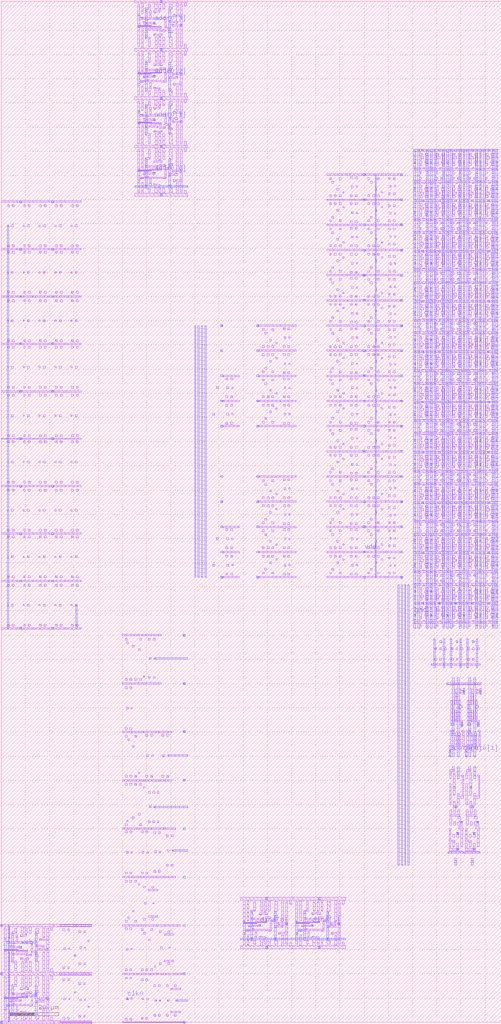
<source format=lef>
VERSION 5.4 ;
NAMESCASESENSITIVE ON ;
BUSBITCHARS "[]" ;
DIVIDERCHAR "/" ;
UNITS
  DATABASE MICRONS 2000 ;
END UNITS
MACRO sram_2_16_scn4m_subm
   CLASS BLOCK ;
   SIZE 206.7 BY 422.0 ;
   SYMMETRY X Y R90 ;
   PIN din0[0]
      DIRECTION INPUT ;
      PORT
         LAYER m2 ;
         RECT  106.4 39.6 107.2 40.4 ;
      END
   END din0[0]
   PIN din0[1]
      DIRECTION INPUT ;
      PORT
         LAYER m2 ;
         RECT  128.2 39.6 129.0 40.4 ;
      END
   END din0[1]
   PIN addr0[0]
      DIRECTION INPUT ;
      PORT
         LAYER m2 ;
         RECT  62.8 350.6 63.6 351.4 ;
      END
   END addr0[0]
   PIN addr0[1]
      DIRECTION INPUT ;
      PORT
         LAYER m2 ;
         RECT  62.8 372.6 63.6 373.4 ;
      END
   END addr0[1]
   PIN addr0[2]
      DIRECTION INPUT ;
      PORT
         LAYER m2 ;
         RECT  62.8 390.6 63.6 391.4 ;
      END
   END addr0[2]
   PIN addr0[3]
      DIRECTION INPUT ;
      PORT
         LAYER m2 ;
         RECT  62.8 412.6 63.6 413.4 ;
      END
   END addr0[3]
   PIN csb0
      DIRECTION INPUT ;
      PORT
         LAYER m2 ;
         RECT  7.6 8.6 8.4 9.4 ;
      END
   END csb0
   PIN web0
      DIRECTION INPUT ;
      PORT
         LAYER m2 ;
         RECT  7.6 30.6 8.4 31.4 ;
      END
   END web0
   PIN clk0
      DIRECTION INPUT ;
      PORT
         LAYER m2 ;
         RECT  51.7 9.5 52.3 10.1 ;
      END
   END clk0
   PIN dout0[0]
      DIRECTION OUTPUT ;
      PORT
         LAYER m2 ;
         RECT  185.1 109.8 185.9 112.8 ;
      END
   END dout0[0]
   PIN dout0[1]
      DIRECTION OUTPUT ;
      PORT
         LAYER m2 ;
         RECT  191.9 109.8 192.7 112.8 ;
      END
   END dout0[1]
   PIN vdd
      DIRECTION INOUT ;
      USE POWER ; 
      SHAPE ABUTMENT ; 
      PORT
         LAYER m3 ;
         RECT  173.9 360.0 174.7 360.8 ;
         LAYER m3 ;
         RECT  20.8 221.2 21.6 222.0 ;
         LAYER m3 ;
         RECT  195.1 71.2 195.9 72.0 ;
         LAYER m3 ;
         RECT  173.9 318.4 174.7 319.2 ;
         LAYER m3 ;
         RECT  7.6 182.0 8.4 182.8 ;
         LAYER m3 ;
         RECT  131.1 50.6 131.9 51.4 ;
         LAYER m3 ;
         RECT  75.2 99.6 76.0 100.4 ;
         LAYER m3 ;
         RECT  165.1 339.6 165.9 340.4 ;
         LAYER m3 ;
         RECT  201.1 235.2 201.9 236.0 ;
         LAYER m3 ;
         RECT  173.9 172.8 174.7 173.6 ;
         LAYER m3 ;
         RECT  201.1 276.8 201.9 277.6 ;
         LAYER m3 ;
         RECT  201.1 339.2 201.9 340.0 ;
         LAYER m3 ;
         RECT  189.9 122.6 190.7 123.4 ;
         LAYER m3 ;
         RECT  165.1 298.0 165.9 298.8 ;
         LAYER m3 ;
         RECT  7.6 221.2 8.4 222.0 ;
         LAYER m3 ;
         RECT  -0.4 19.6 0.4 20.4 ;
         LAYER m3 ;
         RECT  105.7 214.8 106.5 215.6 ;
         LAYER m3 ;
         RECT  173.9 193.6 174.7 194.4 ;
         LAYER m3 ;
         RECT  7.6 299.6 8.4 300.4 ;
         LAYER m3 ;
         RECT  149.6 339.6 150.4 340.4 ;
         LAYER m3 ;
         RECT  194.5 88.6 195.3 89.4 ;
         LAYER m3 ;
         RECT  165.1 235.6 165.9 236.4 ;
         LAYER m3 ;
         RECT  201.1 297.6 201.9 298.4 ;
         LAYER m3 ;
         RECT  173.9 235.2 174.7 236.0 ;
         LAYER m3 ;
         RECT  20.8 338.8 21.6 339.6 ;
         LAYER m3 ;
         RECT  188.3 71.2 189.1 72.0 ;
         LAYER m3 ;
         RECT  20.8 299.6 21.6 300.4 ;
         LAYER m3 ;
         RECT  196.7 122.6 197.5 123.4 ;
         LAYER m3 ;
         RECT  187.5 172.8 188.3 173.6 ;
         LAYER m3 ;
         RECT  173.9 297.6 174.7 298.4 ;
         LAYER m3 ;
         RECT  149.6 235.6 150.4 236.4 ;
         LAYER m3 ;
         RECT  105.7 277.2 106.5 278.0 ;
         LAYER m3 ;
         RECT  90.7 256.4 91.5 257.2 ;
         LAYER m3 ;
         RECT  75.2 139.6 76.0 140.4 ;
         LAYER m3 ;
         RECT  187.7 88.6 188.5 89.4 ;
         LAYER m3 ;
         RECT  201.1 193.6 201.9 194.4 ;
         LAYER m3 ;
         RECT  173.9 276.8 174.7 277.6 ;
         LAYER m3 ;
         RECT  187.5 360.0 188.3 360.8 ;
         LAYER m3 ;
         RECT  201.1 172.8 201.9 173.6 ;
         LAYER m3 ;
         RECT  173.9 256.0 174.7 256.8 ;
         LAYER m3 ;
         RECT  201.1 318.4 201.9 319.2 ;
         LAYER m3 ;
         RECT  188.0 156.8 188.8 157.6 ;
         LAYER m3 ;
         RECT  180.7 360.0 181.5 360.8 ;
         LAYER m3 ;
         RECT  165.1 318.8 165.9 319.6 ;
         LAYER m3 ;
         RECT  165.1 277.2 165.9 278.0 ;
         LAYER m3 ;
         RECT  194.8 156.8 195.6 157.6 ;
         LAYER m3 ;
         RECT  20.8 260.4 21.6 261.2 ;
         LAYER m3 ;
         RECT  75.2 19.6 76.0 20.4 ;
         LAYER m3 ;
         RECT  65.7 401.6 66.5 402.4 ;
         LAYER m3 ;
         RECT  173.9 214.4 174.7 215.2 ;
         LAYER m3 ;
         RECT  149.6 277.2 150.4 278.0 ;
         LAYER m3 ;
         RECT  165.1 194.0 165.9 194.8 ;
         LAYER m3 ;
         RECT  105.7 194.0 106.5 194.8 ;
         LAYER m3 ;
         RECT  149.6 214.8 150.4 215.6 ;
         LAYER m3 ;
         RECT  173.9 339.2 174.7 340.0 ;
         LAYER m3 ;
         RECT  90.7 277.2 91.5 278.0 ;
         LAYER m3 ;
         RECT  201.1 256.0 201.9 256.8 ;
         LAYER m3 ;
         RECT  180.7 172.8 181.5 173.6 ;
         LAYER m3 ;
         RECT  181.2 156.8 182.0 157.6 ;
         LAYER m3 ;
         RECT  7.6 260.4 8.4 261.2 ;
         LAYER m3 ;
         RECT  201.1 214.4 201.9 215.2 ;
         LAYER m3 ;
         RECT  20.8 182.0 21.6 182.8 ;
         LAYER m3 ;
         RECT  165.1 256.4 165.9 257.2 ;
         LAYER m3 ;
         RECT  65.7 361.6 66.5 362.4 ;
         LAYER m3 ;
         RECT  201.1 360.0 201.9 360.8 ;
         LAYER m3 ;
         RECT  109.3 50.6 110.1 51.4 ;
         LAYER m3 ;
         RECT  90.7 214.8 91.5 215.6 ;
         LAYER m3 ;
         RECT  194.3 172.8 195.1 173.6 ;
         LAYER m3 ;
         RECT  75.2 59.6 76.0 60.4 ;
         LAYER m3 ;
         RECT  149.6 256.4 150.4 257.2 ;
         LAYER m3 ;
         RECT  105.7 256.4 106.5 257.2 ;
         LAYER m3 ;
         RECT  90.7 194.0 91.5 194.8 ;
         LAYER m3 ;
         RECT  165.1 214.8 165.9 215.6 ;
         LAYER m3 ;
         RECT  7.6 338.8 8.4 339.6 ;
         LAYER m3 ;
         RECT  149.6 318.8 150.4 319.6 ;
         LAYER m3 ;
         RECT  194.3 360.0 195.1 360.8 ;
         LAYER m3 ;
         RECT  149.6 298.0 150.4 298.8 ;
         LAYER m3 ;
         RECT  149.6 194.0 150.4 194.8 ;
      END
   END vdd
   PIN gnd
      DIRECTION INOUT ;
      USE GROUND ; 
      SHAPE ABUTMENT ; 
      PORT
         LAYER m3 ;
         RECT  204.5 219.4 205.3 220.2 ;
         LAYER m3 ;
         RECT  204.5 251.0 205.3 251.8 ;
         LAYER m3 ;
         RECT  189.7 82.2 190.5 83.0 ;
         LAYER m3 ;
         RECT  20.8 280.0 21.6 280.8 ;
         LAYER m3 ;
         RECT  165.1 329.2 165.9 330.0 ;
         LAYER m3 ;
         RECT  149.6 266.8 150.4 267.6 ;
         LAYER m3 ;
         RECT  204.5 344.2 205.3 345.0 ;
         LAYER m3 ;
         RECT  195.1 77.8 195.9 78.6 ;
         LAYER m3 ;
         RECT  197.7 344.2 198.5 345.0 ;
         LAYER m3 ;
         RECT  177.3 261.0 178.1 261.8 ;
         LAYER m3 ;
         RECT  170.5 313.4 171.3 314.2 ;
         LAYER m3 ;
         RECT  177.3 251.0 178.1 251.8 ;
         LAYER m3 ;
         RECT  204.5 271.8 205.3 272.6 ;
         LAYER m3 ;
         RECT  170.5 281.8 171.3 282.6 ;
         LAYER m3 ;
         RECT  75.2 159.6 76.0 160.4 ;
         LAYER m3 ;
         RECT  149.6 246.0 150.4 246.8 ;
         LAYER m3 ;
         RECT  188.3 77.8 189.1 78.6 ;
         LAYER m3 ;
         RECT  170.5 271.8 171.3 272.6 ;
         LAYER m3 ;
         RECT  197.7 281.8 198.5 282.6 ;
         LAYER m3 ;
         RECT  165.1 308.4 165.9 309.2 ;
         LAYER m3 ;
         RECT  177.3 271.8 178.1 272.6 ;
         LAYER m3 ;
         RECT  165.1 246.0 165.9 246.8 ;
         LAYER m3 ;
         RECT  90.7 183.6 91.5 184.4 ;
         LAYER m3 ;
         RECT  197.7 167.8 198.5 168.6 ;
         LAYER m3 ;
         RECT  7.6 319.2 8.4 320.0 ;
         LAYER m3 ;
         RECT  204.5 281.8 205.3 282.6 ;
         LAYER m3 ;
         RECT  90.7 287.6 91.5 288.4 ;
         LAYER m3 ;
         RECT  165.1 183.6 165.9 184.4 ;
         LAYER m3 ;
         RECT  197.7 198.6 198.5 199.4 ;
         LAYER m3 ;
         RECT  177.3 230.2 178.1 231.0 ;
         LAYER m3 ;
         RECT  197.7 209.4 198.5 210.2 ;
         LAYER m3 ;
         RECT  90.7 225.2 91.5 226.0 ;
         LAYER m3 ;
         RECT  170.5 177.8 171.3 178.6 ;
         LAYER m3 ;
         RECT  184.1 167.8 184.9 168.6 ;
         LAYER m3 ;
         RECT  204.5 177.8 205.3 178.6 ;
         LAYER m3 ;
         RECT  105.7 204.4 106.5 205.2 ;
         LAYER m3 ;
         RECT  204.5 302.6 205.3 303.4 ;
         LAYER m3 ;
         RECT  197.7 188.6 198.5 189.4 ;
         LAYER m3 ;
         RECT  204.5 313.4 205.3 314.2 ;
         LAYER m3 ;
         RECT  177.3 219.4 178.1 220.2 ;
         LAYER m3 ;
         RECT  204.5 323.4 205.3 324.2 ;
         LAYER m3 ;
         RECT  170.5 334.2 171.3 335.0 ;
         LAYER m3 ;
         RECT  193.7 96.8 194.5 97.6 ;
         LAYER m3 ;
         RECT  170.5 219.4 171.3 220.2 ;
         LAYER m3 ;
         RECT  197.7 302.6 198.5 303.4 ;
         LAYER m3 ;
         RECT  197.7 219.4 198.5 220.2 ;
         LAYER m3 ;
         RECT  197.7 292.6 198.5 293.4 ;
         LAYER m3 ;
         RECT  186.9 96.8 187.7 97.6 ;
         LAYER m3 ;
         RECT  177.3 355.0 178.1 355.8 ;
         LAYER m3 ;
         RECT  197.7 323.4 198.5 324.2 ;
         LAYER m3 ;
         RECT  170.5 323.4 171.3 324.2 ;
         LAYER m3 ;
         RECT  204.5 209.4 205.3 210.2 ;
         LAYER m3 ;
         RECT  20.8 240.8 21.6 241.6 ;
         LAYER m3 ;
         RECT  177.3 209.4 178.1 210.2 ;
         LAYER m3 ;
         RECT  105.7 287.6 106.5 288.4 ;
         LAYER m3 ;
         RECT  165.1 225.2 165.9 226.0 ;
         LAYER m3 ;
         RECT  197.7 240.2 198.5 241.0 ;
         LAYER m3 ;
         RECT  7.6 201.6 8.4 202.4 ;
         LAYER m3 ;
         RECT  196.5 82.2 197.3 83.0 ;
         LAYER m3 ;
         RECT  170.5 261.0 171.3 261.8 ;
         LAYER m3 ;
         RECT  170.5 344.2 171.3 345.0 ;
         LAYER m3 ;
         RECT  65.7 421.6 66.5 422.4 ;
         LAYER m3 ;
         RECT  90.7 266.8 91.5 267.6 ;
         LAYER m3 ;
         RECT  190.9 167.8 191.7 168.6 ;
         LAYER m3 ;
         RECT  7.6 280.0 8.4 280.8 ;
         LAYER m3 ;
         RECT  204.5 355.0 205.3 355.8 ;
         LAYER m3 ;
         RECT  -0.4 39.6 0.4 40.4 ;
         LAYER m3 ;
         RECT  -0.4 -0.4 0.4 0.4 ;
         LAYER m3 ;
         RECT  177.3 292.6 178.1 293.4 ;
         LAYER m3 ;
         RECT  190.9 355.0 191.7 355.8 ;
         LAYER m3 ;
         RECT  177.3 323.4 178.1 324.2 ;
         LAYER m3 ;
         RECT  170.5 230.2 171.3 231.0 ;
         LAYER m3 ;
         RECT  170.5 302.6 171.3 303.4 ;
         LAYER m3 ;
         RECT  149.6 350.0 150.4 350.8 ;
         LAYER m3 ;
         RECT  105.7 266.8 106.5 267.6 ;
         LAYER m3 ;
         RECT  149.6 204.4 150.4 205.2 ;
         LAYER m3 ;
         RECT  149.6 308.4 150.4 309.2 ;
         LAYER m3 ;
         RECT  170.5 240.2 171.3 241.0 ;
         LAYER m3 ;
         RECT  197.7 251.0 198.5 251.8 ;
         LAYER m3 ;
         RECT  177.3 334.2 178.1 335.0 ;
         LAYER m3 ;
         RECT  177.3 198.6 178.1 199.4 ;
         LAYER m3 ;
         RECT  204.5 167.8 205.3 168.6 ;
         LAYER m3 ;
         RECT  184.1 355.0 184.9 355.8 ;
         LAYER m3 ;
         RECT  204.5 188.6 205.3 189.4 ;
         LAYER m3 ;
         RECT  131.1 30.6 131.9 31.4 ;
         LAYER m3 ;
         RECT  204.5 261.0 205.3 261.8 ;
         LAYER m3 ;
         RECT  20.8 319.2 21.6 320.0 ;
         LAYER m3 ;
         RECT  170.5 209.4 171.3 210.2 ;
         LAYER m3 ;
         RECT  7.6 162.4 8.4 163.2 ;
         LAYER m3 ;
         RECT  165.1 350.0 165.9 350.8 ;
         LAYER m3 ;
         RECT  170.5 251.0 171.3 251.8 ;
         LAYER m3 ;
         RECT  109.3 30.6 110.1 31.4 ;
         LAYER m3 ;
         RECT  197.7 230.2 198.5 231.0 ;
         LAYER m3 ;
         RECT  197.7 271.8 198.5 272.6 ;
         LAYER m3 ;
         RECT  177.3 281.8 178.1 282.6 ;
         LAYER m3 ;
         RECT  105.7 225.2 106.5 226.0 ;
         LAYER m3 ;
         RECT  170.5 355.0 171.3 355.8 ;
         LAYER m3 ;
         RECT  204.5 198.6 205.3 199.4 ;
         LAYER m3 ;
         RECT  177.3 167.8 178.1 168.6 ;
         LAYER m3 ;
         RECT  177.3 240.2 178.1 241.0 ;
         LAYER m3 ;
         RECT  105.7 183.6 106.5 184.4 ;
         LAYER m3 ;
         RECT  20.8 201.6 21.6 202.4 ;
         LAYER m3 ;
         RECT  170.5 188.6 171.3 189.4 ;
         LAYER m3 ;
         RECT  204.5 292.6 205.3 293.4 ;
         LAYER m3 ;
         RECT  190.9 136.0 191.7 136.8 ;
         LAYER m3 ;
         RECT  20.8 162.4 21.6 163.2 ;
         LAYER m3 ;
         RECT  65.7 381.6 66.5 382.4 ;
         LAYER m3 ;
         RECT  204.5 240.2 205.3 241.0 ;
         LAYER m3 ;
         RECT  177.3 313.4 178.1 314.2 ;
         LAYER m3 ;
         RECT  197.7 177.8 198.5 178.6 ;
         LAYER m3 ;
         RECT  7.6 240.8 8.4 241.6 ;
         LAYER m3 ;
         RECT  170.5 198.6 171.3 199.4 ;
         LAYER m3 ;
         RECT  165.1 287.6 165.9 288.4 ;
         LAYER m3 ;
         RECT  177.3 302.6 178.1 303.4 ;
         LAYER m3 ;
         RECT  165.1 266.8 165.9 267.6 ;
         LAYER m3 ;
         RECT  170.5 292.6 171.3 293.4 ;
         LAYER m3 ;
         RECT  197.7 334.2 198.5 335.0 ;
         LAYER m3 ;
         RECT  65.7 341.6 66.5 342.4 ;
         LAYER m3 ;
         RECT  165.1 204.4 165.9 205.2 ;
         LAYER m3 ;
         RECT  149.6 329.2 150.4 330.0 ;
         LAYER m3 ;
         RECT  177.3 344.2 178.1 345.0 ;
         LAYER m3 ;
         RECT  90.7 204.4 91.5 205.2 ;
         LAYER m3 ;
         RECT  75.2 119.6 76.0 120.4 ;
         LAYER m3 ;
         RECT  197.7 261.0 198.5 261.8 ;
         LAYER m3 ;
         RECT  149.6 225.2 150.4 226.0 ;
         LAYER m3 ;
         RECT  197.7 355.0 198.5 355.8 ;
         LAYER m3 ;
         RECT  177.3 177.8 178.1 178.6 ;
         LAYER m3 ;
         RECT  75.2 39.6 76.0 40.4 ;
         LAYER m3 ;
         RECT  197.7 136.0 198.5 136.8 ;
         LAYER m3 ;
         RECT  177.3 188.6 178.1 189.4 ;
         LAYER m3 ;
         RECT  149.6 183.6 150.4 184.4 ;
         LAYER m3 ;
         RECT  149.6 287.6 150.4 288.4 ;
         LAYER m3 ;
         RECT  204.5 230.2 205.3 231.0 ;
         LAYER m3 ;
         RECT  204.5 334.2 205.3 335.0 ;
         LAYER m3 ;
         RECT  75.2 79.6 76.0 80.4 ;
         LAYER m3 ;
         RECT  197.7 313.4 198.5 314.2 ;
         LAYER m3 ;
         RECT  90.7 246.0 91.5 246.8 ;
         LAYER m3 ;
         RECT  75.2 -0.4 76.0 0.4 ;
         LAYER m3 ;
         RECT  105.7 246.0 106.5 246.8 ;
         LAYER m3 ;
         RECT  170.5 167.8 171.3 168.6 ;
      END
   END gnd
   OBS
   LAYER  m1 ;
      RECT  184.1 193.6 191.7 194.4 ;
      RECT  186.7 190.6 188.3 191.4 ;
      RECT  189.1 189.6 189.9 192.0 ;
      RECT  190.9 187.2 191.7 191.4 ;
      RECT  184.1 185.8 191.7 186.6 ;
      RECT  187.9 186.6 188.7 186.8 ;
      RECT  186.7 191.4 187.5 192.0 ;
      RECT  188.9 192.0 189.9 192.8 ;
      RECT  186.5 187.6 187.5 188.4 ;
      RECT  190.9 192.0 191.7 193.6 ;
      RECT  184.1 192.0 184.9 193.6 ;
      RECT  188.7 188.8 189.9 189.6 ;
      RECT  189.1 188.4 189.9 188.8 ;
      RECT  189.1 187.6 190.1 188.4 ;
      RECT  185.7 184.4 187.3 185.2 ;
      RECT  188.5 184.4 190.1 185.2 ;
      RECT  186.7 192.0 187.7 192.8 ;
      RECT  184.1 187.2 184.9 191.4 ;
      RECT  186.7 188.4 187.5 190.6 ;
      RECT  184.1 194.4 191.7 193.6 ;
      RECT  186.7 197.4 188.3 196.6 ;
      RECT  189.1 198.4 189.9 196.0 ;
      RECT  190.9 200.8 191.7 196.6 ;
      RECT  184.1 202.2 191.7 201.4 ;
      RECT  187.9 201.4 188.7 201.2 ;
      RECT  186.7 196.6 187.5 196.0 ;
      RECT  188.9 196.0 189.9 195.2 ;
      RECT  186.5 200.4 187.5 199.6 ;
      RECT  190.9 196.0 191.7 194.4 ;
      RECT  184.1 196.0 184.9 194.4 ;
      RECT  188.7 199.2 189.9 198.4 ;
      RECT  189.1 199.6 189.9 199.2 ;
      RECT  189.1 200.4 190.1 199.6 ;
      RECT  185.7 203.6 187.3 202.8 ;
      RECT  188.5 203.6 190.1 202.8 ;
      RECT  186.7 196.0 187.7 195.2 ;
      RECT  184.1 200.8 184.9 196.6 ;
      RECT  186.7 199.6 187.5 197.4 ;
      RECT  184.1 214.4 191.7 215.2 ;
      RECT  186.7 211.4 188.3 212.2 ;
      RECT  189.1 210.4 189.9 212.8 ;
      RECT  190.9 208.0 191.7 212.2 ;
      RECT  184.1 206.6 191.7 207.4 ;
      RECT  187.9 207.4 188.7 207.6 ;
      RECT  186.7 212.2 187.5 212.8 ;
      RECT  188.9 212.8 189.9 213.6 ;
      RECT  186.5 208.4 187.5 209.2 ;
      RECT  190.9 212.8 191.7 214.4 ;
      RECT  184.1 212.8 184.9 214.4 ;
      RECT  188.7 209.6 189.9 210.4 ;
      RECT  189.1 209.2 189.9 209.6 ;
      RECT  189.1 208.4 190.1 209.2 ;
      RECT  185.7 205.2 187.3 206.0 ;
      RECT  188.5 205.2 190.1 206.0 ;
      RECT  186.7 212.8 187.7 213.6 ;
      RECT  184.1 208.0 184.9 212.2 ;
      RECT  186.7 209.2 187.5 211.4 ;
      RECT  184.1 215.2 191.7 214.4 ;
      RECT  186.7 218.2 188.3 217.4 ;
      RECT  189.1 219.2 189.9 216.8 ;
      RECT  190.9 221.6 191.7 217.4 ;
      RECT  184.1 223.0 191.7 222.2 ;
      RECT  187.9 222.2 188.7 222.0 ;
      RECT  186.7 217.4 187.5 216.8 ;
      RECT  188.9 216.8 189.9 216.0 ;
      RECT  186.5 221.2 187.5 220.4 ;
      RECT  190.9 216.8 191.7 215.2 ;
      RECT  184.1 216.8 184.9 215.2 ;
      RECT  188.7 220.0 189.9 219.2 ;
      RECT  189.1 220.4 189.9 220.0 ;
      RECT  189.1 221.2 190.1 220.4 ;
      RECT  185.7 224.4 187.3 223.6 ;
      RECT  188.5 224.4 190.1 223.6 ;
      RECT  186.7 216.8 187.7 216.0 ;
      RECT  184.1 221.6 184.9 217.4 ;
      RECT  186.7 220.4 187.5 218.2 ;
      RECT  184.1 235.2 191.7 236.0 ;
      RECT  186.7 232.2 188.3 233.0 ;
      RECT  189.1 231.2 189.9 233.6 ;
      RECT  190.9 228.8 191.7 233.0 ;
      RECT  184.1 227.4 191.7 228.2 ;
      RECT  187.9 228.2 188.7 228.4 ;
      RECT  186.7 233.0 187.5 233.6 ;
      RECT  188.9 233.6 189.9 234.4 ;
      RECT  186.5 229.2 187.5 230.0 ;
      RECT  190.9 233.6 191.7 235.2 ;
      RECT  184.1 233.6 184.9 235.2 ;
      RECT  188.7 230.4 189.9 231.2 ;
      RECT  189.1 230.0 189.9 230.4 ;
      RECT  189.1 229.2 190.1 230.0 ;
      RECT  185.7 226.0 187.3 226.8 ;
      RECT  188.5 226.0 190.1 226.8 ;
      RECT  186.7 233.6 187.7 234.4 ;
      RECT  184.1 228.8 184.9 233.0 ;
      RECT  186.7 230.0 187.5 232.2 ;
      RECT  184.1 236.0 191.7 235.2 ;
      RECT  186.7 239.0 188.3 238.2 ;
      RECT  189.1 240.0 189.9 237.6 ;
      RECT  190.9 242.4 191.7 238.2 ;
      RECT  184.1 243.8 191.7 243.0 ;
      RECT  187.9 243.0 188.7 242.8 ;
      RECT  186.7 238.2 187.5 237.6 ;
      RECT  188.9 237.6 189.9 236.8 ;
      RECT  186.5 242.0 187.5 241.2 ;
      RECT  190.9 237.6 191.7 236.0 ;
      RECT  184.1 237.6 184.9 236.0 ;
      RECT  188.7 240.8 189.9 240.0 ;
      RECT  189.1 241.2 189.9 240.8 ;
      RECT  189.1 242.0 190.1 241.2 ;
      RECT  185.7 245.2 187.3 244.4 ;
      RECT  188.5 245.2 190.1 244.4 ;
      RECT  186.7 237.6 187.7 236.8 ;
      RECT  184.1 242.4 184.9 238.2 ;
      RECT  186.7 241.2 187.5 239.0 ;
      RECT  184.1 256.0 191.7 256.8 ;
      RECT  186.7 253.0 188.3 253.8 ;
      RECT  189.1 252.0 189.9 254.4 ;
      RECT  190.9 249.6 191.7 253.8 ;
      RECT  184.1 248.2 191.7 249.0 ;
      RECT  187.9 249.0 188.7 249.2 ;
      RECT  186.7 253.8 187.5 254.4 ;
      RECT  188.9 254.4 189.9 255.2 ;
      RECT  186.5 250.0 187.5 250.8 ;
      RECT  190.9 254.4 191.7 256.0 ;
      RECT  184.1 254.4 184.9 256.0 ;
      RECT  188.7 251.2 189.9 252.0 ;
      RECT  189.1 250.8 189.9 251.2 ;
      RECT  189.1 250.0 190.1 250.8 ;
      RECT  185.7 246.8 187.3 247.6 ;
      RECT  188.5 246.8 190.1 247.6 ;
      RECT  186.7 254.4 187.7 255.2 ;
      RECT  184.1 249.6 184.9 253.8 ;
      RECT  186.7 250.8 187.5 253.0 ;
      RECT  184.1 256.8 191.7 256.0 ;
      RECT  186.7 259.8 188.3 259.0 ;
      RECT  189.1 260.8 189.9 258.4 ;
      RECT  190.9 263.2 191.7 259.0 ;
      RECT  184.1 264.6 191.7 263.8 ;
      RECT  187.9 263.8 188.7 263.6 ;
      RECT  186.7 259.0 187.5 258.4 ;
      RECT  188.9 258.4 189.9 257.6 ;
      RECT  186.5 262.8 187.5 262.0 ;
      RECT  190.9 258.4 191.7 256.8 ;
      RECT  184.1 258.4 184.9 256.8 ;
      RECT  188.7 261.6 189.9 260.8 ;
      RECT  189.1 262.0 189.9 261.6 ;
      RECT  189.1 262.8 190.1 262.0 ;
      RECT  185.7 266.0 187.3 265.2 ;
      RECT  188.5 266.0 190.1 265.2 ;
      RECT  186.7 258.4 187.7 257.6 ;
      RECT  184.1 263.2 184.9 259.0 ;
      RECT  186.7 262.0 187.5 259.8 ;
      RECT  184.1 276.8 191.7 277.6 ;
      RECT  186.7 273.8 188.3 274.6 ;
      RECT  189.1 272.8 189.9 275.2 ;
      RECT  190.9 270.4 191.7 274.6 ;
      RECT  184.1 269.0 191.7 269.8 ;
      RECT  187.9 269.8 188.7 270.0 ;
      RECT  186.7 274.6 187.5 275.2 ;
      RECT  188.9 275.2 189.9 276.0 ;
      RECT  186.5 270.8 187.5 271.6 ;
      RECT  190.9 275.2 191.7 276.8 ;
      RECT  184.1 275.2 184.9 276.8 ;
      RECT  188.7 272.0 189.9 272.8 ;
      RECT  189.1 271.6 189.9 272.0 ;
      RECT  189.1 270.8 190.1 271.6 ;
      RECT  185.7 267.6 187.3 268.4 ;
      RECT  188.5 267.6 190.1 268.4 ;
      RECT  186.7 275.2 187.7 276.0 ;
      RECT  184.1 270.4 184.9 274.6 ;
      RECT  186.7 271.6 187.5 273.8 ;
      RECT  184.1 277.6 191.7 276.8 ;
      RECT  186.7 280.6 188.3 279.8 ;
      RECT  189.1 281.6 189.9 279.2 ;
      RECT  190.9 284.0 191.7 279.8 ;
      RECT  184.1 285.4 191.7 284.6 ;
      RECT  187.9 284.6 188.7 284.4 ;
      RECT  186.7 279.8 187.5 279.2 ;
      RECT  188.9 279.2 189.9 278.4 ;
      RECT  186.5 283.6 187.5 282.8 ;
      RECT  190.9 279.2 191.7 277.6 ;
      RECT  184.1 279.2 184.9 277.6 ;
      RECT  188.7 282.4 189.9 281.6 ;
      RECT  189.1 282.8 189.9 282.4 ;
      RECT  189.1 283.6 190.1 282.8 ;
      RECT  185.7 286.8 187.3 286.0 ;
      RECT  188.5 286.8 190.1 286.0 ;
      RECT  186.7 279.2 187.7 278.4 ;
      RECT  184.1 284.0 184.9 279.8 ;
      RECT  186.7 282.8 187.5 280.6 ;
      RECT  184.1 297.6 191.7 298.4 ;
      RECT  186.7 294.6 188.3 295.4 ;
      RECT  189.1 293.6 189.9 296.0 ;
      RECT  190.9 291.2 191.7 295.4 ;
      RECT  184.1 289.8 191.7 290.6 ;
      RECT  187.9 290.6 188.7 290.8 ;
      RECT  186.7 295.4 187.5 296.0 ;
      RECT  188.9 296.0 189.9 296.8 ;
      RECT  186.5 291.6 187.5 292.4 ;
      RECT  190.9 296.0 191.7 297.6 ;
      RECT  184.1 296.0 184.9 297.6 ;
      RECT  188.7 292.8 189.9 293.6 ;
      RECT  189.1 292.4 189.9 292.8 ;
      RECT  189.1 291.6 190.1 292.4 ;
      RECT  185.7 288.4 187.3 289.2 ;
      RECT  188.5 288.4 190.1 289.2 ;
      RECT  186.7 296.0 187.7 296.8 ;
      RECT  184.1 291.2 184.9 295.4 ;
      RECT  186.7 292.4 187.5 294.6 ;
      RECT  184.1 298.4 191.7 297.6 ;
      RECT  186.7 301.4 188.3 300.6 ;
      RECT  189.1 302.4 189.9 300.0 ;
      RECT  190.9 304.8 191.7 300.6 ;
      RECT  184.1 306.2 191.7 305.4 ;
      RECT  187.9 305.4 188.7 305.2 ;
      RECT  186.7 300.6 187.5 300.0 ;
      RECT  188.9 300.0 189.9 299.2 ;
      RECT  186.5 304.4 187.5 303.6 ;
      RECT  190.9 300.0 191.7 298.4 ;
      RECT  184.1 300.0 184.9 298.4 ;
      RECT  188.7 303.2 189.9 302.4 ;
      RECT  189.1 303.6 189.9 303.2 ;
      RECT  189.1 304.4 190.1 303.6 ;
      RECT  185.7 307.6 187.3 306.8 ;
      RECT  188.5 307.6 190.1 306.8 ;
      RECT  186.7 300.0 187.7 299.2 ;
      RECT  184.1 304.8 184.9 300.6 ;
      RECT  186.7 303.6 187.5 301.4 ;
      RECT  184.1 318.4 191.7 319.2 ;
      RECT  186.7 315.4 188.3 316.2 ;
      RECT  189.1 314.4 189.9 316.8 ;
      RECT  190.9 312.0 191.7 316.2 ;
      RECT  184.1 310.6 191.7 311.4 ;
      RECT  187.9 311.4 188.7 311.6 ;
      RECT  186.7 316.2 187.5 316.8 ;
      RECT  188.9 316.8 189.9 317.6 ;
      RECT  186.5 312.4 187.5 313.2 ;
      RECT  190.9 316.8 191.7 318.4 ;
      RECT  184.1 316.8 184.9 318.4 ;
      RECT  188.7 313.6 189.9 314.4 ;
      RECT  189.1 313.2 189.9 313.6 ;
      RECT  189.1 312.4 190.1 313.2 ;
      RECT  185.7 309.2 187.3 310.0 ;
      RECT  188.5 309.2 190.1 310.0 ;
      RECT  186.7 316.8 187.7 317.6 ;
      RECT  184.1 312.0 184.9 316.2 ;
      RECT  186.7 313.2 187.5 315.4 ;
      RECT  184.1 319.2 191.7 318.4 ;
      RECT  186.7 322.2 188.3 321.4 ;
      RECT  189.1 323.2 189.9 320.8 ;
      RECT  190.9 325.6 191.7 321.4 ;
      RECT  184.1 327.0 191.7 326.2 ;
      RECT  187.9 326.2 188.7 326.0 ;
      RECT  186.7 321.4 187.5 320.8 ;
      RECT  188.9 320.8 189.9 320.0 ;
      RECT  186.5 325.2 187.5 324.4 ;
      RECT  190.9 320.8 191.7 319.2 ;
      RECT  184.1 320.8 184.9 319.2 ;
      RECT  188.7 324.0 189.9 323.2 ;
      RECT  189.1 324.4 189.9 324.0 ;
      RECT  189.1 325.2 190.1 324.4 ;
      RECT  185.7 328.4 187.3 327.6 ;
      RECT  188.5 328.4 190.1 327.6 ;
      RECT  186.7 320.8 187.7 320.0 ;
      RECT  184.1 325.6 184.9 321.4 ;
      RECT  186.7 324.4 187.5 322.2 ;
      RECT  184.1 339.2 191.7 340.0 ;
      RECT  186.7 336.2 188.3 337.0 ;
      RECT  189.1 335.2 189.9 337.6 ;
      RECT  190.9 332.8 191.7 337.0 ;
      RECT  184.1 331.4 191.7 332.2 ;
      RECT  187.9 332.2 188.7 332.4 ;
      RECT  186.7 337.0 187.5 337.6 ;
      RECT  188.9 337.6 189.9 338.4 ;
      RECT  186.5 333.2 187.5 334.0 ;
      RECT  190.9 337.6 191.7 339.2 ;
      RECT  184.1 337.6 184.9 339.2 ;
      RECT  188.7 334.4 189.9 335.2 ;
      RECT  189.1 334.0 189.9 334.4 ;
      RECT  189.1 333.2 190.1 334.0 ;
      RECT  185.7 330.0 187.3 330.8 ;
      RECT  188.5 330.0 190.1 330.8 ;
      RECT  186.7 337.6 187.7 338.4 ;
      RECT  184.1 332.8 184.9 337.0 ;
      RECT  186.7 334.0 187.5 336.2 ;
      RECT  184.1 340.0 191.7 339.2 ;
      RECT  186.7 343.0 188.3 342.2 ;
      RECT  189.1 344.0 189.9 341.6 ;
      RECT  190.9 346.4 191.7 342.2 ;
      RECT  184.1 347.8 191.7 347.0 ;
      RECT  187.9 347.0 188.7 346.8 ;
      RECT  186.7 342.2 187.5 341.6 ;
      RECT  188.9 341.6 189.9 340.8 ;
      RECT  186.5 346.0 187.5 345.2 ;
      RECT  190.9 341.6 191.7 340.0 ;
      RECT  184.1 341.6 184.9 340.0 ;
      RECT  188.7 344.8 189.9 344.0 ;
      RECT  189.1 345.2 189.9 344.8 ;
      RECT  189.1 346.0 190.1 345.2 ;
      RECT  185.7 349.2 187.3 348.4 ;
      RECT  188.5 349.2 190.1 348.4 ;
      RECT  186.7 341.6 187.7 340.8 ;
      RECT  184.1 346.4 184.9 342.2 ;
      RECT  186.7 345.2 187.5 343.0 ;
      RECT  190.9 193.6 198.5 194.4 ;
      RECT  193.5 190.6 195.1 191.4 ;
      RECT  195.9 189.6 196.7 192.0 ;
      RECT  197.7 187.2 198.5 191.4 ;
      RECT  190.9 185.8 198.5 186.6 ;
      RECT  194.7 186.6 195.5 186.8 ;
      RECT  193.5 191.4 194.3 192.0 ;
      RECT  195.7 192.0 196.7 192.8 ;
      RECT  193.3 187.6 194.3 188.4 ;
      RECT  197.7 192.0 198.5 193.6 ;
      RECT  190.9 192.0 191.7 193.6 ;
      RECT  195.5 188.8 196.7 189.6 ;
      RECT  195.9 188.4 196.7 188.8 ;
      RECT  195.9 187.6 196.9 188.4 ;
      RECT  192.5 184.4 194.1 185.2 ;
      RECT  195.3 184.4 196.9 185.2 ;
      RECT  193.5 192.0 194.5 192.8 ;
      RECT  190.9 187.2 191.7 191.4 ;
      RECT  193.5 188.4 194.3 190.6 ;
      RECT  190.9 194.4 198.5 193.6 ;
      RECT  193.5 197.4 195.1 196.6 ;
      RECT  195.9 198.4 196.7 196.0 ;
      RECT  197.7 200.8 198.5 196.6 ;
      RECT  190.9 202.2 198.5 201.4 ;
      RECT  194.7 201.4 195.5 201.2 ;
      RECT  193.5 196.6 194.3 196.0 ;
      RECT  195.7 196.0 196.7 195.2 ;
      RECT  193.3 200.4 194.3 199.6 ;
      RECT  197.7 196.0 198.5 194.4 ;
      RECT  190.9 196.0 191.7 194.4 ;
      RECT  195.5 199.2 196.7 198.4 ;
      RECT  195.9 199.6 196.7 199.2 ;
      RECT  195.9 200.4 196.9 199.6 ;
      RECT  192.5 203.6 194.1 202.8 ;
      RECT  195.3 203.6 196.9 202.8 ;
      RECT  193.5 196.0 194.5 195.2 ;
      RECT  190.9 200.8 191.7 196.6 ;
      RECT  193.5 199.6 194.3 197.4 ;
      RECT  190.9 214.4 198.5 215.2 ;
      RECT  193.5 211.4 195.1 212.2 ;
      RECT  195.9 210.4 196.7 212.8 ;
      RECT  197.7 208.0 198.5 212.2 ;
      RECT  190.9 206.6 198.5 207.4 ;
      RECT  194.7 207.4 195.5 207.6 ;
      RECT  193.5 212.2 194.3 212.8 ;
      RECT  195.7 212.8 196.7 213.6 ;
      RECT  193.3 208.4 194.3 209.2 ;
      RECT  197.7 212.8 198.5 214.4 ;
      RECT  190.9 212.8 191.7 214.4 ;
      RECT  195.5 209.6 196.7 210.4 ;
      RECT  195.9 209.2 196.7 209.6 ;
      RECT  195.9 208.4 196.9 209.2 ;
      RECT  192.5 205.2 194.1 206.0 ;
      RECT  195.3 205.2 196.9 206.0 ;
      RECT  193.5 212.8 194.5 213.6 ;
      RECT  190.9 208.0 191.7 212.2 ;
      RECT  193.5 209.2 194.3 211.4 ;
      RECT  190.9 215.2 198.5 214.4 ;
      RECT  193.5 218.2 195.1 217.4 ;
      RECT  195.9 219.2 196.7 216.8 ;
      RECT  197.7 221.6 198.5 217.4 ;
      RECT  190.9 223.0 198.5 222.2 ;
      RECT  194.7 222.2 195.5 222.0 ;
      RECT  193.5 217.4 194.3 216.8 ;
      RECT  195.7 216.8 196.7 216.0 ;
      RECT  193.3 221.2 194.3 220.4 ;
      RECT  197.7 216.8 198.5 215.2 ;
      RECT  190.9 216.8 191.7 215.2 ;
      RECT  195.5 220.0 196.7 219.2 ;
      RECT  195.9 220.4 196.7 220.0 ;
      RECT  195.9 221.2 196.9 220.4 ;
      RECT  192.5 224.4 194.1 223.6 ;
      RECT  195.3 224.4 196.9 223.6 ;
      RECT  193.5 216.8 194.5 216.0 ;
      RECT  190.9 221.6 191.7 217.4 ;
      RECT  193.5 220.4 194.3 218.2 ;
      RECT  190.9 235.2 198.5 236.0 ;
      RECT  193.5 232.2 195.1 233.0 ;
      RECT  195.9 231.2 196.7 233.6 ;
      RECT  197.7 228.8 198.5 233.0 ;
      RECT  190.9 227.4 198.5 228.2 ;
      RECT  194.7 228.2 195.5 228.4 ;
      RECT  193.5 233.0 194.3 233.6 ;
      RECT  195.7 233.6 196.7 234.4 ;
      RECT  193.3 229.2 194.3 230.0 ;
      RECT  197.7 233.6 198.5 235.2 ;
      RECT  190.9 233.6 191.7 235.2 ;
      RECT  195.5 230.4 196.7 231.2 ;
      RECT  195.9 230.0 196.7 230.4 ;
      RECT  195.9 229.2 196.9 230.0 ;
      RECT  192.5 226.0 194.1 226.8 ;
      RECT  195.3 226.0 196.9 226.8 ;
      RECT  193.5 233.6 194.5 234.4 ;
      RECT  190.9 228.8 191.7 233.0 ;
      RECT  193.5 230.0 194.3 232.2 ;
      RECT  190.9 236.0 198.5 235.2 ;
      RECT  193.5 239.0 195.1 238.2 ;
      RECT  195.9 240.0 196.7 237.6 ;
      RECT  197.7 242.4 198.5 238.2 ;
      RECT  190.9 243.8 198.5 243.0 ;
      RECT  194.7 243.0 195.5 242.8 ;
      RECT  193.5 238.2 194.3 237.6 ;
      RECT  195.7 237.6 196.7 236.8 ;
      RECT  193.3 242.0 194.3 241.2 ;
      RECT  197.7 237.6 198.5 236.0 ;
      RECT  190.9 237.6 191.7 236.0 ;
      RECT  195.5 240.8 196.7 240.0 ;
      RECT  195.9 241.2 196.7 240.8 ;
      RECT  195.9 242.0 196.9 241.2 ;
      RECT  192.5 245.2 194.1 244.4 ;
      RECT  195.3 245.2 196.9 244.4 ;
      RECT  193.5 237.6 194.5 236.8 ;
      RECT  190.9 242.4 191.7 238.2 ;
      RECT  193.5 241.2 194.3 239.0 ;
      RECT  190.9 256.0 198.5 256.8 ;
      RECT  193.5 253.0 195.1 253.8 ;
      RECT  195.9 252.0 196.7 254.4 ;
      RECT  197.7 249.6 198.5 253.8 ;
      RECT  190.9 248.2 198.5 249.0 ;
      RECT  194.7 249.0 195.5 249.2 ;
      RECT  193.5 253.8 194.3 254.4 ;
      RECT  195.7 254.4 196.7 255.2 ;
      RECT  193.3 250.0 194.3 250.8 ;
      RECT  197.7 254.4 198.5 256.0 ;
      RECT  190.9 254.4 191.7 256.0 ;
      RECT  195.5 251.2 196.7 252.0 ;
      RECT  195.9 250.8 196.7 251.2 ;
      RECT  195.9 250.0 196.9 250.8 ;
      RECT  192.5 246.8 194.1 247.6 ;
      RECT  195.3 246.8 196.9 247.6 ;
      RECT  193.5 254.4 194.5 255.2 ;
      RECT  190.9 249.6 191.7 253.8 ;
      RECT  193.5 250.8 194.3 253.0 ;
      RECT  190.9 256.8 198.5 256.0 ;
      RECT  193.5 259.8 195.1 259.0 ;
      RECT  195.9 260.8 196.7 258.4 ;
      RECT  197.7 263.2 198.5 259.0 ;
      RECT  190.9 264.6 198.5 263.8 ;
      RECT  194.7 263.8 195.5 263.6 ;
      RECT  193.5 259.0 194.3 258.4 ;
      RECT  195.7 258.4 196.7 257.6 ;
      RECT  193.3 262.8 194.3 262.0 ;
      RECT  197.7 258.4 198.5 256.8 ;
      RECT  190.9 258.4 191.7 256.8 ;
      RECT  195.5 261.6 196.7 260.8 ;
      RECT  195.9 262.0 196.7 261.6 ;
      RECT  195.9 262.8 196.9 262.0 ;
      RECT  192.5 266.0 194.1 265.2 ;
      RECT  195.3 266.0 196.9 265.2 ;
      RECT  193.5 258.4 194.5 257.6 ;
      RECT  190.9 263.2 191.7 259.0 ;
      RECT  193.5 262.0 194.3 259.8 ;
      RECT  190.9 276.8 198.5 277.6 ;
      RECT  193.5 273.8 195.1 274.6 ;
      RECT  195.9 272.8 196.7 275.2 ;
      RECT  197.7 270.4 198.5 274.6 ;
      RECT  190.9 269.0 198.5 269.8 ;
      RECT  194.7 269.8 195.5 270.0 ;
      RECT  193.5 274.6 194.3 275.2 ;
      RECT  195.7 275.2 196.7 276.0 ;
      RECT  193.3 270.8 194.3 271.6 ;
      RECT  197.7 275.2 198.5 276.8 ;
      RECT  190.9 275.2 191.7 276.8 ;
      RECT  195.5 272.0 196.7 272.8 ;
      RECT  195.9 271.6 196.7 272.0 ;
      RECT  195.9 270.8 196.9 271.6 ;
      RECT  192.5 267.6 194.1 268.4 ;
      RECT  195.3 267.6 196.9 268.4 ;
      RECT  193.5 275.2 194.5 276.0 ;
      RECT  190.9 270.4 191.7 274.6 ;
      RECT  193.5 271.6 194.3 273.8 ;
      RECT  190.9 277.6 198.5 276.8 ;
      RECT  193.5 280.6 195.1 279.8 ;
      RECT  195.9 281.6 196.7 279.2 ;
      RECT  197.7 284.0 198.5 279.8 ;
      RECT  190.9 285.4 198.5 284.6 ;
      RECT  194.7 284.6 195.5 284.4 ;
      RECT  193.5 279.8 194.3 279.2 ;
      RECT  195.7 279.2 196.7 278.4 ;
      RECT  193.3 283.6 194.3 282.8 ;
      RECT  197.7 279.2 198.5 277.6 ;
      RECT  190.9 279.2 191.7 277.6 ;
      RECT  195.5 282.4 196.7 281.6 ;
      RECT  195.9 282.8 196.7 282.4 ;
      RECT  195.9 283.6 196.9 282.8 ;
      RECT  192.5 286.8 194.1 286.0 ;
      RECT  195.3 286.8 196.9 286.0 ;
      RECT  193.5 279.2 194.5 278.4 ;
      RECT  190.9 284.0 191.7 279.8 ;
      RECT  193.5 282.8 194.3 280.6 ;
      RECT  190.9 297.6 198.5 298.4 ;
      RECT  193.5 294.6 195.1 295.4 ;
      RECT  195.9 293.6 196.7 296.0 ;
      RECT  197.7 291.2 198.5 295.4 ;
      RECT  190.9 289.8 198.5 290.6 ;
      RECT  194.7 290.6 195.5 290.8 ;
      RECT  193.5 295.4 194.3 296.0 ;
      RECT  195.7 296.0 196.7 296.8 ;
      RECT  193.3 291.6 194.3 292.4 ;
      RECT  197.7 296.0 198.5 297.6 ;
      RECT  190.9 296.0 191.7 297.6 ;
      RECT  195.5 292.8 196.7 293.6 ;
      RECT  195.9 292.4 196.7 292.8 ;
      RECT  195.9 291.6 196.9 292.4 ;
      RECT  192.5 288.4 194.1 289.2 ;
      RECT  195.3 288.4 196.9 289.2 ;
      RECT  193.5 296.0 194.5 296.8 ;
      RECT  190.9 291.2 191.7 295.4 ;
      RECT  193.5 292.4 194.3 294.6 ;
      RECT  190.9 298.4 198.5 297.6 ;
      RECT  193.5 301.4 195.1 300.6 ;
      RECT  195.9 302.4 196.7 300.0 ;
      RECT  197.7 304.8 198.5 300.6 ;
      RECT  190.9 306.2 198.5 305.4 ;
      RECT  194.7 305.4 195.5 305.2 ;
      RECT  193.5 300.6 194.3 300.0 ;
      RECT  195.7 300.0 196.7 299.2 ;
      RECT  193.3 304.4 194.3 303.6 ;
      RECT  197.7 300.0 198.5 298.4 ;
      RECT  190.9 300.0 191.7 298.4 ;
      RECT  195.5 303.2 196.7 302.4 ;
      RECT  195.9 303.6 196.7 303.2 ;
      RECT  195.9 304.4 196.9 303.6 ;
      RECT  192.5 307.6 194.1 306.8 ;
      RECT  195.3 307.6 196.9 306.8 ;
      RECT  193.5 300.0 194.5 299.2 ;
      RECT  190.9 304.8 191.7 300.6 ;
      RECT  193.5 303.6 194.3 301.4 ;
      RECT  190.9 318.4 198.5 319.2 ;
      RECT  193.5 315.4 195.1 316.2 ;
      RECT  195.9 314.4 196.7 316.8 ;
      RECT  197.7 312.0 198.5 316.2 ;
      RECT  190.9 310.6 198.5 311.4 ;
      RECT  194.7 311.4 195.5 311.6 ;
      RECT  193.5 316.2 194.3 316.8 ;
      RECT  195.7 316.8 196.7 317.6 ;
      RECT  193.3 312.4 194.3 313.2 ;
      RECT  197.7 316.8 198.5 318.4 ;
      RECT  190.9 316.8 191.7 318.4 ;
      RECT  195.5 313.6 196.7 314.4 ;
      RECT  195.9 313.2 196.7 313.6 ;
      RECT  195.9 312.4 196.9 313.2 ;
      RECT  192.5 309.2 194.1 310.0 ;
      RECT  195.3 309.2 196.9 310.0 ;
      RECT  193.5 316.8 194.5 317.6 ;
      RECT  190.9 312.0 191.7 316.2 ;
      RECT  193.5 313.2 194.3 315.4 ;
      RECT  190.9 319.2 198.5 318.4 ;
      RECT  193.5 322.2 195.1 321.4 ;
      RECT  195.9 323.2 196.7 320.8 ;
      RECT  197.7 325.6 198.5 321.4 ;
      RECT  190.9 327.0 198.5 326.2 ;
      RECT  194.7 326.2 195.5 326.0 ;
      RECT  193.5 321.4 194.3 320.8 ;
      RECT  195.7 320.8 196.7 320.0 ;
      RECT  193.3 325.2 194.3 324.4 ;
      RECT  197.7 320.8 198.5 319.2 ;
      RECT  190.9 320.8 191.7 319.2 ;
      RECT  195.5 324.0 196.7 323.2 ;
      RECT  195.9 324.4 196.7 324.0 ;
      RECT  195.9 325.2 196.9 324.4 ;
      RECT  192.5 328.4 194.1 327.6 ;
      RECT  195.3 328.4 196.9 327.6 ;
      RECT  193.5 320.8 194.5 320.0 ;
      RECT  190.9 325.6 191.7 321.4 ;
      RECT  193.5 324.4 194.3 322.2 ;
      RECT  190.9 339.2 198.5 340.0 ;
      RECT  193.5 336.2 195.1 337.0 ;
      RECT  195.9 335.2 196.7 337.6 ;
      RECT  197.7 332.8 198.5 337.0 ;
      RECT  190.9 331.4 198.5 332.2 ;
      RECT  194.7 332.2 195.5 332.4 ;
      RECT  193.5 337.0 194.3 337.6 ;
      RECT  195.7 337.6 196.7 338.4 ;
      RECT  193.3 333.2 194.3 334.0 ;
      RECT  197.7 337.6 198.5 339.2 ;
      RECT  190.9 337.6 191.7 339.2 ;
      RECT  195.5 334.4 196.7 335.2 ;
      RECT  195.9 334.0 196.7 334.4 ;
      RECT  195.9 333.2 196.9 334.0 ;
      RECT  192.5 330.0 194.1 330.8 ;
      RECT  195.3 330.0 196.9 330.8 ;
      RECT  193.5 337.6 194.5 338.4 ;
      RECT  190.9 332.8 191.7 337.0 ;
      RECT  193.5 334.0 194.3 336.2 ;
      RECT  190.9 340.0 198.5 339.2 ;
      RECT  193.5 343.0 195.1 342.2 ;
      RECT  195.9 344.0 196.7 341.6 ;
      RECT  197.7 346.4 198.5 342.2 ;
      RECT  190.9 347.8 198.5 347.0 ;
      RECT  194.7 347.0 195.5 346.8 ;
      RECT  193.5 342.2 194.3 341.6 ;
      RECT  195.7 341.6 196.7 340.8 ;
      RECT  193.3 346.0 194.3 345.2 ;
      RECT  197.7 341.6 198.5 340.0 ;
      RECT  190.9 341.6 191.7 340.0 ;
      RECT  195.5 344.8 196.7 344.0 ;
      RECT  195.9 345.2 196.7 344.8 ;
      RECT  195.9 346.0 196.9 345.2 ;
      RECT  192.5 349.2 194.1 348.4 ;
      RECT  195.3 349.2 196.9 348.4 ;
      RECT  193.5 341.6 194.5 340.8 ;
      RECT  190.9 346.4 191.7 342.2 ;
      RECT  193.5 345.2 194.3 343.0 ;
      RECT  184.5 185.8 198.1 186.6 ;
      RECT  184.5 201.4 198.1 202.2 ;
      RECT  184.5 206.6 198.1 207.4 ;
      RECT  184.5 222.2 198.1 223.0 ;
      RECT  184.5 227.4 198.1 228.2 ;
      RECT  184.5 243.0 198.1 243.8 ;
      RECT  184.5 248.2 198.1 249.0 ;
      RECT  184.5 263.8 198.1 264.6 ;
      RECT  184.5 269.0 198.1 269.8 ;
      RECT  184.5 284.6 198.1 285.4 ;
      RECT  184.5 289.8 198.1 290.6 ;
      RECT  184.5 305.4 198.1 306.2 ;
      RECT  184.5 310.6 198.1 311.4 ;
      RECT  184.5 326.2 198.1 327.0 ;
      RECT  184.5 331.4 198.1 332.2 ;
      RECT  184.5 347.0 198.1 347.8 ;
      RECT  177.3 172.8 184.9 173.6 ;
      RECT  179.9 169.8 181.5 170.6 ;
      RECT  182.3 168.8 183.1 171.2 ;
      RECT  184.1 166.4 184.9 170.6 ;
      RECT  177.3 165.0 184.9 165.8 ;
      RECT  181.1 165.8 181.9 166.0 ;
      RECT  179.9 170.6 180.7 171.2 ;
      RECT  182.1 171.2 183.1 172.0 ;
      RECT  179.7 166.8 180.7 167.6 ;
      RECT  184.1 171.2 184.9 172.8 ;
      RECT  177.3 171.2 178.1 172.8 ;
      RECT  181.9 168.0 183.1 168.8 ;
      RECT  182.3 167.6 183.1 168.0 ;
      RECT  182.3 166.8 183.3 167.6 ;
      RECT  179.7 163.6 180.5 164.4 ;
      RECT  182.5 163.6 183.3 164.4 ;
      RECT  179.9 171.2 180.9 172.0 ;
      RECT  177.3 166.4 178.1 170.6 ;
      RECT  179.9 167.6 180.7 169.8 ;
      RECT  177.3 173.6 184.9 172.8 ;
      RECT  179.9 176.6 181.5 175.8 ;
      RECT  182.3 177.6 183.1 175.2 ;
      RECT  184.1 180.0 184.9 175.8 ;
      RECT  177.3 181.4 184.9 180.6 ;
      RECT  181.1 180.6 181.9 180.4 ;
      RECT  179.9 175.8 180.7 175.2 ;
      RECT  182.1 175.2 183.1 174.4 ;
      RECT  179.7 179.6 180.7 178.8 ;
      RECT  182.1 174.4 182.9 173.6 ;
      RECT  177.3 175.2 178.1 173.6 ;
      RECT  184.1 175.2 184.9 173.6 ;
      RECT  181.9 178.4 183.1 177.6 ;
      RECT  182.3 178.8 183.1 178.4 ;
      RECT  182.3 179.6 183.3 178.8 ;
      RECT  178.9 182.8 180.5 182.0 ;
      RECT  181.7 182.8 183.3 182.0 ;
      RECT  179.9 175.2 180.9 174.4 ;
      RECT  177.3 180.0 178.1 175.8 ;
      RECT  179.9 178.8 180.7 176.6 ;
      RECT  177.3 193.6 184.9 194.4 ;
      RECT  179.9 190.6 181.5 191.4 ;
      RECT  182.3 189.6 183.1 192.0 ;
      RECT  184.1 187.2 184.9 191.4 ;
      RECT  177.3 185.8 184.9 186.6 ;
      RECT  181.1 186.6 181.9 186.8 ;
      RECT  179.9 191.4 180.7 192.0 ;
      RECT  182.1 192.0 183.1 192.8 ;
      RECT  179.7 187.6 180.7 188.4 ;
      RECT  182.1 192.8 182.9 193.6 ;
      RECT  177.3 192.0 178.1 193.6 ;
      RECT  184.1 192.0 184.9 193.6 ;
      RECT  181.9 188.8 183.1 189.6 ;
      RECT  182.3 188.4 183.1 188.8 ;
      RECT  182.3 187.6 183.3 188.4 ;
      RECT  178.9 184.4 180.5 185.2 ;
      RECT  181.7 184.4 183.3 185.2 ;
      RECT  179.9 192.0 180.9 192.8 ;
      RECT  177.3 187.2 178.1 191.4 ;
      RECT  179.9 188.4 180.7 190.6 ;
      RECT  177.3 194.4 184.9 193.6 ;
      RECT  179.9 197.4 181.5 196.6 ;
      RECT  182.3 198.4 183.1 196.0 ;
      RECT  184.1 200.8 184.9 196.6 ;
      RECT  177.3 202.2 184.9 201.4 ;
      RECT  181.1 201.4 181.9 201.2 ;
      RECT  179.9 196.6 180.7 196.0 ;
      RECT  182.1 196.0 183.1 195.2 ;
      RECT  179.7 200.4 180.7 199.6 ;
      RECT  182.1 195.2 182.9 194.4 ;
      RECT  177.3 196.0 178.1 194.4 ;
      RECT  184.1 196.0 184.9 194.4 ;
      RECT  181.9 199.2 183.1 198.4 ;
      RECT  182.3 199.6 183.1 199.2 ;
      RECT  182.3 200.4 183.3 199.6 ;
      RECT  178.9 203.6 180.5 202.8 ;
      RECT  181.7 203.6 183.3 202.8 ;
      RECT  179.9 196.0 180.9 195.2 ;
      RECT  177.3 200.8 178.1 196.6 ;
      RECT  179.9 199.6 180.7 197.4 ;
      RECT  177.3 214.4 184.9 215.2 ;
      RECT  179.9 211.4 181.5 212.2 ;
      RECT  182.3 210.4 183.1 212.8 ;
      RECT  184.1 208.0 184.9 212.2 ;
      RECT  177.3 206.6 184.9 207.4 ;
      RECT  181.1 207.4 181.9 207.6 ;
      RECT  179.9 212.2 180.7 212.8 ;
      RECT  182.1 212.8 183.1 213.6 ;
      RECT  179.7 208.4 180.7 209.2 ;
      RECT  182.1 213.6 182.9 214.4 ;
      RECT  177.3 212.8 178.1 214.4 ;
      RECT  184.1 212.8 184.9 214.4 ;
      RECT  181.9 209.6 183.1 210.4 ;
      RECT  182.3 209.2 183.1 209.6 ;
      RECT  182.3 208.4 183.3 209.2 ;
      RECT  178.9 205.2 180.5 206.0 ;
      RECT  181.7 205.2 183.3 206.0 ;
      RECT  179.9 212.8 180.9 213.6 ;
      RECT  177.3 208.0 178.1 212.2 ;
      RECT  179.9 209.2 180.7 211.4 ;
      RECT  177.3 215.2 184.9 214.4 ;
      RECT  179.9 218.2 181.5 217.4 ;
      RECT  182.3 219.2 183.1 216.8 ;
      RECT  184.1 221.6 184.9 217.4 ;
      RECT  177.3 223.0 184.9 222.2 ;
      RECT  181.1 222.2 181.9 222.0 ;
      RECT  179.9 217.4 180.7 216.8 ;
      RECT  182.1 216.8 183.1 216.0 ;
      RECT  179.7 221.2 180.7 220.4 ;
      RECT  182.1 216.0 182.9 215.2 ;
      RECT  177.3 216.8 178.1 215.2 ;
      RECT  184.1 216.8 184.9 215.2 ;
      RECT  181.9 220.0 183.1 219.2 ;
      RECT  182.3 220.4 183.1 220.0 ;
      RECT  182.3 221.2 183.3 220.4 ;
      RECT  178.9 224.4 180.5 223.6 ;
      RECT  181.7 224.4 183.3 223.6 ;
      RECT  179.9 216.8 180.9 216.0 ;
      RECT  177.3 221.6 178.1 217.4 ;
      RECT  179.9 220.4 180.7 218.2 ;
      RECT  177.3 235.2 184.9 236.0 ;
      RECT  179.9 232.2 181.5 233.0 ;
      RECT  182.3 231.2 183.1 233.6 ;
      RECT  184.1 228.8 184.9 233.0 ;
      RECT  177.3 227.4 184.9 228.2 ;
      RECT  181.1 228.2 181.9 228.4 ;
      RECT  179.9 233.0 180.7 233.6 ;
      RECT  182.1 233.6 183.1 234.4 ;
      RECT  179.7 229.2 180.7 230.0 ;
      RECT  182.1 234.4 182.9 235.2 ;
      RECT  177.3 233.6 178.1 235.2 ;
      RECT  184.1 233.6 184.9 235.2 ;
      RECT  181.9 230.4 183.1 231.2 ;
      RECT  182.3 230.0 183.1 230.4 ;
      RECT  182.3 229.2 183.3 230.0 ;
      RECT  178.9 226.0 180.5 226.8 ;
      RECT  181.7 226.0 183.3 226.8 ;
      RECT  179.9 233.6 180.9 234.4 ;
      RECT  177.3 228.8 178.1 233.0 ;
      RECT  179.9 230.0 180.7 232.2 ;
      RECT  177.3 236.0 184.9 235.2 ;
      RECT  179.9 239.0 181.5 238.2 ;
      RECT  182.3 240.0 183.1 237.6 ;
      RECT  184.1 242.4 184.9 238.2 ;
      RECT  177.3 243.8 184.9 243.0 ;
      RECT  181.1 243.0 181.9 242.8 ;
      RECT  179.9 238.2 180.7 237.6 ;
      RECT  182.1 237.6 183.1 236.8 ;
      RECT  179.7 242.0 180.7 241.2 ;
      RECT  182.1 236.8 182.9 236.0 ;
      RECT  177.3 237.6 178.1 236.0 ;
      RECT  184.1 237.6 184.9 236.0 ;
      RECT  181.9 240.8 183.1 240.0 ;
      RECT  182.3 241.2 183.1 240.8 ;
      RECT  182.3 242.0 183.3 241.2 ;
      RECT  178.9 245.2 180.5 244.4 ;
      RECT  181.7 245.2 183.3 244.4 ;
      RECT  179.9 237.6 180.9 236.8 ;
      RECT  177.3 242.4 178.1 238.2 ;
      RECT  179.9 241.2 180.7 239.0 ;
      RECT  177.3 256.0 184.9 256.8 ;
      RECT  179.9 253.0 181.5 253.8 ;
      RECT  182.3 252.0 183.1 254.4 ;
      RECT  184.1 249.6 184.9 253.8 ;
      RECT  177.3 248.2 184.9 249.0 ;
      RECT  181.1 249.0 181.9 249.2 ;
      RECT  179.9 253.8 180.7 254.4 ;
      RECT  182.1 254.4 183.1 255.2 ;
      RECT  179.7 250.0 180.7 250.8 ;
      RECT  182.1 255.2 182.9 256.0 ;
      RECT  177.3 254.4 178.1 256.0 ;
      RECT  184.1 254.4 184.9 256.0 ;
      RECT  181.9 251.2 183.1 252.0 ;
      RECT  182.3 250.8 183.1 251.2 ;
      RECT  182.3 250.0 183.3 250.8 ;
      RECT  178.9 246.8 180.5 247.6 ;
      RECT  181.7 246.8 183.3 247.6 ;
      RECT  179.9 254.4 180.9 255.2 ;
      RECT  177.3 249.6 178.1 253.8 ;
      RECT  179.9 250.8 180.7 253.0 ;
      RECT  177.3 256.8 184.9 256.0 ;
      RECT  179.9 259.8 181.5 259.0 ;
      RECT  182.3 260.8 183.1 258.4 ;
      RECT  184.1 263.2 184.9 259.0 ;
      RECT  177.3 264.6 184.9 263.8 ;
      RECT  181.1 263.8 181.9 263.6 ;
      RECT  179.9 259.0 180.7 258.4 ;
      RECT  182.1 258.4 183.1 257.6 ;
      RECT  179.7 262.8 180.7 262.0 ;
      RECT  182.1 257.6 182.9 256.8 ;
      RECT  177.3 258.4 178.1 256.8 ;
      RECT  184.1 258.4 184.9 256.8 ;
      RECT  181.9 261.6 183.1 260.8 ;
      RECT  182.3 262.0 183.1 261.6 ;
      RECT  182.3 262.8 183.3 262.0 ;
      RECT  178.9 266.0 180.5 265.2 ;
      RECT  181.7 266.0 183.3 265.2 ;
      RECT  179.9 258.4 180.9 257.6 ;
      RECT  177.3 263.2 178.1 259.0 ;
      RECT  179.9 262.0 180.7 259.8 ;
      RECT  177.3 276.8 184.9 277.6 ;
      RECT  179.9 273.8 181.5 274.6 ;
      RECT  182.3 272.8 183.1 275.2 ;
      RECT  184.1 270.4 184.9 274.6 ;
      RECT  177.3 269.0 184.9 269.8 ;
      RECT  181.1 269.8 181.9 270.0 ;
      RECT  179.9 274.6 180.7 275.2 ;
      RECT  182.1 275.2 183.1 276.0 ;
      RECT  179.7 270.8 180.7 271.6 ;
      RECT  182.1 276.0 182.9 276.8 ;
      RECT  177.3 275.2 178.1 276.8 ;
      RECT  184.1 275.2 184.9 276.8 ;
      RECT  181.9 272.0 183.1 272.8 ;
      RECT  182.3 271.6 183.1 272.0 ;
      RECT  182.3 270.8 183.3 271.6 ;
      RECT  178.9 267.6 180.5 268.4 ;
      RECT  181.7 267.6 183.3 268.4 ;
      RECT  179.9 275.2 180.9 276.0 ;
      RECT  177.3 270.4 178.1 274.6 ;
      RECT  179.9 271.6 180.7 273.8 ;
      RECT  177.3 277.6 184.9 276.8 ;
      RECT  179.9 280.6 181.5 279.8 ;
      RECT  182.3 281.6 183.1 279.2 ;
      RECT  184.1 284.0 184.9 279.8 ;
      RECT  177.3 285.4 184.9 284.6 ;
      RECT  181.1 284.6 181.9 284.4 ;
      RECT  179.9 279.8 180.7 279.2 ;
      RECT  182.1 279.2 183.1 278.4 ;
      RECT  179.7 283.6 180.7 282.8 ;
      RECT  182.1 278.4 182.9 277.6 ;
      RECT  177.3 279.2 178.1 277.6 ;
      RECT  184.1 279.2 184.9 277.6 ;
      RECT  181.9 282.4 183.1 281.6 ;
      RECT  182.3 282.8 183.1 282.4 ;
      RECT  182.3 283.6 183.3 282.8 ;
      RECT  178.9 286.8 180.5 286.0 ;
      RECT  181.7 286.8 183.3 286.0 ;
      RECT  179.9 279.2 180.9 278.4 ;
      RECT  177.3 284.0 178.1 279.8 ;
      RECT  179.9 282.8 180.7 280.6 ;
      RECT  177.3 297.6 184.9 298.4 ;
      RECT  179.9 294.6 181.5 295.4 ;
      RECT  182.3 293.6 183.1 296.0 ;
      RECT  184.1 291.2 184.9 295.4 ;
      RECT  177.3 289.8 184.9 290.6 ;
      RECT  181.1 290.6 181.9 290.8 ;
      RECT  179.9 295.4 180.7 296.0 ;
      RECT  182.1 296.0 183.1 296.8 ;
      RECT  179.7 291.6 180.7 292.4 ;
      RECT  182.1 296.8 182.9 297.6 ;
      RECT  177.3 296.0 178.1 297.6 ;
      RECT  184.1 296.0 184.9 297.6 ;
      RECT  181.9 292.8 183.1 293.6 ;
      RECT  182.3 292.4 183.1 292.8 ;
      RECT  182.3 291.6 183.3 292.4 ;
      RECT  178.9 288.4 180.5 289.2 ;
      RECT  181.7 288.4 183.3 289.2 ;
      RECT  179.9 296.0 180.9 296.8 ;
      RECT  177.3 291.2 178.1 295.4 ;
      RECT  179.9 292.4 180.7 294.6 ;
      RECT  177.3 298.4 184.9 297.6 ;
      RECT  179.9 301.4 181.5 300.6 ;
      RECT  182.3 302.4 183.1 300.0 ;
      RECT  184.1 304.8 184.9 300.6 ;
      RECT  177.3 306.2 184.9 305.4 ;
      RECT  181.1 305.4 181.9 305.2 ;
      RECT  179.9 300.6 180.7 300.0 ;
      RECT  182.1 300.0 183.1 299.2 ;
      RECT  179.7 304.4 180.7 303.6 ;
      RECT  182.1 299.2 182.9 298.4 ;
      RECT  177.3 300.0 178.1 298.4 ;
      RECT  184.1 300.0 184.9 298.4 ;
      RECT  181.9 303.2 183.1 302.4 ;
      RECT  182.3 303.6 183.1 303.2 ;
      RECT  182.3 304.4 183.3 303.6 ;
      RECT  178.9 307.6 180.5 306.8 ;
      RECT  181.7 307.6 183.3 306.8 ;
      RECT  179.9 300.0 180.9 299.2 ;
      RECT  177.3 304.8 178.1 300.6 ;
      RECT  179.9 303.6 180.7 301.4 ;
      RECT  177.3 318.4 184.9 319.2 ;
      RECT  179.9 315.4 181.5 316.2 ;
      RECT  182.3 314.4 183.1 316.8 ;
      RECT  184.1 312.0 184.9 316.2 ;
      RECT  177.3 310.6 184.9 311.4 ;
      RECT  181.1 311.4 181.9 311.6 ;
      RECT  179.9 316.2 180.7 316.8 ;
      RECT  182.1 316.8 183.1 317.6 ;
      RECT  179.7 312.4 180.7 313.2 ;
      RECT  182.1 317.6 182.9 318.4 ;
      RECT  177.3 316.8 178.1 318.4 ;
      RECT  184.1 316.8 184.9 318.4 ;
      RECT  181.9 313.6 183.1 314.4 ;
      RECT  182.3 313.2 183.1 313.6 ;
      RECT  182.3 312.4 183.3 313.2 ;
      RECT  178.9 309.2 180.5 310.0 ;
      RECT  181.7 309.2 183.3 310.0 ;
      RECT  179.9 316.8 180.9 317.6 ;
      RECT  177.3 312.0 178.1 316.2 ;
      RECT  179.9 313.2 180.7 315.4 ;
      RECT  177.3 319.2 184.9 318.4 ;
      RECT  179.9 322.2 181.5 321.4 ;
      RECT  182.3 323.2 183.1 320.8 ;
      RECT  184.1 325.6 184.9 321.4 ;
      RECT  177.3 327.0 184.9 326.2 ;
      RECT  181.1 326.2 181.9 326.0 ;
      RECT  179.9 321.4 180.7 320.8 ;
      RECT  182.1 320.8 183.1 320.0 ;
      RECT  179.7 325.2 180.7 324.4 ;
      RECT  182.1 320.0 182.9 319.2 ;
      RECT  177.3 320.8 178.1 319.2 ;
      RECT  184.1 320.8 184.9 319.2 ;
      RECT  181.9 324.0 183.1 323.2 ;
      RECT  182.3 324.4 183.1 324.0 ;
      RECT  182.3 325.2 183.3 324.4 ;
      RECT  178.9 328.4 180.5 327.6 ;
      RECT  181.7 328.4 183.3 327.6 ;
      RECT  179.9 320.8 180.9 320.0 ;
      RECT  177.3 325.6 178.1 321.4 ;
      RECT  179.9 324.4 180.7 322.2 ;
      RECT  177.3 339.2 184.9 340.0 ;
      RECT  179.9 336.2 181.5 337.0 ;
      RECT  182.3 335.2 183.1 337.6 ;
      RECT  184.1 332.8 184.9 337.0 ;
      RECT  177.3 331.4 184.9 332.2 ;
      RECT  181.1 332.2 181.9 332.4 ;
      RECT  179.9 337.0 180.7 337.6 ;
      RECT  182.1 337.6 183.1 338.4 ;
      RECT  179.7 333.2 180.7 334.0 ;
      RECT  182.1 338.4 182.9 339.2 ;
      RECT  177.3 337.6 178.1 339.2 ;
      RECT  184.1 337.6 184.9 339.2 ;
      RECT  181.9 334.4 183.1 335.2 ;
      RECT  182.3 334.0 183.1 334.4 ;
      RECT  182.3 333.2 183.3 334.0 ;
      RECT  178.9 330.0 180.5 330.8 ;
      RECT  181.7 330.0 183.3 330.8 ;
      RECT  179.9 337.6 180.9 338.4 ;
      RECT  177.3 332.8 178.1 337.0 ;
      RECT  179.9 334.0 180.7 336.2 ;
      RECT  177.3 340.0 184.9 339.2 ;
      RECT  179.9 343.0 181.5 342.2 ;
      RECT  182.3 344.0 183.1 341.6 ;
      RECT  184.1 346.4 184.9 342.2 ;
      RECT  177.3 347.8 184.9 347.0 ;
      RECT  181.1 347.0 181.9 346.8 ;
      RECT  179.9 342.2 180.7 341.6 ;
      RECT  182.1 341.6 183.1 340.8 ;
      RECT  179.7 346.0 180.7 345.2 ;
      RECT  182.1 340.8 182.9 340.0 ;
      RECT  177.3 341.6 178.1 340.0 ;
      RECT  184.1 341.6 184.9 340.0 ;
      RECT  181.9 344.8 183.1 344.0 ;
      RECT  182.3 345.2 183.1 344.8 ;
      RECT  182.3 346.0 183.3 345.2 ;
      RECT  178.9 349.2 180.5 348.4 ;
      RECT  181.7 349.2 183.3 348.4 ;
      RECT  179.9 341.6 180.9 340.8 ;
      RECT  177.3 346.4 178.1 342.2 ;
      RECT  179.9 345.2 180.7 343.0 ;
      RECT  177.3 360.0 184.9 360.8 ;
      RECT  179.9 357.0 181.5 357.8 ;
      RECT  182.3 356.0 183.1 358.4 ;
      RECT  184.1 353.6 184.9 357.8 ;
      RECT  177.3 352.2 184.9 353.0 ;
      RECT  181.1 353.0 181.9 353.2 ;
      RECT  179.9 357.8 180.7 358.4 ;
      RECT  182.1 358.4 183.1 359.2 ;
      RECT  179.7 354.0 180.7 354.8 ;
      RECT  184.1 358.4 184.9 360.0 ;
      RECT  177.3 358.4 178.1 360.0 ;
      RECT  181.9 355.2 183.1 356.0 ;
      RECT  182.3 354.8 183.1 355.2 ;
      RECT  182.3 354.0 183.3 354.8 ;
      RECT  179.7 350.8 180.5 351.6 ;
      RECT  182.5 350.8 183.3 351.6 ;
      RECT  179.9 358.4 180.9 359.2 ;
      RECT  177.3 353.6 178.1 357.8 ;
      RECT  179.9 354.8 180.7 357.0 ;
      RECT  177.7 165.0 184.5 165.8 ;
      RECT  177.7 180.6 184.5 181.4 ;
      RECT  177.7 185.8 184.5 186.6 ;
      RECT  177.7 201.4 184.5 202.2 ;
      RECT  177.7 206.6 184.5 207.4 ;
      RECT  177.7 222.2 184.5 223.0 ;
      RECT  177.7 227.4 184.5 228.2 ;
      RECT  177.7 243.0 184.5 243.8 ;
      RECT  177.7 248.2 184.5 249.0 ;
      RECT  177.7 263.8 184.5 264.6 ;
      RECT  177.7 269.0 184.5 269.8 ;
      RECT  177.7 284.6 184.5 285.4 ;
      RECT  177.7 289.8 184.5 290.6 ;
      RECT  177.7 305.4 184.5 306.2 ;
      RECT  177.7 310.6 184.5 311.4 ;
      RECT  177.7 326.2 184.5 327.0 ;
      RECT  177.7 331.4 184.5 332.2 ;
      RECT  177.7 347.0 184.5 347.8 ;
      RECT  177.7 352.2 184.5 353.0 ;
      RECT  184.1 173.6 191.7 172.8 ;
      RECT  186.7 176.6 188.3 175.8 ;
      RECT  189.1 177.6 189.9 175.2 ;
      RECT  190.9 180.0 191.7 175.8 ;
      RECT  184.1 181.4 191.7 180.6 ;
      RECT  187.9 180.6 188.7 180.4 ;
      RECT  186.7 175.8 187.5 175.2 ;
      RECT  188.9 175.2 189.9 174.4 ;
      RECT  186.5 179.6 187.5 178.8 ;
      RECT  190.9 175.2 191.7 173.6 ;
      RECT  184.1 175.2 184.9 173.6 ;
      RECT  188.7 178.4 189.9 177.6 ;
      RECT  189.1 178.8 189.9 178.4 ;
      RECT  189.1 179.6 190.1 178.8 ;
      RECT  186.5 182.8 187.3 182.0 ;
      RECT  189.3 182.8 190.1 182.0 ;
      RECT  186.7 175.2 187.7 174.4 ;
      RECT  184.1 180.0 184.9 175.8 ;
      RECT  186.7 178.8 187.5 176.6 ;
      RECT  190.9 173.6 198.5 172.8 ;
      RECT  193.5 176.6 195.1 175.8 ;
      RECT  195.9 177.6 196.7 175.2 ;
      RECT  197.7 180.0 198.5 175.8 ;
      RECT  190.9 181.4 198.5 180.6 ;
      RECT  194.7 180.6 195.5 180.4 ;
      RECT  193.5 175.8 194.3 175.2 ;
      RECT  195.7 175.2 196.7 174.4 ;
      RECT  193.3 179.6 194.3 178.8 ;
      RECT  197.7 175.2 198.5 173.6 ;
      RECT  190.9 175.2 191.7 173.6 ;
      RECT  195.5 178.4 196.7 177.6 ;
      RECT  195.9 178.8 196.7 178.4 ;
      RECT  195.9 179.6 196.9 178.8 ;
      RECT  193.3 182.8 194.1 182.0 ;
      RECT  196.1 182.8 196.9 182.0 ;
      RECT  193.5 175.2 194.5 174.4 ;
      RECT  190.9 180.0 191.7 175.8 ;
      RECT  193.5 178.8 194.3 176.6 ;
      RECT  184.5 181.4 198.1 180.6 ;
      RECT  184.1 172.8 191.7 173.6 ;
      RECT  186.7 169.8 188.3 170.6 ;
      RECT  189.1 168.8 189.9 171.2 ;
      RECT  190.9 166.4 191.7 170.6 ;
      RECT  184.1 165.0 191.7 165.8 ;
      RECT  187.9 165.8 188.7 166.0 ;
      RECT  186.7 170.6 187.5 171.2 ;
      RECT  188.9 171.2 189.9 172.0 ;
      RECT  186.5 166.8 187.5 167.6 ;
      RECT  190.9 171.2 191.7 172.8 ;
      RECT  184.1 171.2 184.9 172.8 ;
      RECT  188.7 168.0 189.9 168.8 ;
      RECT  189.1 167.6 189.9 168.0 ;
      RECT  189.1 166.8 190.1 167.6 ;
      RECT  186.5 163.6 187.3 164.4 ;
      RECT  189.3 163.6 190.1 164.4 ;
      RECT  186.7 171.2 187.7 172.0 ;
      RECT  184.1 166.4 184.9 170.6 ;
      RECT  186.7 167.6 187.5 169.8 ;
      RECT  190.9 172.8 198.5 173.6 ;
      RECT  193.5 169.8 195.1 170.6 ;
      RECT  195.9 168.8 196.7 171.2 ;
      RECT  197.7 166.4 198.5 170.6 ;
      RECT  190.9 165.0 198.5 165.8 ;
      RECT  194.7 165.8 195.5 166.0 ;
      RECT  193.5 170.6 194.3 171.2 ;
      RECT  195.7 171.2 196.7 172.0 ;
      RECT  193.3 166.8 194.3 167.6 ;
      RECT  197.7 171.2 198.5 172.8 ;
      RECT  190.9 171.2 191.7 172.8 ;
      RECT  195.5 168.0 196.7 168.8 ;
      RECT  195.9 167.6 196.7 168.0 ;
      RECT  195.9 166.8 196.9 167.6 ;
      RECT  193.3 163.6 194.1 164.4 ;
      RECT  196.1 163.6 196.9 164.4 ;
      RECT  193.5 171.2 194.5 172.0 ;
      RECT  190.9 166.4 191.7 170.6 ;
      RECT  193.5 167.6 194.3 169.8 ;
      RECT  184.5 165.0 198.1 165.8 ;
      RECT  184.1 360.0 191.7 360.8 ;
      RECT  186.7 357.0 188.3 357.8 ;
      RECT  189.1 356.0 189.9 358.4 ;
      RECT  190.9 353.6 191.7 357.8 ;
      RECT  184.1 352.2 191.7 353.0 ;
      RECT  187.9 353.0 188.7 353.2 ;
      RECT  186.7 357.8 187.5 358.4 ;
      RECT  188.9 358.4 189.9 359.2 ;
      RECT  186.5 354.0 187.5 354.8 ;
      RECT  190.9 358.4 191.7 360.0 ;
      RECT  184.1 358.4 184.9 360.0 ;
      RECT  188.7 355.2 189.9 356.0 ;
      RECT  189.1 354.8 189.9 355.2 ;
      RECT  189.1 354.0 190.1 354.8 ;
      RECT  186.5 350.8 187.3 351.6 ;
      RECT  189.3 350.8 190.1 351.6 ;
      RECT  186.7 358.4 187.7 359.2 ;
      RECT  184.1 353.6 184.9 357.8 ;
      RECT  186.7 354.8 187.5 357.0 ;
      RECT  190.9 360.0 198.5 360.8 ;
      RECT  193.5 357.0 195.1 357.8 ;
      RECT  195.9 356.0 196.7 358.4 ;
      RECT  197.7 353.6 198.5 357.8 ;
      RECT  190.9 352.2 198.5 353.0 ;
      RECT  194.7 353.0 195.5 353.2 ;
      RECT  193.5 357.8 194.3 358.4 ;
      RECT  195.7 358.4 196.7 359.2 ;
      RECT  193.3 354.0 194.3 354.8 ;
      RECT  197.7 358.4 198.5 360.0 ;
      RECT  190.9 358.4 191.7 360.0 ;
      RECT  195.5 355.2 196.7 356.0 ;
      RECT  195.9 354.8 196.7 355.2 ;
      RECT  195.9 354.0 196.9 354.8 ;
      RECT  193.3 350.8 194.1 351.6 ;
      RECT  196.1 350.8 196.9 351.6 ;
      RECT  193.5 358.4 194.5 359.2 ;
      RECT  190.9 353.6 191.7 357.8 ;
      RECT  193.5 354.8 194.3 357.0 ;
      RECT  184.5 352.2 198.1 353.0 ;
      RECT  170.5 172.8 178.1 173.6 ;
      RECT  173.1 169.8 174.7 170.6 ;
      RECT  175.5 168.8 176.3 171.2 ;
      RECT  177.3 166.4 178.1 170.6 ;
      RECT  170.5 165.0 178.1 165.8 ;
      RECT  174.3 165.8 175.1 166.0 ;
      RECT  173.1 170.6 173.9 171.2 ;
      RECT  175.3 171.2 176.3 172.0 ;
      RECT  172.9 166.8 173.9 167.6 ;
      RECT  177.3 171.2 178.1 172.8 ;
      RECT  170.5 171.2 171.3 172.8 ;
      RECT  175.1 168.0 176.3 168.8 ;
      RECT  175.5 167.6 176.3 168.0 ;
      RECT  175.5 166.8 176.5 167.6 ;
      RECT  172.9 163.6 173.7 164.4 ;
      RECT  175.7 163.6 176.5 164.4 ;
      RECT  173.1 171.2 174.1 172.0 ;
      RECT  170.5 166.4 171.3 170.6 ;
      RECT  173.1 167.6 173.9 169.8 ;
      RECT  170.5 173.6 178.1 172.8 ;
      RECT  173.1 176.6 174.7 175.8 ;
      RECT  175.5 177.6 176.3 175.2 ;
      RECT  177.3 180.0 178.1 175.8 ;
      RECT  170.5 181.4 178.1 180.6 ;
      RECT  174.3 180.6 175.1 180.4 ;
      RECT  173.1 175.8 173.9 175.2 ;
      RECT  175.3 175.2 176.3 174.4 ;
      RECT  172.9 179.6 173.9 178.8 ;
      RECT  177.3 175.2 178.1 173.6 ;
      RECT  170.5 175.2 171.3 173.6 ;
      RECT  175.1 178.4 176.3 177.6 ;
      RECT  175.5 178.8 176.3 178.4 ;
      RECT  175.5 179.6 176.5 178.8 ;
      RECT  172.9 182.8 173.7 182.0 ;
      RECT  175.7 182.8 176.5 182.0 ;
      RECT  173.1 175.2 174.1 174.4 ;
      RECT  170.5 180.0 171.3 175.8 ;
      RECT  173.1 178.8 173.9 176.6 ;
      RECT  170.5 193.6 178.1 194.4 ;
      RECT  173.1 190.6 174.7 191.4 ;
      RECT  175.5 189.6 176.3 192.0 ;
      RECT  177.3 187.2 178.1 191.4 ;
      RECT  170.5 185.8 178.1 186.6 ;
      RECT  174.3 186.6 175.1 186.8 ;
      RECT  173.1 191.4 173.9 192.0 ;
      RECT  175.3 192.0 176.3 192.8 ;
      RECT  172.9 187.6 173.9 188.4 ;
      RECT  177.3 192.0 178.1 193.6 ;
      RECT  170.5 192.0 171.3 193.6 ;
      RECT  175.1 188.8 176.3 189.6 ;
      RECT  175.5 188.4 176.3 188.8 ;
      RECT  175.5 187.6 176.5 188.4 ;
      RECT  172.9 184.4 173.7 185.2 ;
      RECT  175.7 184.4 176.5 185.2 ;
      RECT  173.1 192.0 174.1 192.8 ;
      RECT  170.5 187.2 171.3 191.4 ;
      RECT  173.1 188.4 173.9 190.6 ;
      RECT  170.5 194.4 178.1 193.6 ;
      RECT  173.1 197.4 174.7 196.6 ;
      RECT  175.5 198.4 176.3 196.0 ;
      RECT  177.3 200.8 178.1 196.6 ;
      RECT  170.5 202.2 178.1 201.4 ;
      RECT  174.3 201.4 175.1 201.2 ;
      RECT  173.1 196.6 173.9 196.0 ;
      RECT  175.3 196.0 176.3 195.2 ;
      RECT  172.9 200.4 173.9 199.6 ;
      RECT  177.3 196.0 178.1 194.4 ;
      RECT  170.5 196.0 171.3 194.4 ;
      RECT  175.1 199.2 176.3 198.4 ;
      RECT  175.5 199.6 176.3 199.2 ;
      RECT  175.5 200.4 176.5 199.6 ;
      RECT  172.9 203.6 173.7 202.8 ;
      RECT  175.7 203.6 176.5 202.8 ;
      RECT  173.1 196.0 174.1 195.2 ;
      RECT  170.5 200.8 171.3 196.6 ;
      RECT  173.1 199.6 173.9 197.4 ;
      RECT  170.5 214.4 178.1 215.2 ;
      RECT  173.1 211.4 174.7 212.2 ;
      RECT  175.5 210.4 176.3 212.8 ;
      RECT  177.3 208.0 178.1 212.2 ;
      RECT  170.5 206.6 178.1 207.4 ;
      RECT  174.3 207.4 175.1 207.6 ;
      RECT  173.1 212.2 173.9 212.8 ;
      RECT  175.3 212.8 176.3 213.6 ;
      RECT  172.9 208.4 173.9 209.2 ;
      RECT  177.3 212.8 178.1 214.4 ;
      RECT  170.5 212.8 171.3 214.4 ;
      RECT  175.1 209.6 176.3 210.4 ;
      RECT  175.5 209.2 176.3 209.6 ;
      RECT  175.5 208.4 176.5 209.2 ;
      RECT  172.9 205.2 173.7 206.0 ;
      RECT  175.7 205.2 176.5 206.0 ;
      RECT  173.1 212.8 174.1 213.6 ;
      RECT  170.5 208.0 171.3 212.2 ;
      RECT  173.1 209.2 173.9 211.4 ;
      RECT  170.5 215.2 178.1 214.4 ;
      RECT  173.1 218.2 174.7 217.4 ;
      RECT  175.5 219.2 176.3 216.8 ;
      RECT  177.3 221.6 178.1 217.4 ;
      RECT  170.5 223.0 178.1 222.2 ;
      RECT  174.3 222.2 175.1 222.0 ;
      RECT  173.1 217.4 173.9 216.8 ;
      RECT  175.3 216.8 176.3 216.0 ;
      RECT  172.9 221.2 173.9 220.4 ;
      RECT  177.3 216.8 178.1 215.2 ;
      RECT  170.5 216.8 171.3 215.2 ;
      RECT  175.1 220.0 176.3 219.2 ;
      RECT  175.5 220.4 176.3 220.0 ;
      RECT  175.5 221.2 176.5 220.4 ;
      RECT  172.9 224.4 173.7 223.6 ;
      RECT  175.7 224.4 176.5 223.6 ;
      RECT  173.1 216.8 174.1 216.0 ;
      RECT  170.5 221.6 171.3 217.4 ;
      RECT  173.1 220.4 173.9 218.2 ;
      RECT  170.5 235.2 178.1 236.0 ;
      RECT  173.1 232.2 174.7 233.0 ;
      RECT  175.5 231.2 176.3 233.6 ;
      RECT  177.3 228.8 178.1 233.0 ;
      RECT  170.5 227.4 178.1 228.2 ;
      RECT  174.3 228.2 175.1 228.4 ;
      RECT  173.1 233.0 173.9 233.6 ;
      RECT  175.3 233.6 176.3 234.4 ;
      RECT  172.9 229.2 173.9 230.0 ;
      RECT  177.3 233.6 178.1 235.2 ;
      RECT  170.5 233.6 171.3 235.2 ;
      RECT  175.1 230.4 176.3 231.2 ;
      RECT  175.5 230.0 176.3 230.4 ;
      RECT  175.5 229.2 176.5 230.0 ;
      RECT  172.9 226.0 173.7 226.8 ;
      RECT  175.7 226.0 176.5 226.8 ;
      RECT  173.1 233.6 174.1 234.4 ;
      RECT  170.5 228.8 171.3 233.0 ;
      RECT  173.1 230.0 173.9 232.2 ;
      RECT  170.5 236.0 178.1 235.2 ;
      RECT  173.1 239.0 174.7 238.2 ;
      RECT  175.5 240.0 176.3 237.6 ;
      RECT  177.3 242.4 178.1 238.2 ;
      RECT  170.5 243.8 178.1 243.0 ;
      RECT  174.3 243.0 175.1 242.8 ;
      RECT  173.1 238.2 173.9 237.6 ;
      RECT  175.3 237.6 176.3 236.8 ;
      RECT  172.9 242.0 173.9 241.2 ;
      RECT  177.3 237.6 178.1 236.0 ;
      RECT  170.5 237.6 171.3 236.0 ;
      RECT  175.1 240.8 176.3 240.0 ;
      RECT  175.5 241.2 176.3 240.8 ;
      RECT  175.5 242.0 176.5 241.2 ;
      RECT  172.9 245.2 173.7 244.4 ;
      RECT  175.7 245.2 176.5 244.4 ;
      RECT  173.1 237.6 174.1 236.8 ;
      RECT  170.5 242.4 171.3 238.2 ;
      RECT  173.1 241.2 173.9 239.0 ;
      RECT  170.5 256.0 178.1 256.8 ;
      RECT  173.1 253.0 174.7 253.8 ;
      RECT  175.5 252.0 176.3 254.4 ;
      RECT  177.3 249.6 178.1 253.8 ;
      RECT  170.5 248.2 178.1 249.0 ;
      RECT  174.3 249.0 175.1 249.2 ;
      RECT  173.1 253.8 173.9 254.4 ;
      RECT  175.3 254.4 176.3 255.2 ;
      RECT  172.9 250.0 173.9 250.8 ;
      RECT  177.3 254.4 178.1 256.0 ;
      RECT  170.5 254.4 171.3 256.0 ;
      RECT  175.1 251.2 176.3 252.0 ;
      RECT  175.5 250.8 176.3 251.2 ;
      RECT  175.5 250.0 176.5 250.8 ;
      RECT  172.9 246.8 173.7 247.6 ;
      RECT  175.7 246.8 176.5 247.6 ;
      RECT  173.1 254.4 174.1 255.2 ;
      RECT  170.5 249.6 171.3 253.8 ;
      RECT  173.1 250.8 173.9 253.0 ;
      RECT  170.5 256.8 178.1 256.0 ;
      RECT  173.1 259.8 174.7 259.0 ;
      RECT  175.5 260.8 176.3 258.4 ;
      RECT  177.3 263.2 178.1 259.0 ;
      RECT  170.5 264.6 178.1 263.8 ;
      RECT  174.3 263.8 175.1 263.6 ;
      RECT  173.1 259.0 173.9 258.4 ;
      RECT  175.3 258.4 176.3 257.6 ;
      RECT  172.9 262.8 173.9 262.0 ;
      RECT  177.3 258.4 178.1 256.8 ;
      RECT  170.5 258.4 171.3 256.8 ;
      RECT  175.1 261.6 176.3 260.8 ;
      RECT  175.5 262.0 176.3 261.6 ;
      RECT  175.5 262.8 176.5 262.0 ;
      RECT  172.9 266.0 173.7 265.2 ;
      RECT  175.7 266.0 176.5 265.2 ;
      RECT  173.1 258.4 174.1 257.6 ;
      RECT  170.5 263.2 171.3 259.0 ;
      RECT  173.1 262.0 173.9 259.8 ;
      RECT  170.5 276.8 178.1 277.6 ;
      RECT  173.1 273.8 174.7 274.6 ;
      RECT  175.5 272.8 176.3 275.2 ;
      RECT  177.3 270.4 178.1 274.6 ;
      RECT  170.5 269.0 178.1 269.8 ;
      RECT  174.3 269.8 175.1 270.0 ;
      RECT  173.1 274.6 173.9 275.2 ;
      RECT  175.3 275.2 176.3 276.0 ;
      RECT  172.9 270.8 173.9 271.6 ;
      RECT  177.3 275.2 178.1 276.8 ;
      RECT  170.5 275.2 171.3 276.8 ;
      RECT  175.1 272.0 176.3 272.8 ;
      RECT  175.5 271.6 176.3 272.0 ;
      RECT  175.5 270.8 176.5 271.6 ;
      RECT  172.9 267.6 173.7 268.4 ;
      RECT  175.7 267.6 176.5 268.4 ;
      RECT  173.1 275.2 174.1 276.0 ;
      RECT  170.5 270.4 171.3 274.6 ;
      RECT  173.1 271.6 173.9 273.8 ;
      RECT  170.5 277.6 178.1 276.8 ;
      RECT  173.1 280.6 174.7 279.8 ;
      RECT  175.5 281.6 176.3 279.2 ;
      RECT  177.3 284.0 178.1 279.8 ;
      RECT  170.5 285.4 178.1 284.6 ;
      RECT  174.3 284.6 175.1 284.4 ;
      RECT  173.1 279.8 173.9 279.2 ;
      RECT  175.3 279.2 176.3 278.4 ;
      RECT  172.9 283.6 173.9 282.8 ;
      RECT  177.3 279.2 178.1 277.6 ;
      RECT  170.5 279.2 171.3 277.6 ;
      RECT  175.1 282.4 176.3 281.6 ;
      RECT  175.5 282.8 176.3 282.4 ;
      RECT  175.5 283.6 176.5 282.8 ;
      RECT  172.9 286.8 173.7 286.0 ;
      RECT  175.7 286.8 176.5 286.0 ;
      RECT  173.1 279.2 174.1 278.4 ;
      RECT  170.5 284.0 171.3 279.8 ;
      RECT  173.1 282.8 173.9 280.6 ;
      RECT  170.5 297.6 178.1 298.4 ;
      RECT  173.1 294.6 174.7 295.4 ;
      RECT  175.5 293.6 176.3 296.0 ;
      RECT  177.3 291.2 178.1 295.4 ;
      RECT  170.5 289.8 178.1 290.6 ;
      RECT  174.3 290.6 175.1 290.8 ;
      RECT  173.1 295.4 173.9 296.0 ;
      RECT  175.3 296.0 176.3 296.8 ;
      RECT  172.9 291.6 173.9 292.4 ;
      RECT  177.3 296.0 178.1 297.6 ;
      RECT  170.5 296.0 171.3 297.6 ;
      RECT  175.1 292.8 176.3 293.6 ;
      RECT  175.5 292.4 176.3 292.8 ;
      RECT  175.5 291.6 176.5 292.4 ;
      RECT  172.9 288.4 173.7 289.2 ;
      RECT  175.7 288.4 176.5 289.2 ;
      RECT  173.1 296.0 174.1 296.8 ;
      RECT  170.5 291.2 171.3 295.4 ;
      RECT  173.1 292.4 173.9 294.6 ;
      RECT  170.5 298.4 178.1 297.6 ;
      RECT  173.1 301.4 174.7 300.6 ;
      RECT  175.5 302.4 176.3 300.0 ;
      RECT  177.3 304.8 178.1 300.6 ;
      RECT  170.5 306.2 178.1 305.4 ;
      RECT  174.3 305.4 175.1 305.2 ;
      RECT  173.1 300.6 173.9 300.0 ;
      RECT  175.3 300.0 176.3 299.2 ;
      RECT  172.9 304.4 173.9 303.6 ;
      RECT  177.3 300.0 178.1 298.4 ;
      RECT  170.5 300.0 171.3 298.4 ;
      RECT  175.1 303.2 176.3 302.4 ;
      RECT  175.5 303.6 176.3 303.2 ;
      RECT  175.5 304.4 176.5 303.6 ;
      RECT  172.9 307.6 173.7 306.8 ;
      RECT  175.7 307.6 176.5 306.8 ;
      RECT  173.1 300.0 174.1 299.2 ;
      RECT  170.5 304.8 171.3 300.6 ;
      RECT  173.1 303.6 173.9 301.4 ;
      RECT  170.5 318.4 178.1 319.2 ;
      RECT  173.1 315.4 174.7 316.2 ;
      RECT  175.5 314.4 176.3 316.8 ;
      RECT  177.3 312.0 178.1 316.2 ;
      RECT  170.5 310.6 178.1 311.4 ;
      RECT  174.3 311.4 175.1 311.6 ;
      RECT  173.1 316.2 173.9 316.8 ;
      RECT  175.3 316.8 176.3 317.6 ;
      RECT  172.9 312.4 173.9 313.2 ;
      RECT  177.3 316.8 178.1 318.4 ;
      RECT  170.5 316.8 171.3 318.4 ;
      RECT  175.1 313.6 176.3 314.4 ;
      RECT  175.5 313.2 176.3 313.6 ;
      RECT  175.5 312.4 176.5 313.2 ;
      RECT  172.9 309.2 173.7 310.0 ;
      RECT  175.7 309.2 176.5 310.0 ;
      RECT  173.1 316.8 174.1 317.6 ;
      RECT  170.5 312.0 171.3 316.2 ;
      RECT  173.1 313.2 173.9 315.4 ;
      RECT  170.5 319.2 178.1 318.4 ;
      RECT  173.1 322.2 174.7 321.4 ;
      RECT  175.5 323.2 176.3 320.8 ;
      RECT  177.3 325.6 178.1 321.4 ;
      RECT  170.5 327.0 178.1 326.2 ;
      RECT  174.3 326.2 175.1 326.0 ;
      RECT  173.1 321.4 173.9 320.8 ;
      RECT  175.3 320.8 176.3 320.0 ;
      RECT  172.9 325.2 173.9 324.4 ;
      RECT  177.3 320.8 178.1 319.2 ;
      RECT  170.5 320.8 171.3 319.2 ;
      RECT  175.1 324.0 176.3 323.2 ;
      RECT  175.5 324.4 176.3 324.0 ;
      RECT  175.5 325.2 176.5 324.4 ;
      RECT  172.9 328.4 173.7 327.6 ;
      RECT  175.7 328.4 176.5 327.6 ;
      RECT  173.1 320.8 174.1 320.0 ;
      RECT  170.5 325.6 171.3 321.4 ;
      RECT  173.1 324.4 173.9 322.2 ;
      RECT  170.5 339.2 178.1 340.0 ;
      RECT  173.1 336.2 174.7 337.0 ;
      RECT  175.5 335.2 176.3 337.6 ;
      RECT  177.3 332.8 178.1 337.0 ;
      RECT  170.5 331.4 178.1 332.2 ;
      RECT  174.3 332.2 175.1 332.4 ;
      RECT  173.1 337.0 173.9 337.6 ;
      RECT  175.3 337.6 176.3 338.4 ;
      RECT  172.9 333.2 173.9 334.0 ;
      RECT  177.3 337.6 178.1 339.2 ;
      RECT  170.5 337.6 171.3 339.2 ;
      RECT  175.1 334.4 176.3 335.2 ;
      RECT  175.5 334.0 176.3 334.4 ;
      RECT  175.5 333.2 176.5 334.0 ;
      RECT  172.9 330.0 173.7 330.8 ;
      RECT  175.7 330.0 176.5 330.8 ;
      RECT  173.1 337.6 174.1 338.4 ;
      RECT  170.5 332.8 171.3 337.0 ;
      RECT  173.1 334.0 173.9 336.2 ;
      RECT  170.5 340.0 178.1 339.2 ;
      RECT  173.1 343.0 174.7 342.2 ;
      RECT  175.5 344.0 176.3 341.6 ;
      RECT  177.3 346.4 178.1 342.2 ;
      RECT  170.5 347.8 178.1 347.0 ;
      RECT  174.3 347.0 175.1 346.8 ;
      RECT  173.1 342.2 173.9 341.6 ;
      RECT  175.3 341.6 176.3 340.8 ;
      RECT  172.9 346.0 173.9 345.2 ;
      RECT  177.3 341.6 178.1 340.0 ;
      RECT  170.5 341.6 171.3 340.0 ;
      RECT  175.1 344.8 176.3 344.0 ;
      RECT  175.5 345.2 176.3 344.8 ;
      RECT  175.5 346.0 176.5 345.2 ;
      RECT  172.9 349.2 173.7 348.4 ;
      RECT  175.7 349.2 176.5 348.4 ;
      RECT  173.1 341.6 174.1 340.8 ;
      RECT  170.5 346.4 171.3 342.2 ;
      RECT  173.1 345.2 173.9 343.0 ;
      RECT  170.5 360.0 178.1 360.8 ;
      RECT  173.1 357.0 174.7 357.8 ;
      RECT  175.5 356.0 176.3 358.4 ;
      RECT  177.3 353.6 178.1 357.8 ;
      RECT  170.5 352.2 178.1 353.0 ;
      RECT  174.3 353.0 175.1 353.2 ;
      RECT  173.1 357.8 173.9 358.4 ;
      RECT  175.3 358.4 176.3 359.2 ;
      RECT  172.9 354.0 173.9 354.8 ;
      RECT  177.3 358.4 178.1 360.0 ;
      RECT  170.5 358.4 171.3 360.0 ;
      RECT  175.1 355.2 176.3 356.0 ;
      RECT  175.5 354.8 176.3 355.2 ;
      RECT  175.5 354.0 176.5 354.8 ;
      RECT  172.9 350.8 173.7 351.6 ;
      RECT  175.7 350.8 176.5 351.6 ;
      RECT  173.1 358.4 174.1 359.2 ;
      RECT  170.5 353.6 171.3 357.8 ;
      RECT  173.1 354.8 173.9 357.0 ;
      RECT  170.9 165.0 177.7 165.8 ;
      RECT  170.9 180.6 177.7 181.4 ;
      RECT  170.9 185.8 177.7 186.6 ;
      RECT  170.9 201.4 177.7 202.2 ;
      RECT  170.9 206.6 177.7 207.4 ;
      RECT  170.9 222.2 177.7 223.0 ;
      RECT  170.9 227.4 177.7 228.2 ;
      RECT  170.9 243.0 177.7 243.8 ;
      RECT  170.9 248.2 177.7 249.0 ;
      RECT  170.9 263.8 177.7 264.6 ;
      RECT  170.9 269.0 177.7 269.8 ;
      RECT  170.9 284.6 177.7 285.4 ;
      RECT  170.9 289.8 177.7 290.6 ;
      RECT  170.9 305.4 177.7 306.2 ;
      RECT  170.9 310.6 177.7 311.4 ;
      RECT  170.9 326.2 177.7 327.0 ;
      RECT  170.9 331.4 177.7 332.2 ;
      RECT  170.9 347.0 177.7 347.8 ;
      RECT  170.9 352.2 177.7 353.0 ;
      RECT  197.7 172.8 205.3 173.6 ;
      RECT  200.3 169.8 201.9 170.6 ;
      RECT  202.7 168.8 203.5 171.2 ;
      RECT  204.5 166.4 205.3 170.6 ;
      RECT  197.7 165.0 205.3 165.8 ;
      RECT  201.5 165.8 202.3 166.0 ;
      RECT  200.3 170.6 201.1 171.2 ;
      RECT  202.5 171.2 203.5 172.0 ;
      RECT  200.1 166.8 201.1 167.6 ;
      RECT  204.5 171.2 205.3 172.8 ;
      RECT  197.7 171.2 198.5 172.8 ;
      RECT  202.3 168.0 203.5 168.8 ;
      RECT  202.7 167.6 203.5 168.0 ;
      RECT  202.7 166.8 203.7 167.6 ;
      RECT  200.1 163.6 200.9 164.4 ;
      RECT  202.9 163.6 203.7 164.4 ;
      RECT  200.3 171.2 201.3 172.0 ;
      RECT  197.7 166.4 198.5 170.6 ;
      RECT  200.3 167.6 201.1 169.8 ;
      RECT  197.7 173.6 205.3 172.8 ;
      RECT  200.3 176.6 201.9 175.8 ;
      RECT  202.7 177.6 203.5 175.2 ;
      RECT  204.5 180.0 205.3 175.8 ;
      RECT  197.7 181.4 205.3 180.6 ;
      RECT  201.5 180.6 202.3 180.4 ;
      RECT  200.3 175.8 201.1 175.2 ;
      RECT  202.5 175.2 203.5 174.4 ;
      RECT  200.1 179.6 201.1 178.8 ;
      RECT  204.5 175.2 205.3 173.6 ;
      RECT  197.7 175.2 198.5 173.6 ;
      RECT  202.3 178.4 203.5 177.6 ;
      RECT  202.7 178.8 203.5 178.4 ;
      RECT  202.7 179.6 203.7 178.8 ;
      RECT  200.1 182.8 200.9 182.0 ;
      RECT  202.9 182.8 203.7 182.0 ;
      RECT  200.3 175.2 201.3 174.4 ;
      RECT  197.7 180.0 198.5 175.8 ;
      RECT  200.3 178.8 201.1 176.6 ;
      RECT  197.7 193.6 205.3 194.4 ;
      RECT  200.3 190.6 201.9 191.4 ;
      RECT  202.7 189.6 203.5 192.0 ;
      RECT  204.5 187.2 205.3 191.4 ;
      RECT  197.7 185.8 205.3 186.6 ;
      RECT  201.5 186.6 202.3 186.8 ;
      RECT  200.3 191.4 201.1 192.0 ;
      RECT  202.5 192.0 203.5 192.8 ;
      RECT  200.1 187.6 201.1 188.4 ;
      RECT  204.5 192.0 205.3 193.6 ;
      RECT  197.7 192.0 198.5 193.6 ;
      RECT  202.3 188.8 203.5 189.6 ;
      RECT  202.7 188.4 203.5 188.8 ;
      RECT  202.7 187.6 203.7 188.4 ;
      RECT  200.1 184.4 200.9 185.2 ;
      RECT  202.9 184.4 203.7 185.2 ;
      RECT  200.3 192.0 201.3 192.8 ;
      RECT  197.7 187.2 198.5 191.4 ;
      RECT  200.3 188.4 201.1 190.6 ;
      RECT  197.7 194.4 205.3 193.6 ;
      RECT  200.3 197.4 201.9 196.6 ;
      RECT  202.7 198.4 203.5 196.0 ;
      RECT  204.5 200.8 205.3 196.6 ;
      RECT  197.7 202.2 205.3 201.4 ;
      RECT  201.5 201.4 202.3 201.2 ;
      RECT  200.3 196.6 201.1 196.0 ;
      RECT  202.5 196.0 203.5 195.2 ;
      RECT  200.1 200.4 201.1 199.6 ;
      RECT  204.5 196.0 205.3 194.4 ;
      RECT  197.7 196.0 198.5 194.4 ;
      RECT  202.3 199.2 203.5 198.4 ;
      RECT  202.7 199.6 203.5 199.2 ;
      RECT  202.7 200.4 203.7 199.6 ;
      RECT  200.1 203.6 200.9 202.8 ;
      RECT  202.9 203.6 203.7 202.8 ;
      RECT  200.3 196.0 201.3 195.2 ;
      RECT  197.7 200.8 198.5 196.6 ;
      RECT  200.3 199.6 201.1 197.4 ;
      RECT  197.7 214.4 205.3 215.2 ;
      RECT  200.3 211.4 201.9 212.2 ;
      RECT  202.7 210.4 203.5 212.8 ;
      RECT  204.5 208.0 205.3 212.2 ;
      RECT  197.7 206.6 205.3 207.4 ;
      RECT  201.5 207.4 202.3 207.6 ;
      RECT  200.3 212.2 201.1 212.8 ;
      RECT  202.5 212.8 203.5 213.6 ;
      RECT  200.1 208.4 201.1 209.2 ;
      RECT  204.5 212.8 205.3 214.4 ;
      RECT  197.7 212.8 198.5 214.4 ;
      RECT  202.3 209.6 203.5 210.4 ;
      RECT  202.7 209.2 203.5 209.6 ;
      RECT  202.7 208.4 203.7 209.2 ;
      RECT  200.1 205.2 200.9 206.0 ;
      RECT  202.9 205.2 203.7 206.0 ;
      RECT  200.3 212.8 201.3 213.6 ;
      RECT  197.7 208.0 198.5 212.2 ;
      RECT  200.3 209.2 201.1 211.4 ;
      RECT  197.7 215.2 205.3 214.4 ;
      RECT  200.3 218.2 201.9 217.4 ;
      RECT  202.7 219.2 203.5 216.8 ;
      RECT  204.5 221.6 205.3 217.4 ;
      RECT  197.7 223.0 205.3 222.2 ;
      RECT  201.5 222.2 202.3 222.0 ;
      RECT  200.3 217.4 201.1 216.8 ;
      RECT  202.5 216.8 203.5 216.0 ;
      RECT  200.1 221.2 201.1 220.4 ;
      RECT  204.5 216.8 205.3 215.2 ;
      RECT  197.7 216.8 198.5 215.2 ;
      RECT  202.3 220.0 203.5 219.2 ;
      RECT  202.7 220.4 203.5 220.0 ;
      RECT  202.7 221.2 203.7 220.4 ;
      RECT  200.1 224.4 200.9 223.6 ;
      RECT  202.9 224.4 203.7 223.6 ;
      RECT  200.3 216.8 201.3 216.0 ;
      RECT  197.7 221.6 198.5 217.4 ;
      RECT  200.3 220.4 201.1 218.2 ;
      RECT  197.7 235.2 205.3 236.0 ;
      RECT  200.3 232.2 201.9 233.0 ;
      RECT  202.7 231.2 203.5 233.6 ;
      RECT  204.5 228.8 205.3 233.0 ;
      RECT  197.7 227.4 205.3 228.2 ;
      RECT  201.5 228.2 202.3 228.4 ;
      RECT  200.3 233.0 201.1 233.6 ;
      RECT  202.5 233.6 203.5 234.4 ;
      RECT  200.1 229.2 201.1 230.0 ;
      RECT  204.5 233.6 205.3 235.2 ;
      RECT  197.7 233.6 198.5 235.2 ;
      RECT  202.3 230.4 203.5 231.2 ;
      RECT  202.7 230.0 203.5 230.4 ;
      RECT  202.7 229.2 203.7 230.0 ;
      RECT  200.1 226.0 200.9 226.8 ;
      RECT  202.9 226.0 203.7 226.8 ;
      RECT  200.3 233.6 201.3 234.4 ;
      RECT  197.7 228.8 198.5 233.0 ;
      RECT  200.3 230.0 201.1 232.2 ;
      RECT  197.7 236.0 205.3 235.2 ;
      RECT  200.3 239.0 201.9 238.2 ;
      RECT  202.7 240.0 203.5 237.6 ;
      RECT  204.5 242.4 205.3 238.2 ;
      RECT  197.7 243.8 205.3 243.0 ;
      RECT  201.5 243.0 202.3 242.8 ;
      RECT  200.3 238.2 201.1 237.6 ;
      RECT  202.5 237.6 203.5 236.8 ;
      RECT  200.1 242.0 201.1 241.2 ;
      RECT  204.5 237.6 205.3 236.0 ;
      RECT  197.7 237.6 198.5 236.0 ;
      RECT  202.3 240.8 203.5 240.0 ;
      RECT  202.7 241.2 203.5 240.8 ;
      RECT  202.7 242.0 203.7 241.2 ;
      RECT  200.1 245.2 200.9 244.4 ;
      RECT  202.9 245.2 203.7 244.4 ;
      RECT  200.3 237.6 201.3 236.8 ;
      RECT  197.7 242.4 198.5 238.2 ;
      RECT  200.3 241.2 201.1 239.0 ;
      RECT  197.7 256.0 205.3 256.8 ;
      RECT  200.3 253.0 201.9 253.8 ;
      RECT  202.7 252.0 203.5 254.4 ;
      RECT  204.5 249.6 205.3 253.8 ;
      RECT  197.7 248.2 205.3 249.0 ;
      RECT  201.5 249.0 202.3 249.2 ;
      RECT  200.3 253.8 201.1 254.4 ;
      RECT  202.5 254.4 203.5 255.2 ;
      RECT  200.1 250.0 201.1 250.8 ;
      RECT  204.5 254.4 205.3 256.0 ;
      RECT  197.7 254.4 198.5 256.0 ;
      RECT  202.3 251.2 203.5 252.0 ;
      RECT  202.7 250.8 203.5 251.2 ;
      RECT  202.7 250.0 203.7 250.8 ;
      RECT  200.1 246.8 200.9 247.6 ;
      RECT  202.9 246.8 203.7 247.6 ;
      RECT  200.3 254.4 201.3 255.2 ;
      RECT  197.7 249.6 198.5 253.8 ;
      RECT  200.3 250.8 201.1 253.0 ;
      RECT  197.7 256.8 205.3 256.0 ;
      RECT  200.3 259.8 201.9 259.0 ;
      RECT  202.7 260.8 203.5 258.4 ;
      RECT  204.5 263.2 205.3 259.0 ;
      RECT  197.7 264.6 205.3 263.8 ;
      RECT  201.5 263.8 202.3 263.6 ;
      RECT  200.3 259.0 201.1 258.4 ;
      RECT  202.5 258.4 203.5 257.6 ;
      RECT  200.1 262.8 201.1 262.0 ;
      RECT  204.5 258.4 205.3 256.8 ;
      RECT  197.7 258.4 198.5 256.8 ;
      RECT  202.3 261.6 203.5 260.8 ;
      RECT  202.7 262.0 203.5 261.6 ;
      RECT  202.7 262.8 203.7 262.0 ;
      RECT  200.1 266.0 200.9 265.2 ;
      RECT  202.9 266.0 203.7 265.2 ;
      RECT  200.3 258.4 201.3 257.6 ;
      RECT  197.7 263.2 198.5 259.0 ;
      RECT  200.3 262.0 201.1 259.8 ;
      RECT  197.7 276.8 205.3 277.6 ;
      RECT  200.3 273.8 201.9 274.6 ;
      RECT  202.7 272.8 203.5 275.2 ;
      RECT  204.5 270.4 205.3 274.6 ;
      RECT  197.7 269.0 205.3 269.8 ;
      RECT  201.5 269.8 202.3 270.0 ;
      RECT  200.3 274.6 201.1 275.2 ;
      RECT  202.5 275.2 203.5 276.0 ;
      RECT  200.1 270.8 201.1 271.6 ;
      RECT  204.5 275.2 205.3 276.8 ;
      RECT  197.7 275.2 198.5 276.8 ;
      RECT  202.3 272.0 203.5 272.8 ;
      RECT  202.7 271.6 203.5 272.0 ;
      RECT  202.7 270.8 203.7 271.6 ;
      RECT  200.1 267.6 200.9 268.4 ;
      RECT  202.9 267.6 203.7 268.4 ;
      RECT  200.3 275.2 201.3 276.0 ;
      RECT  197.7 270.4 198.5 274.6 ;
      RECT  200.3 271.6 201.1 273.8 ;
      RECT  197.7 277.6 205.3 276.8 ;
      RECT  200.3 280.6 201.9 279.8 ;
      RECT  202.7 281.6 203.5 279.2 ;
      RECT  204.5 284.0 205.3 279.8 ;
      RECT  197.7 285.4 205.3 284.6 ;
      RECT  201.5 284.6 202.3 284.4 ;
      RECT  200.3 279.8 201.1 279.2 ;
      RECT  202.5 279.2 203.5 278.4 ;
      RECT  200.1 283.6 201.1 282.8 ;
      RECT  204.5 279.2 205.3 277.6 ;
      RECT  197.7 279.2 198.5 277.6 ;
      RECT  202.3 282.4 203.5 281.6 ;
      RECT  202.7 282.8 203.5 282.4 ;
      RECT  202.7 283.6 203.7 282.8 ;
      RECT  200.1 286.8 200.9 286.0 ;
      RECT  202.9 286.8 203.7 286.0 ;
      RECT  200.3 279.2 201.3 278.4 ;
      RECT  197.7 284.0 198.5 279.8 ;
      RECT  200.3 282.8 201.1 280.6 ;
      RECT  197.7 297.6 205.3 298.4 ;
      RECT  200.3 294.6 201.9 295.4 ;
      RECT  202.7 293.6 203.5 296.0 ;
      RECT  204.5 291.2 205.3 295.4 ;
      RECT  197.7 289.8 205.3 290.6 ;
      RECT  201.5 290.6 202.3 290.8 ;
      RECT  200.3 295.4 201.1 296.0 ;
      RECT  202.5 296.0 203.5 296.8 ;
      RECT  200.1 291.6 201.1 292.4 ;
      RECT  204.5 296.0 205.3 297.6 ;
      RECT  197.7 296.0 198.5 297.6 ;
      RECT  202.3 292.8 203.5 293.6 ;
      RECT  202.7 292.4 203.5 292.8 ;
      RECT  202.7 291.6 203.7 292.4 ;
      RECT  200.1 288.4 200.9 289.2 ;
      RECT  202.9 288.4 203.7 289.2 ;
      RECT  200.3 296.0 201.3 296.8 ;
      RECT  197.7 291.2 198.5 295.4 ;
      RECT  200.3 292.4 201.1 294.6 ;
      RECT  197.7 298.4 205.3 297.6 ;
      RECT  200.3 301.4 201.9 300.6 ;
      RECT  202.7 302.4 203.5 300.0 ;
      RECT  204.5 304.8 205.3 300.6 ;
      RECT  197.7 306.2 205.3 305.4 ;
      RECT  201.5 305.4 202.3 305.2 ;
      RECT  200.3 300.6 201.1 300.0 ;
      RECT  202.5 300.0 203.5 299.2 ;
      RECT  200.1 304.4 201.1 303.6 ;
      RECT  204.5 300.0 205.3 298.4 ;
      RECT  197.7 300.0 198.5 298.4 ;
      RECT  202.3 303.2 203.5 302.4 ;
      RECT  202.7 303.6 203.5 303.2 ;
      RECT  202.7 304.4 203.7 303.6 ;
      RECT  200.1 307.6 200.9 306.8 ;
      RECT  202.9 307.6 203.7 306.8 ;
      RECT  200.3 300.0 201.3 299.2 ;
      RECT  197.7 304.8 198.5 300.6 ;
      RECT  200.3 303.6 201.1 301.4 ;
      RECT  197.7 318.4 205.3 319.2 ;
      RECT  200.3 315.4 201.9 316.2 ;
      RECT  202.7 314.4 203.5 316.8 ;
      RECT  204.5 312.0 205.3 316.2 ;
      RECT  197.7 310.6 205.3 311.4 ;
      RECT  201.5 311.4 202.3 311.6 ;
      RECT  200.3 316.2 201.1 316.8 ;
      RECT  202.5 316.8 203.5 317.6 ;
      RECT  200.1 312.4 201.1 313.2 ;
      RECT  204.5 316.8 205.3 318.4 ;
      RECT  197.7 316.8 198.5 318.4 ;
      RECT  202.3 313.6 203.5 314.4 ;
      RECT  202.7 313.2 203.5 313.6 ;
      RECT  202.7 312.4 203.7 313.2 ;
      RECT  200.1 309.2 200.9 310.0 ;
      RECT  202.9 309.2 203.7 310.0 ;
      RECT  200.3 316.8 201.3 317.6 ;
      RECT  197.7 312.0 198.5 316.2 ;
      RECT  200.3 313.2 201.1 315.4 ;
      RECT  197.7 319.2 205.3 318.4 ;
      RECT  200.3 322.2 201.9 321.4 ;
      RECT  202.7 323.2 203.5 320.8 ;
      RECT  204.5 325.6 205.3 321.4 ;
      RECT  197.7 327.0 205.3 326.2 ;
      RECT  201.5 326.2 202.3 326.0 ;
      RECT  200.3 321.4 201.1 320.8 ;
      RECT  202.5 320.8 203.5 320.0 ;
      RECT  200.1 325.2 201.1 324.4 ;
      RECT  204.5 320.8 205.3 319.2 ;
      RECT  197.7 320.8 198.5 319.2 ;
      RECT  202.3 324.0 203.5 323.2 ;
      RECT  202.7 324.4 203.5 324.0 ;
      RECT  202.7 325.2 203.7 324.4 ;
      RECT  200.1 328.4 200.9 327.6 ;
      RECT  202.9 328.4 203.7 327.6 ;
      RECT  200.3 320.8 201.3 320.0 ;
      RECT  197.7 325.6 198.5 321.4 ;
      RECT  200.3 324.4 201.1 322.2 ;
      RECT  197.7 339.2 205.3 340.0 ;
      RECT  200.3 336.2 201.9 337.0 ;
      RECT  202.7 335.2 203.5 337.6 ;
      RECT  204.5 332.8 205.3 337.0 ;
      RECT  197.7 331.4 205.3 332.2 ;
      RECT  201.5 332.2 202.3 332.4 ;
      RECT  200.3 337.0 201.1 337.6 ;
      RECT  202.5 337.6 203.5 338.4 ;
      RECT  200.1 333.2 201.1 334.0 ;
      RECT  204.5 337.6 205.3 339.2 ;
      RECT  197.7 337.6 198.5 339.2 ;
      RECT  202.3 334.4 203.5 335.2 ;
      RECT  202.7 334.0 203.5 334.4 ;
      RECT  202.7 333.2 203.7 334.0 ;
      RECT  200.1 330.0 200.9 330.8 ;
      RECT  202.9 330.0 203.7 330.8 ;
      RECT  200.3 337.6 201.3 338.4 ;
      RECT  197.7 332.8 198.5 337.0 ;
      RECT  200.3 334.0 201.1 336.2 ;
      RECT  197.7 340.0 205.3 339.2 ;
      RECT  200.3 343.0 201.9 342.2 ;
      RECT  202.7 344.0 203.5 341.6 ;
      RECT  204.5 346.4 205.3 342.2 ;
      RECT  197.7 347.8 205.3 347.0 ;
      RECT  201.5 347.0 202.3 346.8 ;
      RECT  200.3 342.2 201.1 341.6 ;
      RECT  202.5 341.6 203.5 340.8 ;
      RECT  200.1 346.0 201.1 345.2 ;
      RECT  204.5 341.6 205.3 340.0 ;
      RECT  197.7 341.6 198.5 340.0 ;
      RECT  202.3 344.8 203.5 344.0 ;
      RECT  202.7 345.2 203.5 344.8 ;
      RECT  202.7 346.0 203.7 345.2 ;
      RECT  200.1 349.2 200.9 348.4 ;
      RECT  202.9 349.2 203.7 348.4 ;
      RECT  200.3 341.6 201.3 340.8 ;
      RECT  197.7 346.4 198.5 342.2 ;
      RECT  200.3 345.2 201.1 343.0 ;
      RECT  197.7 360.0 205.3 360.8 ;
      RECT  200.3 357.0 201.9 357.8 ;
      RECT  202.7 356.0 203.5 358.4 ;
      RECT  204.5 353.6 205.3 357.8 ;
      RECT  197.7 352.2 205.3 353.0 ;
      RECT  201.5 353.0 202.3 353.2 ;
      RECT  200.3 357.8 201.1 358.4 ;
      RECT  202.5 358.4 203.5 359.2 ;
      RECT  200.1 354.0 201.1 354.8 ;
      RECT  204.5 358.4 205.3 360.0 ;
      RECT  197.7 358.4 198.5 360.0 ;
      RECT  202.3 355.2 203.5 356.0 ;
      RECT  202.7 354.8 203.5 355.2 ;
      RECT  202.7 354.0 203.7 354.8 ;
      RECT  200.1 350.8 200.9 351.6 ;
      RECT  202.9 350.8 203.7 351.6 ;
      RECT  200.3 358.4 201.3 359.2 ;
      RECT  197.7 353.6 198.5 357.8 ;
      RECT  200.3 354.8 201.1 357.0 ;
      RECT  198.1 165.0 204.9 165.8 ;
      RECT  198.1 180.6 204.9 181.4 ;
      RECT  198.1 185.8 204.9 186.6 ;
      RECT  198.1 201.4 204.9 202.2 ;
      RECT  198.1 206.6 204.9 207.4 ;
      RECT  198.1 222.2 204.9 223.0 ;
      RECT  198.1 227.4 204.9 228.2 ;
      RECT  198.1 243.0 204.9 243.8 ;
      RECT  198.1 248.2 204.9 249.0 ;
      RECT  198.1 263.8 204.9 264.6 ;
      RECT  198.1 269.0 204.9 269.8 ;
      RECT  198.1 284.6 204.9 285.4 ;
      RECT  198.1 289.8 204.9 290.6 ;
      RECT  198.1 305.4 204.9 306.2 ;
      RECT  198.1 310.6 204.9 311.4 ;
      RECT  198.1 326.2 204.9 327.0 ;
      RECT  198.1 331.4 204.9 332.2 ;
      RECT  198.1 347.0 204.9 347.8 ;
      RECT  198.1 352.2 204.9 353.0 ;
      RECT  170.9 185.8 204.9 186.6 ;
      RECT  170.9 201.4 204.9 202.2 ;
      RECT  170.9 206.6 204.9 207.4 ;
      RECT  170.9 222.2 204.9 223.0 ;
      RECT  170.9 227.4 204.9 228.2 ;
      RECT  170.9 243.0 204.9 243.8 ;
      RECT  170.9 248.2 204.9 249.0 ;
      RECT  170.9 263.8 204.9 264.6 ;
      RECT  170.9 269.0 204.9 269.8 ;
      RECT  170.9 284.6 204.9 285.4 ;
      RECT  170.9 289.8 204.9 290.6 ;
      RECT  170.9 305.4 204.9 306.2 ;
      RECT  170.9 310.6 204.9 311.4 ;
      RECT  170.9 326.2 204.9 327.0 ;
      RECT  170.9 331.4 204.9 332.2 ;
      RECT  170.9 347.0 204.9 347.8 ;
      RECT  170.9 180.6 204.9 181.4 ;
      RECT  181.2 149.6 182.0 150.4 ;
      RECT  179.2 149.6 180.0 150.4 ;
      RECT  181.2 154.0 182.0 154.8 ;
      RECT  179.2 154.0 180.0 154.8 ;
      RECT  183.2 154.0 184.0 154.8 ;
      RECT  181.2 154.0 182.0 154.8 ;
      RECT  177.7 147.5 184.5 148.1 ;
      RECT  188.0 149.6 188.8 150.4 ;
      RECT  186.0 149.6 186.8 150.4 ;
      RECT  188.0 154.0 188.8 154.8 ;
      RECT  186.0 154.0 186.8 154.8 ;
      RECT  190.0 154.0 190.8 154.8 ;
      RECT  188.0 154.0 188.8 154.8 ;
      RECT  184.5 147.5 191.3 148.1 ;
      RECT  194.8 149.6 195.6 150.4 ;
      RECT  192.8 149.6 193.6 150.4 ;
      RECT  194.8 154.0 195.6 154.8 ;
      RECT  192.8 154.0 193.6 154.8 ;
      RECT  196.8 154.0 197.6 154.8 ;
      RECT  194.8 154.0 195.6 154.8 ;
      RECT  191.3 147.5 198.1 148.1 ;
      RECT  177.7 147.5 198.1 148.1 ;
      RECT  189.1 130.8 189.9 133.2 ;
      RECT  185.7 120.0 187.1 120.6 ;
      RECT  187.5 131.4 188.3 133.2 ;
      RECT  189.9 123.0 190.7 124.2 ;
      RECT  185.7 118.6 186.3 120.0 ;
      RECT  185.1 113.8 186.5 114.4 ;
      RECT  190.7 118.6 191.3 120.0 ;
      RECT  187.7 135.8 188.5 137.6 ;
      RECT  184.1 139.6 191.7 140.4 ;
      RECT  186.3 120.6 187.1 120.8 ;
      RECT  185.7 114.4 186.5 118.6 ;
      RECT  185.9 122.8 187.1 123.6 ;
      RECT  188.9 113.8 189.7 119.4 ;
      RECT  187.5 124.2 190.7 124.8 ;
      RECT  187.1 118.6 187.9 119.4 ;
      RECT  189.1 130.0 190.5 130.8 ;
      RECT  190.9 137.2 191.7 138.0 ;
      RECT  189.3 136.4 191.7 137.2 ;
      RECT  187.7 133.2 188.3 135.8 ;
      RECT  187.3 113.8 188.1 118.6 ;
      RECT  190.5 113.8 191.3 118.6 ;
      RECT  190.3 120.0 191.3 120.8 ;
      RECT  189.1 125.4 189.9 130.0 ;
      RECT  185.1 112.0 185.9 113.8 ;
      RECT  189.3 137.2 190.1 137.6 ;
      RECT  185.9 123.6 186.7 133.2 ;
      RECT  187.5 124.8 188.1 125.4 ;
      RECT  189.3 135.8 190.1 136.4 ;
      RECT  187.5 125.4 188.3 129.0 ;
      RECT  195.9 130.8 196.7 133.2 ;
      RECT  192.5 120.0 193.9 120.6 ;
      RECT  194.3 131.4 195.1 133.2 ;
      RECT  196.7 123.0 197.5 124.2 ;
      RECT  192.5 118.6 193.1 120.0 ;
      RECT  191.9 113.8 193.3 114.4 ;
      RECT  197.5 118.6 198.1 120.0 ;
      RECT  194.5 135.8 195.3 137.6 ;
      RECT  190.9 139.6 198.5 140.4 ;
      RECT  193.1 120.6 193.9 120.8 ;
      RECT  192.5 114.4 193.3 118.6 ;
      RECT  192.7 122.8 193.9 123.6 ;
      RECT  195.7 113.8 196.5 119.4 ;
      RECT  194.3 124.2 197.5 124.8 ;
      RECT  193.9 118.6 194.7 119.4 ;
      RECT  195.9 130.0 197.3 130.8 ;
      RECT  197.7 137.2 198.5 138.0 ;
      RECT  196.1 136.4 198.5 137.2 ;
      RECT  194.5 133.2 195.1 135.8 ;
      RECT  194.1 113.8 194.9 118.6 ;
      RECT  197.3 113.8 198.1 118.6 ;
      RECT  197.1 120.0 198.1 120.8 ;
      RECT  195.9 125.4 196.7 130.0 ;
      RECT  191.9 112.0 192.7 113.8 ;
      RECT  196.1 137.2 196.9 137.6 ;
      RECT  192.7 123.6 193.5 133.2 ;
      RECT  194.3 124.8 194.9 125.4 ;
      RECT  196.1 135.8 196.9 136.4 ;
      RECT  194.3 125.4 195.1 129.0 ;
      RECT  184.5 139.7 198.1 140.3 ;
      RECT  188.3 76.4 189.1 78.6 ;
      RECT  186.9 88.6 188.5 89.4 ;
      RECT  188.7 84.2 189.9 85.0 ;
      RECT  185.5 81.4 186.3 85.2 ;
      RECT  186.9 89.4 187.7 91.4 ;
      RECT  188.7 81.4 190.5 82.8 ;
      RECT  189.1 80.0 190.7 80.8 ;
      RECT  185.5 85.2 189.5 85.8 ;
      RECT  188.7 85.0 189.5 85.2 ;
      RECT  186.7 76.4 187.5 77.8 ;
      RECT  185.3 100.6 186.1 103.0 ;
      RECT  185.5 85.8 186.3 87.8 ;
      RECT  188.7 85.8 189.5 87.8 ;
      RECT  186.7 72.6 187.5 74.6 ;
      RECT  187.1 81.4 187.9 82.8 ;
      RECT  185.1 75.2 185.9 77.8 ;
      RECT  188.5 93.4 189.3 94.6 ;
      RECT  185.1 79.2 185.9 80.0 ;
      RECT  185.1 71.2 189.1 72.0 ;
      RECT  187.5 66.2 188.3 67.8 ;
      RECT  188.5 90.0 189.3 92.6 ;
      RECT  188.5 100.6 189.3 103.8 ;
      RECT  185.1 72.0 185.9 74.0 ;
      RECT  188.3 72.0 189.1 74.0 ;
      RECT  188.5 92.6 191.1 93.4 ;
      RECT  190.1 101.4 191.1 102.2 ;
      RECT  185.3 90.0 186.1 98.6 ;
      RECT  185.1 74.6 187.5 75.2 ;
      RECT  186.9 93.8 187.7 103.0 ;
      RECT  189.5 82.8 190.5 83.0 ;
      RECT  185.1 69.8 190.7 70.6 ;
      RECT  190.5 93.4 191.1 101.4 ;
      RECT  187.1 86.4 187.9 88.6 ;
      RECT  189.9 72.6 190.7 80.0 ;
      RECT  185.5 103.0 186.1 103.6 ;
      RECT  185.3 77.8 185.9 79.2 ;
      RECT  185.5 103.6 187.3 104.4 ;
      RECT  195.1 76.4 195.9 78.6 ;
      RECT  193.7 88.6 195.3 89.4 ;
      RECT  195.5 84.2 196.7 85.0 ;
      RECT  192.3 81.4 193.1 85.2 ;
      RECT  193.7 89.4 194.5 91.4 ;
      RECT  195.5 81.4 197.3 82.8 ;
      RECT  195.9 80.0 197.5 80.8 ;
      RECT  192.3 85.2 196.3 85.8 ;
      RECT  195.5 85.0 196.3 85.2 ;
      RECT  193.5 76.4 194.3 77.8 ;
      RECT  192.1 100.6 192.9 103.0 ;
      RECT  192.3 85.8 193.1 87.8 ;
      RECT  195.5 85.8 196.3 87.8 ;
      RECT  193.5 72.6 194.3 74.6 ;
      RECT  193.9 81.4 194.7 82.8 ;
      RECT  191.9 75.2 192.7 77.8 ;
      RECT  195.3 93.4 196.1 94.6 ;
      RECT  191.9 79.2 192.7 80.0 ;
      RECT  191.9 71.2 195.9 72.0 ;
      RECT  194.3 66.2 195.1 67.8 ;
      RECT  195.3 90.0 196.1 92.6 ;
      RECT  195.3 100.6 196.1 103.8 ;
      RECT  191.9 72.0 192.7 74.0 ;
      RECT  195.1 72.0 195.9 74.0 ;
      RECT  195.3 92.6 197.9 93.4 ;
      RECT  196.9 101.4 197.9 102.2 ;
      RECT  192.1 90.0 192.9 98.6 ;
      RECT  191.9 74.6 194.3 75.2 ;
      RECT  193.7 93.8 194.5 103.0 ;
      RECT  196.3 82.8 197.3 83.0 ;
      RECT  191.9 69.8 197.5 70.6 ;
      RECT  197.3 93.4 197.9 101.4 ;
      RECT  193.9 86.4 194.7 88.6 ;
      RECT  196.7 72.6 197.5 80.0 ;
      RECT  192.3 103.0 192.9 103.6 ;
      RECT  192.1 77.8 192.7 79.2 ;
      RECT  192.3 103.6 194.1 104.4 ;
      RECT  184.5 69.8 198.1 70.4 ;
      RECT  184.5 140.3 198.1 139.7 ;
      RECT  177.7 148.1 198.1 147.5 ;
      RECT  184.5 70.4 198.1 69.8 ;
      RECT  94.9 192.3 95.7 193.1 ;
      RECT  92.9 192.3 93.7 193.1 ;
      RECT  94.9 184.9 95.7 185.7 ;
      RECT  92.9 184.9 93.7 185.7 ;
      RECT  93.3 188.6 94.1 189.4 ;
      RECT  95.3 188.7 95.9 189.3 ;
      RECT  91.7 194.1 98.3 194.7 ;
      RECT  91.7 183.7 98.3 184.3 ;
      RECT  94.9 196.5 95.7 195.7 ;
      RECT  92.9 196.5 93.7 195.7 ;
      RECT  94.9 203.9 95.7 203.1 ;
      RECT  92.9 203.9 93.7 203.1 ;
      RECT  93.3 200.2 94.1 199.4 ;
      RECT  95.3 200.1 95.9 199.5 ;
      RECT  91.7 194.7 98.3 194.1 ;
      RECT  91.7 205.1 98.3 204.5 ;
      RECT  109.9 192.3 110.7 193.1 ;
      RECT  107.9 192.3 108.7 193.1 ;
      RECT  111.9 192.3 112.7 193.1 ;
      RECT  109.9 192.3 110.7 193.1 ;
      RECT  107.9 185.3 108.7 186.1 ;
      RECT  111.9 185.3 112.7 186.1 ;
      RECT  108.9 186.8 109.7 187.6 ;
      RECT  110.9 189.6 111.7 190.4 ;
      RECT  113.4 191.0 114.0 191.6 ;
      RECT  106.7 194.1 115.3 194.7 ;
      RECT  106.7 183.7 115.3 184.3 ;
      RECT  118.5 192.3 119.3 193.1 ;
      RECT  116.5 192.3 117.3 193.1 ;
      RECT  118.5 184.9 119.3 185.7 ;
      RECT  116.5 184.9 117.3 185.7 ;
      RECT  116.9 188.6 117.7 189.4 ;
      RECT  118.9 188.7 119.5 189.3 ;
      RECT  115.3 194.1 121.9 194.7 ;
      RECT  115.3 183.7 121.9 184.3 ;
      RECT  108.9 186.8 109.7 187.6 ;
      RECT  110.9 189.6 111.7 190.4 ;
      RECT  118.9 188.7 119.5 189.3 ;
      RECT  106.7 194.1 121.9 194.7 ;
      RECT  106.7 183.7 121.9 184.3 ;
      RECT  109.9 196.5 110.7 195.7 ;
      RECT  107.9 196.5 108.7 195.7 ;
      RECT  111.9 196.5 112.7 195.7 ;
      RECT  109.9 196.5 110.7 195.7 ;
      RECT  107.9 203.5 108.7 202.7 ;
      RECT  111.9 203.5 112.7 202.7 ;
      RECT  108.9 202.0 109.7 201.2 ;
      RECT  110.9 199.2 111.7 198.4 ;
      RECT  113.4 197.8 114.0 197.2 ;
      RECT  106.7 194.7 115.3 194.1 ;
      RECT  106.7 205.1 115.3 204.5 ;
      RECT  118.5 196.5 119.3 195.7 ;
      RECT  116.5 196.5 117.3 195.7 ;
      RECT  118.5 203.9 119.3 203.1 ;
      RECT  116.5 203.9 117.3 203.1 ;
      RECT  116.9 200.2 117.7 199.4 ;
      RECT  118.9 200.1 119.5 199.5 ;
      RECT  115.3 194.7 121.9 194.1 ;
      RECT  115.3 205.1 121.9 204.5 ;
      RECT  108.9 202.0 109.7 201.2 ;
      RECT  110.9 199.2 111.7 198.4 ;
      RECT  118.9 200.1 119.5 199.5 ;
      RECT  106.7 194.7 121.9 194.1 ;
      RECT  106.7 205.1 121.9 204.5 ;
      RECT  109.9 213.1 110.7 213.9 ;
      RECT  107.9 213.1 108.7 213.9 ;
      RECT  111.9 213.1 112.7 213.9 ;
      RECT  109.9 213.1 110.7 213.9 ;
      RECT  107.9 206.1 108.7 206.9 ;
      RECT  111.9 206.1 112.7 206.9 ;
      RECT  108.9 207.6 109.7 208.4 ;
      RECT  110.9 210.4 111.7 211.2 ;
      RECT  113.4 211.8 114.0 212.4 ;
      RECT  106.7 214.9 115.3 215.5 ;
      RECT  106.7 204.5 115.3 205.1 ;
      RECT  118.5 213.1 119.3 213.9 ;
      RECT  116.5 213.1 117.3 213.9 ;
      RECT  118.5 205.7 119.3 206.5 ;
      RECT  116.5 205.7 117.3 206.5 ;
      RECT  116.9 209.4 117.7 210.2 ;
      RECT  118.9 209.5 119.5 210.1 ;
      RECT  115.3 214.9 121.9 215.5 ;
      RECT  115.3 204.5 121.9 205.1 ;
      RECT  108.9 207.6 109.7 208.4 ;
      RECT  110.9 210.4 111.7 211.2 ;
      RECT  118.9 209.5 119.5 210.1 ;
      RECT  106.7 214.9 121.9 215.5 ;
      RECT  106.7 204.5 121.9 205.1 ;
      RECT  109.9 217.3 110.7 216.5 ;
      RECT  107.9 217.3 108.7 216.5 ;
      RECT  111.9 217.3 112.7 216.5 ;
      RECT  109.9 217.3 110.7 216.5 ;
      RECT  107.9 224.3 108.7 223.5 ;
      RECT  111.9 224.3 112.7 223.5 ;
      RECT  108.9 222.8 109.7 222.0 ;
      RECT  110.9 220.0 111.7 219.2 ;
      RECT  113.4 218.6 114.0 218.0 ;
      RECT  106.7 215.5 115.3 214.9 ;
      RECT  106.7 225.9 115.3 225.3 ;
      RECT  118.5 217.3 119.3 216.5 ;
      RECT  116.5 217.3 117.3 216.5 ;
      RECT  118.5 224.7 119.3 223.9 ;
      RECT  116.5 224.7 117.3 223.9 ;
      RECT  116.9 221.0 117.7 220.2 ;
      RECT  118.9 220.9 119.5 220.3 ;
      RECT  115.3 215.5 121.9 214.9 ;
      RECT  115.3 225.9 121.9 225.3 ;
      RECT  108.9 222.8 109.7 222.0 ;
      RECT  110.9 220.0 111.7 219.2 ;
      RECT  118.9 220.9 119.5 220.3 ;
      RECT  106.7 215.5 121.9 214.9 ;
      RECT  106.7 225.9 121.9 225.3 ;
      RECT  118.9 188.7 119.5 189.3 ;
      RECT  118.9 199.5 119.5 200.1 ;
      RECT  118.9 209.5 119.5 210.1 ;
      RECT  118.9 220.3 119.5 220.9 ;
      RECT  94.9 254.7 95.7 255.5 ;
      RECT  92.9 254.7 93.7 255.5 ;
      RECT  94.9 247.3 95.7 248.1 ;
      RECT  92.9 247.3 93.7 248.1 ;
      RECT  93.3 251.0 94.1 251.8 ;
      RECT  95.3 251.1 95.9 251.7 ;
      RECT  91.7 256.5 98.3 257.1 ;
      RECT  91.7 246.1 98.3 246.7 ;
      RECT  94.9 258.9 95.7 258.1 ;
      RECT  92.9 258.9 93.7 258.1 ;
      RECT  94.9 266.3 95.7 265.5 ;
      RECT  92.9 266.3 93.7 265.5 ;
      RECT  93.3 262.6 94.1 261.8 ;
      RECT  95.3 262.5 95.9 261.9 ;
      RECT  91.7 257.1 98.3 256.5 ;
      RECT  91.7 267.5 98.3 266.9 ;
      RECT  109.9 254.7 110.7 255.5 ;
      RECT  107.9 254.7 108.7 255.5 ;
      RECT  111.9 254.7 112.7 255.5 ;
      RECT  109.9 254.7 110.7 255.5 ;
      RECT  107.9 247.7 108.7 248.5 ;
      RECT  111.9 247.7 112.7 248.5 ;
      RECT  108.9 249.2 109.7 250.0 ;
      RECT  110.9 252.0 111.7 252.8 ;
      RECT  113.4 253.4 114.0 254.0 ;
      RECT  106.7 256.5 115.3 257.1 ;
      RECT  106.7 246.1 115.3 246.7 ;
      RECT  118.5 254.7 119.3 255.5 ;
      RECT  116.5 254.7 117.3 255.5 ;
      RECT  118.5 247.3 119.3 248.1 ;
      RECT  116.5 247.3 117.3 248.1 ;
      RECT  116.9 251.0 117.7 251.8 ;
      RECT  118.9 251.1 119.5 251.7 ;
      RECT  115.3 256.5 121.9 257.1 ;
      RECT  115.3 246.1 121.9 246.7 ;
      RECT  108.9 249.2 109.7 250.0 ;
      RECT  110.9 252.0 111.7 252.8 ;
      RECT  118.9 251.1 119.5 251.7 ;
      RECT  106.7 256.5 121.9 257.1 ;
      RECT  106.7 246.1 121.9 246.7 ;
      RECT  109.9 258.9 110.7 258.1 ;
      RECT  107.9 258.9 108.7 258.1 ;
      RECT  111.9 258.9 112.7 258.1 ;
      RECT  109.9 258.9 110.7 258.1 ;
      RECT  107.9 265.9 108.7 265.1 ;
      RECT  111.9 265.9 112.7 265.1 ;
      RECT  108.9 264.4 109.7 263.6 ;
      RECT  110.9 261.6 111.7 260.8 ;
      RECT  113.4 260.2 114.0 259.6 ;
      RECT  106.7 257.1 115.3 256.5 ;
      RECT  106.7 267.5 115.3 266.9 ;
      RECT  118.5 258.9 119.3 258.1 ;
      RECT  116.5 258.9 117.3 258.1 ;
      RECT  118.5 266.3 119.3 265.5 ;
      RECT  116.5 266.3 117.3 265.5 ;
      RECT  116.9 262.6 117.7 261.8 ;
      RECT  118.9 262.5 119.5 261.9 ;
      RECT  115.3 257.1 121.9 256.5 ;
      RECT  115.3 267.5 121.9 266.9 ;
      RECT  108.9 264.4 109.7 263.6 ;
      RECT  110.9 261.6 111.7 260.8 ;
      RECT  118.9 262.5 119.5 261.9 ;
      RECT  106.7 257.1 121.9 256.5 ;
      RECT  106.7 267.5 121.9 266.9 ;
      RECT  109.9 275.5 110.7 276.3 ;
      RECT  107.9 275.5 108.7 276.3 ;
      RECT  111.9 275.5 112.7 276.3 ;
      RECT  109.9 275.5 110.7 276.3 ;
      RECT  107.9 268.5 108.7 269.3 ;
      RECT  111.9 268.5 112.7 269.3 ;
      RECT  108.9 270.0 109.7 270.8 ;
      RECT  110.9 272.8 111.7 273.6 ;
      RECT  113.4 274.2 114.0 274.8 ;
      RECT  106.7 277.3 115.3 277.9 ;
      RECT  106.7 266.9 115.3 267.5 ;
      RECT  118.5 275.5 119.3 276.3 ;
      RECT  116.5 275.5 117.3 276.3 ;
      RECT  118.5 268.1 119.3 268.9 ;
      RECT  116.5 268.1 117.3 268.9 ;
      RECT  116.9 271.8 117.7 272.6 ;
      RECT  118.9 271.9 119.5 272.5 ;
      RECT  115.3 277.3 121.9 277.9 ;
      RECT  115.3 266.9 121.9 267.5 ;
      RECT  108.9 270.0 109.7 270.8 ;
      RECT  110.9 272.8 111.7 273.6 ;
      RECT  118.9 271.9 119.5 272.5 ;
      RECT  106.7 277.3 121.9 277.9 ;
      RECT  106.7 266.9 121.9 267.5 ;
      RECT  109.9 279.7 110.7 278.9 ;
      RECT  107.9 279.7 108.7 278.9 ;
      RECT  111.9 279.7 112.7 278.9 ;
      RECT  109.9 279.7 110.7 278.9 ;
      RECT  107.9 286.7 108.7 285.9 ;
      RECT  111.9 286.7 112.7 285.9 ;
      RECT  108.9 285.2 109.7 284.4 ;
      RECT  110.9 282.4 111.7 281.6 ;
      RECT  113.4 281.0 114.0 280.4 ;
      RECT  106.7 277.9 115.3 277.3 ;
      RECT  106.7 288.3 115.3 287.7 ;
      RECT  118.5 279.7 119.3 278.9 ;
      RECT  116.5 279.7 117.3 278.9 ;
      RECT  118.5 287.1 119.3 286.3 ;
      RECT  116.5 287.1 117.3 286.3 ;
      RECT  116.9 283.4 117.7 282.6 ;
      RECT  118.9 283.3 119.5 282.7 ;
      RECT  115.3 277.9 121.9 277.3 ;
      RECT  115.3 288.3 121.9 287.7 ;
      RECT  108.9 285.2 109.7 284.4 ;
      RECT  110.9 282.4 111.7 281.6 ;
      RECT  118.9 283.3 119.5 282.7 ;
      RECT  106.7 277.9 121.9 277.3 ;
      RECT  106.7 288.3 121.9 287.7 ;
      RECT  118.9 251.1 119.5 251.7 ;
      RECT  118.9 261.9 119.5 262.5 ;
      RECT  118.9 271.9 119.5 272.5 ;
      RECT  118.9 282.7 119.5 283.3 ;
      RECT  137.7 192.3 138.5 193.1 ;
      RECT  135.7 192.3 136.5 193.1 ;
      RECT  139.7 192.3 140.5 193.1 ;
      RECT  137.7 192.3 138.5 193.1 ;
      RECT  135.7 185.3 136.5 186.1 ;
      RECT  139.7 185.3 140.5 186.1 ;
      RECT  136.7 186.8 137.5 187.6 ;
      RECT  138.7 189.6 139.5 190.4 ;
      RECT  141.2 191.0 141.8 191.6 ;
      RECT  134.5 194.1 143.1 194.7 ;
      RECT  134.5 183.7 143.1 184.3 ;
      RECT  146.3 192.3 147.1 193.1 ;
      RECT  144.3 192.3 145.1 193.1 ;
      RECT  146.3 184.9 147.1 185.7 ;
      RECT  144.3 184.9 145.1 185.7 ;
      RECT  144.7 188.6 145.5 189.4 ;
      RECT  146.7 188.7 147.3 189.3 ;
      RECT  143.1 194.1 149.7 194.7 ;
      RECT  143.1 183.7 149.7 184.3 ;
      RECT  136.7 186.8 137.5 187.6 ;
      RECT  138.7 189.6 139.5 190.4 ;
      RECT  146.7 188.7 147.3 189.3 ;
      RECT  134.5 194.1 149.7 194.7 ;
      RECT  134.5 183.7 149.7 184.3 ;
      RECT  137.7 196.5 138.5 195.7 ;
      RECT  135.7 196.5 136.5 195.7 ;
      RECT  139.7 196.5 140.5 195.7 ;
      RECT  137.7 196.5 138.5 195.7 ;
      RECT  135.7 203.5 136.5 202.7 ;
      RECT  139.7 203.5 140.5 202.7 ;
      RECT  136.7 202.0 137.5 201.2 ;
      RECT  138.7 199.2 139.5 198.4 ;
      RECT  141.2 197.8 141.8 197.2 ;
      RECT  134.5 194.7 143.1 194.1 ;
      RECT  134.5 205.1 143.1 204.5 ;
      RECT  146.3 196.5 147.1 195.7 ;
      RECT  144.3 196.5 145.1 195.7 ;
      RECT  146.3 203.9 147.1 203.1 ;
      RECT  144.3 203.9 145.1 203.1 ;
      RECT  144.7 200.2 145.5 199.4 ;
      RECT  146.7 200.1 147.3 199.5 ;
      RECT  143.1 194.7 149.7 194.1 ;
      RECT  143.1 205.1 149.7 204.5 ;
      RECT  136.7 202.0 137.5 201.2 ;
      RECT  138.7 199.2 139.5 198.4 ;
      RECT  146.7 200.1 147.3 199.5 ;
      RECT  134.5 194.7 149.7 194.1 ;
      RECT  134.5 205.1 149.7 204.5 ;
      RECT  137.7 213.1 138.5 213.9 ;
      RECT  135.7 213.1 136.5 213.9 ;
      RECT  139.7 213.1 140.5 213.9 ;
      RECT  137.7 213.1 138.5 213.9 ;
      RECT  135.7 206.1 136.5 206.9 ;
      RECT  139.7 206.1 140.5 206.9 ;
      RECT  136.7 207.6 137.5 208.4 ;
      RECT  138.7 210.4 139.5 211.2 ;
      RECT  141.2 211.8 141.8 212.4 ;
      RECT  134.5 214.9 143.1 215.5 ;
      RECT  134.5 204.5 143.1 205.1 ;
      RECT  146.3 213.1 147.1 213.9 ;
      RECT  144.3 213.1 145.1 213.9 ;
      RECT  146.3 205.7 147.1 206.5 ;
      RECT  144.3 205.7 145.1 206.5 ;
      RECT  144.7 209.4 145.5 210.2 ;
      RECT  146.7 209.5 147.3 210.1 ;
      RECT  143.1 214.9 149.7 215.5 ;
      RECT  143.1 204.5 149.7 205.1 ;
      RECT  136.7 207.6 137.5 208.4 ;
      RECT  138.7 210.4 139.5 211.2 ;
      RECT  146.7 209.5 147.3 210.1 ;
      RECT  134.5 214.9 149.7 215.5 ;
      RECT  134.5 204.5 149.7 205.1 ;
      RECT  137.7 217.3 138.5 216.5 ;
      RECT  135.7 217.3 136.5 216.5 ;
      RECT  139.7 217.3 140.5 216.5 ;
      RECT  137.7 217.3 138.5 216.5 ;
      RECT  135.7 224.3 136.5 223.5 ;
      RECT  139.7 224.3 140.5 223.5 ;
      RECT  136.7 222.8 137.5 222.0 ;
      RECT  138.7 220.0 139.5 219.2 ;
      RECT  141.2 218.6 141.8 218.0 ;
      RECT  134.5 215.5 143.1 214.9 ;
      RECT  134.5 225.9 143.1 225.3 ;
      RECT  146.3 217.3 147.1 216.5 ;
      RECT  144.3 217.3 145.1 216.5 ;
      RECT  146.3 224.7 147.1 223.9 ;
      RECT  144.3 224.7 145.1 223.9 ;
      RECT  144.7 221.0 145.5 220.2 ;
      RECT  146.7 220.9 147.3 220.3 ;
      RECT  143.1 215.5 149.7 214.9 ;
      RECT  143.1 225.9 149.7 225.3 ;
      RECT  136.7 222.8 137.5 222.0 ;
      RECT  138.7 220.0 139.5 219.2 ;
      RECT  146.7 220.9 147.3 220.3 ;
      RECT  134.5 215.5 149.7 214.9 ;
      RECT  134.5 225.9 149.7 225.3 ;
      RECT  137.7 233.9 138.5 234.7 ;
      RECT  135.7 233.9 136.5 234.7 ;
      RECT  139.7 233.9 140.5 234.7 ;
      RECT  137.7 233.9 138.5 234.7 ;
      RECT  135.7 226.9 136.5 227.7 ;
      RECT  139.7 226.9 140.5 227.7 ;
      RECT  136.7 228.4 137.5 229.2 ;
      RECT  138.7 231.2 139.5 232.0 ;
      RECT  141.2 232.6 141.8 233.2 ;
      RECT  134.5 235.7 143.1 236.3 ;
      RECT  134.5 225.3 143.1 225.9 ;
      RECT  146.3 233.9 147.1 234.7 ;
      RECT  144.3 233.9 145.1 234.7 ;
      RECT  146.3 226.5 147.1 227.3 ;
      RECT  144.3 226.5 145.1 227.3 ;
      RECT  144.7 230.2 145.5 231.0 ;
      RECT  146.7 230.3 147.3 230.9 ;
      RECT  143.1 235.7 149.7 236.3 ;
      RECT  143.1 225.3 149.7 225.9 ;
      RECT  136.7 228.4 137.5 229.2 ;
      RECT  138.7 231.2 139.5 232.0 ;
      RECT  146.7 230.3 147.3 230.9 ;
      RECT  134.5 235.7 149.7 236.3 ;
      RECT  134.5 225.3 149.7 225.9 ;
      RECT  137.7 238.1 138.5 237.3 ;
      RECT  135.7 238.1 136.5 237.3 ;
      RECT  139.7 238.1 140.5 237.3 ;
      RECT  137.7 238.1 138.5 237.3 ;
      RECT  135.7 245.1 136.5 244.3 ;
      RECT  139.7 245.1 140.5 244.3 ;
      RECT  136.7 243.6 137.5 242.8 ;
      RECT  138.7 240.8 139.5 240.0 ;
      RECT  141.2 239.4 141.8 238.8 ;
      RECT  134.5 236.3 143.1 235.7 ;
      RECT  134.5 246.7 143.1 246.1 ;
      RECT  146.3 238.1 147.1 237.3 ;
      RECT  144.3 238.1 145.1 237.3 ;
      RECT  146.3 245.5 147.1 244.7 ;
      RECT  144.3 245.5 145.1 244.7 ;
      RECT  144.7 241.8 145.5 241.0 ;
      RECT  146.7 241.7 147.3 241.1 ;
      RECT  143.1 236.3 149.7 235.7 ;
      RECT  143.1 246.7 149.7 246.1 ;
      RECT  136.7 243.6 137.5 242.8 ;
      RECT  138.7 240.8 139.5 240.0 ;
      RECT  146.7 241.7 147.3 241.1 ;
      RECT  134.5 236.3 149.7 235.7 ;
      RECT  134.5 246.7 149.7 246.1 ;
      RECT  137.7 254.7 138.5 255.5 ;
      RECT  135.7 254.7 136.5 255.5 ;
      RECT  139.7 254.7 140.5 255.5 ;
      RECT  137.7 254.7 138.5 255.5 ;
      RECT  135.7 247.7 136.5 248.5 ;
      RECT  139.7 247.7 140.5 248.5 ;
      RECT  136.7 249.2 137.5 250.0 ;
      RECT  138.7 252.0 139.5 252.8 ;
      RECT  141.2 253.4 141.8 254.0 ;
      RECT  134.5 256.5 143.1 257.1 ;
      RECT  134.5 246.1 143.1 246.7 ;
      RECT  146.3 254.7 147.1 255.5 ;
      RECT  144.3 254.7 145.1 255.5 ;
      RECT  146.3 247.3 147.1 248.1 ;
      RECT  144.3 247.3 145.1 248.1 ;
      RECT  144.7 251.0 145.5 251.8 ;
      RECT  146.7 251.1 147.3 251.7 ;
      RECT  143.1 256.5 149.7 257.1 ;
      RECT  143.1 246.1 149.7 246.7 ;
      RECT  136.7 249.2 137.5 250.0 ;
      RECT  138.7 252.0 139.5 252.8 ;
      RECT  146.7 251.1 147.3 251.7 ;
      RECT  134.5 256.5 149.7 257.1 ;
      RECT  134.5 246.1 149.7 246.7 ;
      RECT  137.7 258.9 138.5 258.1 ;
      RECT  135.7 258.9 136.5 258.1 ;
      RECT  139.7 258.9 140.5 258.1 ;
      RECT  137.7 258.9 138.5 258.1 ;
      RECT  135.7 265.9 136.5 265.1 ;
      RECT  139.7 265.9 140.5 265.1 ;
      RECT  136.7 264.4 137.5 263.6 ;
      RECT  138.7 261.6 139.5 260.8 ;
      RECT  141.2 260.2 141.8 259.6 ;
      RECT  134.5 257.1 143.1 256.5 ;
      RECT  134.5 267.5 143.1 266.9 ;
      RECT  146.3 258.9 147.1 258.1 ;
      RECT  144.3 258.9 145.1 258.1 ;
      RECT  146.3 266.3 147.1 265.5 ;
      RECT  144.3 266.3 145.1 265.5 ;
      RECT  144.7 262.6 145.5 261.8 ;
      RECT  146.7 262.5 147.3 261.9 ;
      RECT  143.1 257.1 149.7 256.5 ;
      RECT  143.1 267.5 149.7 266.9 ;
      RECT  136.7 264.4 137.5 263.6 ;
      RECT  138.7 261.6 139.5 260.8 ;
      RECT  146.7 262.5 147.3 261.9 ;
      RECT  134.5 257.1 149.7 256.5 ;
      RECT  134.5 267.5 149.7 266.9 ;
      RECT  137.7 275.5 138.5 276.3 ;
      RECT  135.7 275.5 136.5 276.3 ;
      RECT  139.7 275.5 140.5 276.3 ;
      RECT  137.7 275.5 138.5 276.3 ;
      RECT  135.7 268.5 136.5 269.3 ;
      RECT  139.7 268.5 140.5 269.3 ;
      RECT  136.7 270.0 137.5 270.8 ;
      RECT  138.7 272.8 139.5 273.6 ;
      RECT  141.2 274.2 141.8 274.8 ;
      RECT  134.5 277.3 143.1 277.9 ;
      RECT  134.5 266.9 143.1 267.5 ;
      RECT  146.3 275.5 147.1 276.3 ;
      RECT  144.3 275.5 145.1 276.3 ;
      RECT  146.3 268.1 147.1 268.9 ;
      RECT  144.3 268.1 145.1 268.9 ;
      RECT  144.7 271.8 145.5 272.6 ;
      RECT  146.7 271.9 147.3 272.5 ;
      RECT  143.1 277.3 149.7 277.9 ;
      RECT  143.1 266.9 149.7 267.5 ;
      RECT  136.7 270.0 137.5 270.8 ;
      RECT  138.7 272.8 139.5 273.6 ;
      RECT  146.7 271.9 147.3 272.5 ;
      RECT  134.5 277.3 149.7 277.9 ;
      RECT  134.5 266.9 149.7 267.5 ;
      RECT  137.7 279.7 138.5 278.9 ;
      RECT  135.7 279.7 136.5 278.9 ;
      RECT  139.7 279.7 140.5 278.9 ;
      RECT  137.7 279.7 138.5 278.9 ;
      RECT  135.7 286.7 136.5 285.9 ;
      RECT  139.7 286.7 140.5 285.9 ;
      RECT  136.7 285.2 137.5 284.4 ;
      RECT  138.7 282.4 139.5 281.6 ;
      RECT  141.2 281.0 141.8 280.4 ;
      RECT  134.5 277.9 143.1 277.3 ;
      RECT  134.5 288.3 143.1 287.7 ;
      RECT  146.3 279.7 147.1 278.9 ;
      RECT  144.3 279.7 145.1 278.9 ;
      RECT  146.3 287.1 147.1 286.3 ;
      RECT  144.3 287.1 145.1 286.3 ;
      RECT  144.7 283.4 145.5 282.6 ;
      RECT  146.7 283.3 147.3 282.7 ;
      RECT  143.1 277.9 149.7 277.3 ;
      RECT  143.1 288.3 149.7 287.7 ;
      RECT  136.7 285.2 137.5 284.4 ;
      RECT  138.7 282.4 139.5 281.6 ;
      RECT  146.7 283.3 147.3 282.7 ;
      RECT  134.5 277.9 149.7 277.3 ;
      RECT  134.5 288.3 149.7 287.7 ;
      RECT  137.7 296.3 138.5 297.1 ;
      RECT  135.7 296.3 136.5 297.1 ;
      RECT  139.7 296.3 140.5 297.1 ;
      RECT  137.7 296.3 138.5 297.1 ;
      RECT  135.7 289.3 136.5 290.1 ;
      RECT  139.7 289.3 140.5 290.1 ;
      RECT  136.7 290.8 137.5 291.6 ;
      RECT  138.7 293.6 139.5 294.4 ;
      RECT  141.2 295.0 141.8 295.6 ;
      RECT  134.5 298.1 143.1 298.7 ;
      RECT  134.5 287.7 143.1 288.3 ;
      RECT  146.3 296.3 147.1 297.1 ;
      RECT  144.3 296.3 145.1 297.1 ;
      RECT  146.3 288.9 147.1 289.7 ;
      RECT  144.3 288.9 145.1 289.7 ;
      RECT  144.7 292.6 145.5 293.4 ;
      RECT  146.7 292.7 147.3 293.3 ;
      RECT  143.1 298.1 149.7 298.7 ;
      RECT  143.1 287.7 149.7 288.3 ;
      RECT  136.7 290.8 137.5 291.6 ;
      RECT  138.7 293.6 139.5 294.4 ;
      RECT  146.7 292.7 147.3 293.3 ;
      RECT  134.5 298.1 149.7 298.7 ;
      RECT  134.5 287.7 149.7 288.3 ;
      RECT  137.7 300.5 138.5 299.7 ;
      RECT  135.7 300.5 136.5 299.7 ;
      RECT  139.7 300.5 140.5 299.7 ;
      RECT  137.7 300.5 138.5 299.7 ;
      RECT  135.7 307.5 136.5 306.7 ;
      RECT  139.7 307.5 140.5 306.7 ;
      RECT  136.7 306.0 137.5 305.2 ;
      RECT  138.7 303.2 139.5 302.4 ;
      RECT  141.2 301.8 141.8 301.2 ;
      RECT  134.5 298.7 143.1 298.1 ;
      RECT  134.5 309.1 143.1 308.5 ;
      RECT  146.3 300.5 147.1 299.7 ;
      RECT  144.3 300.5 145.1 299.7 ;
      RECT  146.3 307.9 147.1 307.1 ;
      RECT  144.3 307.9 145.1 307.1 ;
      RECT  144.7 304.2 145.5 303.4 ;
      RECT  146.7 304.1 147.3 303.5 ;
      RECT  143.1 298.7 149.7 298.1 ;
      RECT  143.1 309.1 149.7 308.5 ;
      RECT  136.7 306.0 137.5 305.2 ;
      RECT  138.7 303.2 139.5 302.4 ;
      RECT  146.7 304.1 147.3 303.5 ;
      RECT  134.5 298.7 149.7 298.1 ;
      RECT  134.5 309.1 149.7 308.5 ;
      RECT  137.7 317.1 138.5 317.9 ;
      RECT  135.7 317.1 136.5 317.9 ;
      RECT  139.7 317.1 140.5 317.9 ;
      RECT  137.7 317.1 138.5 317.9 ;
      RECT  135.7 310.1 136.5 310.9 ;
      RECT  139.7 310.1 140.5 310.9 ;
      RECT  136.7 311.6 137.5 312.4 ;
      RECT  138.7 314.4 139.5 315.2 ;
      RECT  141.2 315.8 141.8 316.4 ;
      RECT  134.5 318.9 143.1 319.5 ;
      RECT  134.5 308.5 143.1 309.1 ;
      RECT  146.3 317.1 147.1 317.9 ;
      RECT  144.3 317.1 145.1 317.9 ;
      RECT  146.3 309.7 147.1 310.5 ;
      RECT  144.3 309.7 145.1 310.5 ;
      RECT  144.7 313.4 145.5 314.2 ;
      RECT  146.7 313.5 147.3 314.1 ;
      RECT  143.1 318.9 149.7 319.5 ;
      RECT  143.1 308.5 149.7 309.1 ;
      RECT  136.7 311.6 137.5 312.4 ;
      RECT  138.7 314.4 139.5 315.2 ;
      RECT  146.7 313.5 147.3 314.1 ;
      RECT  134.5 318.9 149.7 319.5 ;
      RECT  134.5 308.5 149.7 309.1 ;
      RECT  137.7 321.3 138.5 320.5 ;
      RECT  135.7 321.3 136.5 320.5 ;
      RECT  139.7 321.3 140.5 320.5 ;
      RECT  137.7 321.3 138.5 320.5 ;
      RECT  135.7 328.3 136.5 327.5 ;
      RECT  139.7 328.3 140.5 327.5 ;
      RECT  136.7 326.8 137.5 326.0 ;
      RECT  138.7 324.0 139.5 323.2 ;
      RECT  141.2 322.6 141.8 322.0 ;
      RECT  134.5 319.5 143.1 318.9 ;
      RECT  134.5 329.9 143.1 329.3 ;
      RECT  146.3 321.3 147.1 320.5 ;
      RECT  144.3 321.3 145.1 320.5 ;
      RECT  146.3 328.7 147.1 327.9 ;
      RECT  144.3 328.7 145.1 327.9 ;
      RECT  144.7 325.0 145.5 324.2 ;
      RECT  146.7 324.9 147.3 324.3 ;
      RECT  143.1 319.5 149.7 318.9 ;
      RECT  143.1 329.9 149.7 329.3 ;
      RECT  136.7 326.8 137.5 326.0 ;
      RECT  138.7 324.0 139.5 323.2 ;
      RECT  146.7 324.9 147.3 324.3 ;
      RECT  134.5 319.5 149.7 318.9 ;
      RECT  134.5 329.9 149.7 329.3 ;
      RECT  137.7 337.9 138.5 338.7 ;
      RECT  135.7 337.9 136.5 338.7 ;
      RECT  139.7 337.9 140.5 338.7 ;
      RECT  137.7 337.9 138.5 338.7 ;
      RECT  135.7 330.9 136.5 331.7 ;
      RECT  139.7 330.9 140.5 331.7 ;
      RECT  136.7 332.4 137.5 333.2 ;
      RECT  138.7 335.2 139.5 336.0 ;
      RECT  141.2 336.6 141.8 337.2 ;
      RECT  134.5 339.7 143.1 340.3 ;
      RECT  134.5 329.3 143.1 329.9 ;
      RECT  146.3 337.9 147.1 338.7 ;
      RECT  144.3 337.9 145.1 338.7 ;
      RECT  146.3 330.5 147.1 331.3 ;
      RECT  144.3 330.5 145.1 331.3 ;
      RECT  144.7 334.2 145.5 335.0 ;
      RECT  146.7 334.3 147.3 334.9 ;
      RECT  143.1 339.7 149.7 340.3 ;
      RECT  143.1 329.3 149.7 329.9 ;
      RECT  136.7 332.4 137.5 333.2 ;
      RECT  138.7 335.2 139.5 336.0 ;
      RECT  146.7 334.3 147.3 334.9 ;
      RECT  134.5 339.7 149.7 340.3 ;
      RECT  134.5 329.3 149.7 329.9 ;
      RECT  137.7 342.1 138.5 341.3 ;
      RECT  135.7 342.1 136.5 341.3 ;
      RECT  139.7 342.1 140.5 341.3 ;
      RECT  137.7 342.1 138.5 341.3 ;
      RECT  135.7 349.1 136.5 348.3 ;
      RECT  139.7 349.1 140.5 348.3 ;
      RECT  136.7 347.6 137.5 346.8 ;
      RECT  138.7 344.8 139.5 344.0 ;
      RECT  141.2 343.4 141.8 342.8 ;
      RECT  134.5 340.3 143.1 339.7 ;
      RECT  134.5 350.7 143.1 350.1 ;
      RECT  146.3 342.1 147.1 341.3 ;
      RECT  144.3 342.1 145.1 341.3 ;
      RECT  146.3 349.5 147.1 348.7 ;
      RECT  144.3 349.5 145.1 348.7 ;
      RECT  144.7 345.8 145.5 345.0 ;
      RECT  146.7 345.7 147.3 345.1 ;
      RECT  143.1 340.3 149.7 339.7 ;
      RECT  143.1 350.7 149.7 350.1 ;
      RECT  136.7 347.6 137.5 346.8 ;
      RECT  138.7 344.8 139.5 344.0 ;
      RECT  146.7 345.7 147.3 345.1 ;
      RECT  134.5 340.3 149.7 339.7 ;
      RECT  134.5 350.7 149.7 350.1 ;
      RECT  146.7 188.7 147.3 189.3 ;
      RECT  146.7 199.5 147.3 200.1 ;
      RECT  146.7 209.5 147.3 210.1 ;
      RECT  146.7 220.3 147.3 220.9 ;
      RECT  146.7 230.3 147.3 230.9 ;
      RECT  146.7 241.1 147.3 241.7 ;
      RECT  146.7 251.1 147.3 251.7 ;
      RECT  146.7 261.9 147.3 262.5 ;
      RECT  146.7 271.9 147.3 272.5 ;
      RECT  146.7 282.7 147.3 283.3 ;
      RECT  146.7 292.7 147.3 293.3 ;
      RECT  146.7 303.5 147.3 304.1 ;
      RECT  146.7 313.5 147.3 314.1 ;
      RECT  146.7 324.3 147.3 324.9 ;
      RECT  146.7 334.3 147.3 334.9 ;
      RECT  146.7 345.1 147.3 345.7 ;
      RECT  153.5 192.3 154.3 193.1 ;
      RECT  151.5 192.3 152.3 193.1 ;
      RECT  155.5 192.3 156.3 193.1 ;
      RECT  153.5 192.3 154.3 193.1 ;
      RECT  151.5 185.3 152.3 186.1 ;
      RECT  155.5 185.3 156.3 186.1 ;
      RECT  152.5 186.8 153.3 187.6 ;
      RECT  154.5 189.6 155.3 190.4 ;
      RECT  157.0 191.0 157.6 191.6 ;
      RECT  150.3 194.1 158.9 194.7 ;
      RECT  150.3 183.7 158.9 184.3 ;
      RECT  162.1 191.5 162.9 192.3 ;
      RECT  160.1 191.5 160.9 192.3 ;
      RECT  162.1 185.3 162.9 186.1 ;
      RECT  160.1 185.3 160.9 186.1 ;
      RECT  160.5 188.4 161.3 189.2 ;
      RECT  162.5 188.5 163.1 189.1 ;
      RECT  158.9 194.1 165.5 194.7 ;
      RECT  158.9 183.7 165.5 184.3 ;
      RECT  152.5 186.8 153.3 187.6 ;
      RECT  154.5 189.6 155.3 190.4 ;
      RECT  162.5 188.5 163.1 189.1 ;
      RECT  150.3 194.1 165.5 194.7 ;
      RECT  150.3 183.7 165.5 184.3 ;
      RECT  153.5 196.5 154.3 195.7 ;
      RECT  151.5 196.5 152.3 195.7 ;
      RECT  155.5 196.5 156.3 195.7 ;
      RECT  153.5 196.5 154.3 195.7 ;
      RECT  151.5 203.5 152.3 202.7 ;
      RECT  155.5 203.5 156.3 202.7 ;
      RECT  152.5 202.0 153.3 201.2 ;
      RECT  154.5 199.2 155.3 198.4 ;
      RECT  157.0 197.8 157.6 197.2 ;
      RECT  150.3 194.7 158.9 194.1 ;
      RECT  150.3 205.1 158.9 204.5 ;
      RECT  162.1 197.3 162.9 196.5 ;
      RECT  160.1 197.3 160.9 196.5 ;
      RECT  162.1 203.5 162.9 202.7 ;
      RECT  160.1 203.5 160.9 202.7 ;
      RECT  160.5 200.4 161.3 199.6 ;
      RECT  162.5 200.3 163.1 199.7 ;
      RECT  158.9 194.7 165.5 194.1 ;
      RECT  158.9 205.1 165.5 204.5 ;
      RECT  152.5 202.0 153.3 201.2 ;
      RECT  154.5 199.2 155.3 198.4 ;
      RECT  162.5 200.3 163.1 199.7 ;
      RECT  150.3 194.7 165.5 194.1 ;
      RECT  150.3 205.1 165.5 204.5 ;
      RECT  153.5 213.1 154.3 213.9 ;
      RECT  151.5 213.1 152.3 213.9 ;
      RECT  155.5 213.1 156.3 213.9 ;
      RECT  153.5 213.1 154.3 213.9 ;
      RECT  151.5 206.1 152.3 206.9 ;
      RECT  155.5 206.1 156.3 206.9 ;
      RECT  152.5 207.6 153.3 208.4 ;
      RECT  154.5 210.4 155.3 211.2 ;
      RECT  157.0 211.8 157.6 212.4 ;
      RECT  150.3 214.9 158.9 215.5 ;
      RECT  150.3 204.5 158.9 205.1 ;
      RECT  162.1 212.3 162.9 213.1 ;
      RECT  160.1 212.3 160.9 213.1 ;
      RECT  162.1 206.1 162.9 206.9 ;
      RECT  160.1 206.1 160.9 206.9 ;
      RECT  160.5 209.2 161.3 210.0 ;
      RECT  162.5 209.3 163.1 209.9 ;
      RECT  158.9 214.9 165.5 215.5 ;
      RECT  158.9 204.5 165.5 205.1 ;
      RECT  152.5 207.6 153.3 208.4 ;
      RECT  154.5 210.4 155.3 211.2 ;
      RECT  162.5 209.3 163.1 209.9 ;
      RECT  150.3 214.9 165.5 215.5 ;
      RECT  150.3 204.5 165.5 205.1 ;
      RECT  153.5 217.3 154.3 216.5 ;
      RECT  151.5 217.3 152.3 216.5 ;
      RECT  155.5 217.3 156.3 216.5 ;
      RECT  153.5 217.3 154.3 216.5 ;
      RECT  151.5 224.3 152.3 223.5 ;
      RECT  155.5 224.3 156.3 223.5 ;
      RECT  152.5 222.8 153.3 222.0 ;
      RECT  154.5 220.0 155.3 219.2 ;
      RECT  157.0 218.6 157.6 218.0 ;
      RECT  150.3 215.5 158.9 214.9 ;
      RECT  150.3 225.9 158.9 225.3 ;
      RECT  162.1 218.1 162.9 217.3 ;
      RECT  160.1 218.1 160.9 217.3 ;
      RECT  162.1 224.3 162.9 223.5 ;
      RECT  160.1 224.3 160.9 223.5 ;
      RECT  160.5 221.2 161.3 220.4 ;
      RECT  162.5 221.1 163.1 220.5 ;
      RECT  158.9 215.5 165.5 214.9 ;
      RECT  158.9 225.9 165.5 225.3 ;
      RECT  152.5 222.8 153.3 222.0 ;
      RECT  154.5 220.0 155.3 219.2 ;
      RECT  162.5 221.1 163.1 220.5 ;
      RECT  150.3 215.5 165.5 214.9 ;
      RECT  150.3 225.9 165.5 225.3 ;
      RECT  153.5 233.9 154.3 234.7 ;
      RECT  151.5 233.9 152.3 234.7 ;
      RECT  155.5 233.9 156.3 234.7 ;
      RECT  153.5 233.9 154.3 234.7 ;
      RECT  151.5 226.9 152.3 227.7 ;
      RECT  155.5 226.9 156.3 227.7 ;
      RECT  152.5 228.4 153.3 229.2 ;
      RECT  154.5 231.2 155.3 232.0 ;
      RECT  157.0 232.6 157.6 233.2 ;
      RECT  150.3 235.7 158.9 236.3 ;
      RECT  150.3 225.3 158.9 225.9 ;
      RECT  162.1 233.1 162.9 233.9 ;
      RECT  160.1 233.1 160.9 233.9 ;
      RECT  162.1 226.9 162.9 227.7 ;
      RECT  160.1 226.9 160.9 227.7 ;
      RECT  160.5 230.0 161.3 230.8 ;
      RECT  162.5 230.1 163.1 230.7 ;
      RECT  158.9 235.7 165.5 236.3 ;
      RECT  158.9 225.3 165.5 225.9 ;
      RECT  152.5 228.4 153.3 229.2 ;
      RECT  154.5 231.2 155.3 232.0 ;
      RECT  162.5 230.1 163.1 230.7 ;
      RECT  150.3 235.7 165.5 236.3 ;
      RECT  150.3 225.3 165.5 225.9 ;
      RECT  153.5 238.1 154.3 237.3 ;
      RECT  151.5 238.1 152.3 237.3 ;
      RECT  155.5 238.1 156.3 237.3 ;
      RECT  153.5 238.1 154.3 237.3 ;
      RECT  151.5 245.1 152.3 244.3 ;
      RECT  155.5 245.1 156.3 244.3 ;
      RECT  152.5 243.6 153.3 242.8 ;
      RECT  154.5 240.8 155.3 240.0 ;
      RECT  157.0 239.4 157.6 238.8 ;
      RECT  150.3 236.3 158.9 235.7 ;
      RECT  150.3 246.7 158.9 246.1 ;
      RECT  162.1 238.9 162.9 238.1 ;
      RECT  160.1 238.9 160.9 238.1 ;
      RECT  162.1 245.1 162.9 244.3 ;
      RECT  160.1 245.1 160.9 244.3 ;
      RECT  160.5 242.0 161.3 241.2 ;
      RECT  162.5 241.9 163.1 241.3 ;
      RECT  158.9 236.3 165.5 235.7 ;
      RECT  158.9 246.7 165.5 246.1 ;
      RECT  152.5 243.6 153.3 242.8 ;
      RECT  154.5 240.8 155.3 240.0 ;
      RECT  162.5 241.9 163.1 241.3 ;
      RECT  150.3 236.3 165.5 235.7 ;
      RECT  150.3 246.7 165.5 246.1 ;
      RECT  153.5 254.7 154.3 255.5 ;
      RECT  151.5 254.7 152.3 255.5 ;
      RECT  155.5 254.7 156.3 255.5 ;
      RECT  153.5 254.7 154.3 255.5 ;
      RECT  151.5 247.7 152.3 248.5 ;
      RECT  155.5 247.7 156.3 248.5 ;
      RECT  152.5 249.2 153.3 250.0 ;
      RECT  154.5 252.0 155.3 252.8 ;
      RECT  157.0 253.4 157.6 254.0 ;
      RECT  150.3 256.5 158.9 257.1 ;
      RECT  150.3 246.1 158.9 246.7 ;
      RECT  162.1 253.9 162.9 254.7 ;
      RECT  160.1 253.9 160.9 254.7 ;
      RECT  162.1 247.7 162.9 248.5 ;
      RECT  160.1 247.7 160.9 248.5 ;
      RECT  160.5 250.8 161.3 251.6 ;
      RECT  162.5 250.9 163.1 251.5 ;
      RECT  158.9 256.5 165.5 257.1 ;
      RECT  158.9 246.1 165.5 246.7 ;
      RECT  152.5 249.2 153.3 250.0 ;
      RECT  154.5 252.0 155.3 252.8 ;
      RECT  162.5 250.9 163.1 251.5 ;
      RECT  150.3 256.5 165.5 257.1 ;
      RECT  150.3 246.1 165.5 246.7 ;
      RECT  153.5 258.9 154.3 258.1 ;
      RECT  151.5 258.9 152.3 258.1 ;
      RECT  155.5 258.9 156.3 258.1 ;
      RECT  153.5 258.9 154.3 258.1 ;
      RECT  151.5 265.9 152.3 265.1 ;
      RECT  155.5 265.9 156.3 265.1 ;
      RECT  152.5 264.4 153.3 263.6 ;
      RECT  154.5 261.6 155.3 260.8 ;
      RECT  157.0 260.2 157.6 259.6 ;
      RECT  150.3 257.1 158.9 256.5 ;
      RECT  150.3 267.5 158.9 266.9 ;
      RECT  162.1 259.7 162.9 258.9 ;
      RECT  160.1 259.7 160.9 258.9 ;
      RECT  162.1 265.9 162.9 265.1 ;
      RECT  160.1 265.9 160.9 265.1 ;
      RECT  160.5 262.8 161.3 262.0 ;
      RECT  162.5 262.7 163.1 262.1 ;
      RECT  158.9 257.1 165.5 256.5 ;
      RECT  158.9 267.5 165.5 266.9 ;
      RECT  152.5 264.4 153.3 263.6 ;
      RECT  154.5 261.6 155.3 260.8 ;
      RECT  162.5 262.7 163.1 262.1 ;
      RECT  150.3 257.1 165.5 256.5 ;
      RECT  150.3 267.5 165.5 266.9 ;
      RECT  153.5 275.5 154.3 276.3 ;
      RECT  151.5 275.5 152.3 276.3 ;
      RECT  155.5 275.5 156.3 276.3 ;
      RECT  153.5 275.5 154.3 276.3 ;
      RECT  151.5 268.5 152.3 269.3 ;
      RECT  155.5 268.5 156.3 269.3 ;
      RECT  152.5 270.0 153.3 270.8 ;
      RECT  154.5 272.8 155.3 273.6 ;
      RECT  157.0 274.2 157.6 274.8 ;
      RECT  150.3 277.3 158.9 277.9 ;
      RECT  150.3 266.9 158.9 267.5 ;
      RECT  162.1 274.7 162.9 275.5 ;
      RECT  160.1 274.7 160.9 275.5 ;
      RECT  162.1 268.5 162.9 269.3 ;
      RECT  160.1 268.5 160.9 269.3 ;
      RECT  160.5 271.6 161.3 272.4 ;
      RECT  162.5 271.7 163.1 272.3 ;
      RECT  158.9 277.3 165.5 277.9 ;
      RECT  158.9 266.9 165.5 267.5 ;
      RECT  152.5 270.0 153.3 270.8 ;
      RECT  154.5 272.8 155.3 273.6 ;
      RECT  162.5 271.7 163.1 272.3 ;
      RECT  150.3 277.3 165.5 277.9 ;
      RECT  150.3 266.9 165.5 267.5 ;
      RECT  153.5 279.7 154.3 278.9 ;
      RECT  151.5 279.7 152.3 278.9 ;
      RECT  155.5 279.7 156.3 278.9 ;
      RECT  153.5 279.7 154.3 278.9 ;
      RECT  151.5 286.7 152.3 285.9 ;
      RECT  155.5 286.7 156.3 285.9 ;
      RECT  152.5 285.2 153.3 284.4 ;
      RECT  154.5 282.4 155.3 281.6 ;
      RECT  157.0 281.0 157.6 280.4 ;
      RECT  150.3 277.9 158.9 277.3 ;
      RECT  150.3 288.3 158.9 287.7 ;
      RECT  162.1 280.5 162.9 279.7 ;
      RECT  160.1 280.5 160.9 279.7 ;
      RECT  162.1 286.7 162.9 285.9 ;
      RECT  160.1 286.7 160.9 285.9 ;
      RECT  160.5 283.6 161.3 282.8 ;
      RECT  162.5 283.5 163.1 282.9 ;
      RECT  158.9 277.9 165.5 277.3 ;
      RECT  158.9 288.3 165.5 287.7 ;
      RECT  152.5 285.2 153.3 284.4 ;
      RECT  154.5 282.4 155.3 281.6 ;
      RECT  162.5 283.5 163.1 282.9 ;
      RECT  150.3 277.9 165.5 277.3 ;
      RECT  150.3 288.3 165.5 287.7 ;
      RECT  153.5 296.3 154.3 297.1 ;
      RECT  151.5 296.3 152.3 297.1 ;
      RECT  155.5 296.3 156.3 297.1 ;
      RECT  153.5 296.3 154.3 297.1 ;
      RECT  151.5 289.3 152.3 290.1 ;
      RECT  155.5 289.3 156.3 290.1 ;
      RECT  152.5 290.8 153.3 291.6 ;
      RECT  154.5 293.6 155.3 294.4 ;
      RECT  157.0 295.0 157.6 295.6 ;
      RECT  150.3 298.1 158.9 298.7 ;
      RECT  150.3 287.7 158.9 288.3 ;
      RECT  162.1 295.5 162.9 296.3 ;
      RECT  160.1 295.5 160.9 296.3 ;
      RECT  162.1 289.3 162.9 290.1 ;
      RECT  160.1 289.3 160.9 290.1 ;
      RECT  160.5 292.4 161.3 293.2 ;
      RECT  162.5 292.5 163.1 293.1 ;
      RECT  158.9 298.1 165.5 298.7 ;
      RECT  158.9 287.7 165.5 288.3 ;
      RECT  152.5 290.8 153.3 291.6 ;
      RECT  154.5 293.6 155.3 294.4 ;
      RECT  162.5 292.5 163.1 293.1 ;
      RECT  150.3 298.1 165.5 298.7 ;
      RECT  150.3 287.7 165.5 288.3 ;
      RECT  153.5 300.5 154.3 299.7 ;
      RECT  151.5 300.5 152.3 299.7 ;
      RECT  155.5 300.5 156.3 299.7 ;
      RECT  153.5 300.5 154.3 299.7 ;
      RECT  151.5 307.5 152.3 306.7 ;
      RECT  155.5 307.5 156.3 306.7 ;
      RECT  152.5 306.0 153.3 305.2 ;
      RECT  154.5 303.2 155.3 302.4 ;
      RECT  157.0 301.8 157.6 301.2 ;
      RECT  150.3 298.7 158.9 298.1 ;
      RECT  150.3 309.1 158.9 308.5 ;
      RECT  162.1 301.3 162.9 300.5 ;
      RECT  160.1 301.3 160.9 300.5 ;
      RECT  162.1 307.5 162.9 306.7 ;
      RECT  160.1 307.5 160.9 306.7 ;
      RECT  160.5 304.4 161.3 303.6 ;
      RECT  162.5 304.3 163.1 303.7 ;
      RECT  158.9 298.7 165.5 298.1 ;
      RECT  158.9 309.1 165.5 308.5 ;
      RECT  152.5 306.0 153.3 305.2 ;
      RECT  154.5 303.2 155.3 302.4 ;
      RECT  162.5 304.3 163.1 303.7 ;
      RECT  150.3 298.7 165.5 298.1 ;
      RECT  150.3 309.1 165.5 308.5 ;
      RECT  153.5 317.1 154.3 317.9 ;
      RECT  151.5 317.1 152.3 317.9 ;
      RECT  155.5 317.1 156.3 317.9 ;
      RECT  153.5 317.1 154.3 317.9 ;
      RECT  151.5 310.1 152.3 310.9 ;
      RECT  155.5 310.1 156.3 310.9 ;
      RECT  152.5 311.6 153.3 312.4 ;
      RECT  154.5 314.4 155.3 315.2 ;
      RECT  157.0 315.8 157.6 316.4 ;
      RECT  150.3 318.9 158.9 319.5 ;
      RECT  150.3 308.5 158.9 309.1 ;
      RECT  162.1 316.3 162.9 317.1 ;
      RECT  160.1 316.3 160.9 317.1 ;
      RECT  162.1 310.1 162.9 310.9 ;
      RECT  160.1 310.1 160.9 310.9 ;
      RECT  160.5 313.2 161.3 314.0 ;
      RECT  162.5 313.3 163.1 313.9 ;
      RECT  158.9 318.9 165.5 319.5 ;
      RECT  158.9 308.5 165.5 309.1 ;
      RECT  152.5 311.6 153.3 312.4 ;
      RECT  154.5 314.4 155.3 315.2 ;
      RECT  162.5 313.3 163.1 313.9 ;
      RECT  150.3 318.9 165.5 319.5 ;
      RECT  150.3 308.5 165.5 309.1 ;
      RECT  153.5 321.3 154.3 320.5 ;
      RECT  151.5 321.3 152.3 320.5 ;
      RECT  155.5 321.3 156.3 320.5 ;
      RECT  153.5 321.3 154.3 320.5 ;
      RECT  151.5 328.3 152.3 327.5 ;
      RECT  155.5 328.3 156.3 327.5 ;
      RECT  152.5 326.8 153.3 326.0 ;
      RECT  154.5 324.0 155.3 323.2 ;
      RECT  157.0 322.6 157.6 322.0 ;
      RECT  150.3 319.5 158.9 318.9 ;
      RECT  150.3 329.9 158.9 329.3 ;
      RECT  162.1 322.1 162.9 321.3 ;
      RECT  160.1 322.1 160.9 321.3 ;
      RECT  162.1 328.3 162.9 327.5 ;
      RECT  160.1 328.3 160.9 327.5 ;
      RECT  160.5 325.2 161.3 324.4 ;
      RECT  162.5 325.1 163.1 324.5 ;
      RECT  158.9 319.5 165.5 318.9 ;
      RECT  158.9 329.9 165.5 329.3 ;
      RECT  152.5 326.8 153.3 326.0 ;
      RECT  154.5 324.0 155.3 323.2 ;
      RECT  162.5 325.1 163.1 324.5 ;
      RECT  150.3 319.5 165.5 318.9 ;
      RECT  150.3 329.9 165.5 329.3 ;
      RECT  153.5 337.9 154.3 338.7 ;
      RECT  151.5 337.9 152.3 338.7 ;
      RECT  155.5 337.9 156.3 338.7 ;
      RECT  153.5 337.9 154.3 338.7 ;
      RECT  151.5 330.9 152.3 331.7 ;
      RECT  155.5 330.9 156.3 331.7 ;
      RECT  152.5 332.4 153.3 333.2 ;
      RECT  154.5 335.2 155.3 336.0 ;
      RECT  157.0 336.6 157.6 337.2 ;
      RECT  150.3 339.7 158.9 340.3 ;
      RECT  150.3 329.3 158.9 329.9 ;
      RECT  162.1 337.1 162.9 337.9 ;
      RECT  160.1 337.1 160.9 337.9 ;
      RECT  162.1 330.9 162.9 331.7 ;
      RECT  160.1 330.9 160.9 331.7 ;
      RECT  160.5 334.0 161.3 334.8 ;
      RECT  162.5 334.1 163.1 334.7 ;
      RECT  158.9 339.7 165.5 340.3 ;
      RECT  158.9 329.3 165.5 329.9 ;
      RECT  152.5 332.4 153.3 333.2 ;
      RECT  154.5 335.2 155.3 336.0 ;
      RECT  162.5 334.1 163.1 334.7 ;
      RECT  150.3 339.7 165.5 340.3 ;
      RECT  150.3 329.3 165.5 329.9 ;
      RECT  153.5 342.1 154.3 341.3 ;
      RECT  151.5 342.1 152.3 341.3 ;
      RECT  155.5 342.1 156.3 341.3 ;
      RECT  153.5 342.1 154.3 341.3 ;
      RECT  151.5 349.1 152.3 348.3 ;
      RECT  155.5 349.1 156.3 348.3 ;
      RECT  152.5 347.6 153.3 346.8 ;
      RECT  154.5 344.8 155.3 344.0 ;
      RECT  157.0 343.4 157.6 342.8 ;
      RECT  150.3 340.3 158.9 339.7 ;
      RECT  150.3 350.7 158.9 350.1 ;
      RECT  162.1 342.9 162.9 342.1 ;
      RECT  160.1 342.9 160.9 342.1 ;
      RECT  162.1 349.1 162.9 348.3 ;
      RECT  160.1 349.1 160.9 348.3 ;
      RECT  160.5 346.0 161.3 345.2 ;
      RECT  162.5 345.9 163.1 345.3 ;
      RECT  158.9 340.3 165.5 339.7 ;
      RECT  158.9 350.7 165.5 350.1 ;
      RECT  152.5 347.6 153.3 346.8 ;
      RECT  154.5 344.8 155.3 344.0 ;
      RECT  162.5 345.9 163.1 345.3 ;
      RECT  150.3 340.3 165.5 339.7 ;
      RECT  150.3 350.7 165.5 350.1 ;
      RECT  152.5 186.8 153.3 187.6 ;
      RECT  152.5 201.2 153.3 202.0 ;
      RECT  152.5 207.6 153.3 208.4 ;
      RECT  152.5 222.0 153.3 222.8 ;
      RECT  152.5 228.4 153.3 229.2 ;
      RECT  152.5 242.8 153.3 243.6 ;
      RECT  152.5 249.2 153.3 250.0 ;
      RECT  152.5 263.6 153.3 264.4 ;
      RECT  152.5 270.0 153.3 270.8 ;
      RECT  152.5 284.4 153.3 285.2 ;
      RECT  152.5 290.8 153.3 291.6 ;
      RECT  152.5 305.2 153.3 306.0 ;
      RECT  152.5 311.6 153.3 312.4 ;
      RECT  152.5 326.0 153.3 326.8 ;
      RECT  152.5 332.4 153.3 333.2 ;
      RECT  152.5 346.8 153.3 347.6 ;
      RECT  162.5 188.5 163.1 189.1 ;
      RECT  162.5 199.7 163.1 200.3 ;
      RECT  162.5 209.3 163.1 209.9 ;
      RECT  162.5 220.5 163.1 221.1 ;
      RECT  162.5 230.1 163.1 230.7 ;
      RECT  162.5 241.3 163.1 241.9 ;
      RECT  162.5 250.9 163.1 251.5 ;
      RECT  162.5 262.1 163.1 262.7 ;
      RECT  162.5 271.7 163.1 272.3 ;
      RECT  162.5 282.9 163.1 283.5 ;
      RECT  162.5 292.5 163.1 293.1 ;
      RECT  162.5 303.7 163.1 304.3 ;
      RECT  162.5 313.3 163.1 313.9 ;
      RECT  162.5 324.5 163.1 325.1 ;
      RECT  162.5 334.1 163.1 334.7 ;
      RECT  162.5 345.3 163.1 345.9 ;
      RECT  162.5 188.5 163.1 189.1 ;
      RECT  162.5 199.7 163.1 200.3 ;
      RECT  162.5 209.3 163.1 209.9 ;
      RECT  162.5 220.5 163.1 221.1 ;
      RECT  162.5 230.1 163.1 230.7 ;
      RECT  162.5 241.3 163.1 241.9 ;
      RECT  162.5 250.9 163.1 251.5 ;
      RECT  162.5 262.1 163.1 262.7 ;
      RECT  162.5 271.7 163.1 272.3 ;
      RECT  162.5 282.9 163.1 283.5 ;
      RECT  162.5 292.5 163.1 293.1 ;
      RECT  162.5 303.7 163.1 304.3 ;
      RECT  162.5 313.3 163.1 313.9 ;
      RECT  162.5 324.5 163.1 325.1 ;
      RECT  162.5 334.1 163.1 334.7 ;
      RECT  162.5 345.3 163.1 345.9 ;
      RECT  1.2 10.2 11.0 10.4 ;
      RECT  15.4 9.6 19.6 10.2 ;
      RECT  18.8 1.2 19.6 5.6 ;
      RECT  7.8 13.6 11.4 14.2 ;
      RECT  18.8 6.2 19.6 9.6 ;
      RECT  7.8 4.4 8.6 4.6 ;
      RECT  10.4 12.0 12.6 12.6 ;
      RECT  1.2 1.2 2.0 6.0 ;
      RECT  11.8 6.6 12.6 6.8 ;
      RECT  7.8 13.4 8.6 13.6 ;
      RECT  11.8 11.8 12.6 12.0 ;
      RECT  4.4 12.0 5.2 12.2 ;
      RECT  12.4 10.6 14.8 11.2 ;
      RECT  5.0 7.4 5.8 7.6 ;
      RECT  18.8 10.2 19.6 18.8 ;
      RECT  15.8 5.4 16.6 5.6 ;
      RECT  14.0 8.2 17.8 8.8 ;
      RECT  6.2 4.6 6.8 6.8 ;
      RECT  8.2 0.6 9.2 3.2 ;
      RECT  17.2 0.6 18.0 5.0 ;
      RECT  9.0 12.0 9.8 12.2 ;
      RECT  17.0 8.8 17.8 9.0 ;
      RECT  10.0 14.8 10.8 18.8 ;
      RECT  4.4 14.0 5.2 14.8 ;
      RECT  14.0 14.0 14.8 14.8 ;
      RECT  6.2 10.4 11.0 10.8 ;
      RECT  1.2 10.0 7.0 10.2 ;
      RECT  3.4 8.6 8.4 9.2 ;
      RECT  10.6 13.4 11.4 13.6 ;
      RECT  4.4 14.8 6.4 15.4 ;
      RECT  2.8 0.6 3.6 5.2 ;
      RECT  7.8 3.8 10.6 4.4 ;
      RECT  20.4 0.6 21.2 2.0 ;
      RECT  1.2 10.4 2.0 18.8 ;
      RECT  2.8 11.0 3.6 19.4 ;
      RECT  14.2 11.2 14.8 12.2 ;
      RECT  14.0 2.6 15.4 3.2 ;
      RECT  8.4 14.8 9.2 19.4 ;
      RECT  11.6 14.8 12.4 19.4 ;
      RECT  14.2 12.2 15.6 13.0 ;
      RECT  12.4 7.4 13.0 10.6 ;
      RECT  2.0 6.6 3.6 6.8 ;
      RECT  4.4 2.6 6.4 3.2 ;
      RECT  5.6 1.2 6.4 2.6 ;
      RECT  14.2 14.8 15.4 18.8 ;
      RECT  6.0 3.8 6.8 4.6 ;
      RECT  10.4 10.8 11.0 12.0 ;
      RECT  7.6 9.2 8.4 9.4 ;
      RECT  14.0 8.0 14.8 8.2 ;
      RECT  10.0 14.2 10.6 14.8 ;
      RECT  4.4 11.4 9.8 12.0 ;
      RECT  10.0 1.2 10.8 3.2 ;
      RECT  0.0 19.4 21.8 20.6 ;
      RECT  5.6 15.4 6.4 18.8 ;
      RECT  17.2 10.8 18.0 19.4 ;
      RECT  1.2 9.8 6.8 10.0 ;
      RECT  3.4 8.4 4.2 8.6 ;
      RECT  11.6 0.6 12.4 3.2 ;
      RECT  14.2 1.2 15.4 2.6 ;
      RECT  0.0 -0.6 21.8 0.6 ;
      RECT  20.4 17.8 21.2 19.4 ;
      RECT  2.0 6.8 13.0 7.4 ;
      RECT  15.8 5.6 19.6 6.2 ;
      RECT  4.4 3.2 5.2 4.0 ;
      RECT  10.0 3.2 10.6 3.8 ;
      RECT  14.0 3.2 14.8 4.0 ;
      RECT  15.4 9.4 16.2 9.6 ;
      RECT  27.4 17.1 28.2 17.9 ;
      RECT  25.4 17.1 26.2 17.9 ;
      RECT  27.4 1.3 28.2 2.1 ;
      RECT  25.4 1.3 26.2 2.1 ;
      RECT  25.8 9.2 26.6 10.0 ;
      RECT  27.8 9.3 28.4 9.9 ;
      RECT  24.2 19.7 30.8 20.3 ;
      RECT  24.2 -0.3 30.8 0.3 ;
      RECT  34.0 15.5 34.8 16.3 ;
      RECT  32.0 15.5 32.8 16.3 ;
      RECT  34.0 2.1 34.8 2.9 ;
      RECT  32.0 2.1 32.8 2.9 ;
      RECT  32.4 8.8 33.2 9.6 ;
      RECT  34.4 8.9 35.0 9.5 ;
      RECT  30.8 19.7 37.4 20.3 ;
      RECT  30.8 -0.3 37.4 0.3 ;
      RECT  0.0 19.4 37.4 20.6 ;
      RECT  0.0 -0.6 37.4 0.6 ;
      RECT  1.2 29.8 11.0 29.6 ;
      RECT  15.4 30.4 19.6 29.8 ;
      RECT  18.8 38.8 19.6 34.4 ;
      RECT  7.8 26.4 11.4 25.8 ;
      RECT  18.8 33.8 19.6 30.4 ;
      RECT  7.8 35.6 8.6 35.4 ;
      RECT  10.4 28.0 12.6 27.4 ;
      RECT  1.2 38.8 2.0 34.0 ;
      RECT  11.8 33.4 12.6 33.2 ;
      RECT  7.8 26.6 8.6 26.4 ;
      RECT  11.8 28.2 12.6 28.0 ;
      RECT  4.4 28.0 5.2 27.8 ;
      RECT  12.4 29.4 14.8 28.8 ;
      RECT  5.0 32.6 5.8 32.4 ;
      RECT  18.8 29.8 19.6 21.2 ;
      RECT  15.8 34.6 16.6 34.4 ;
      RECT  14.0 31.8 17.8 31.2 ;
      RECT  6.2 35.4 6.8 33.2 ;
      RECT  8.2 39.4 9.2 36.8 ;
      RECT  17.2 39.4 18.0 35.0 ;
      RECT  9.0 28.0 9.8 27.8 ;
      RECT  17.0 31.2 17.8 31.0 ;
      RECT  10.0 25.2 10.8 21.2 ;
      RECT  4.4 26.0 5.2 25.2 ;
      RECT  14.0 26.0 14.8 25.2 ;
      RECT  6.2 29.6 11.0 29.2 ;
      RECT  1.2 30.0 7.0 29.8 ;
      RECT  3.4 31.4 8.4 30.8 ;
      RECT  10.6 26.6 11.4 26.4 ;
      RECT  4.4 25.2 6.4 24.6 ;
      RECT  2.8 39.4 3.6 34.8 ;
      RECT  7.8 36.2 10.6 35.6 ;
      RECT  20.4 39.4 21.2 38.0 ;
      RECT  1.2 29.6 2.0 21.2 ;
      RECT  2.8 29.0 3.6 20.6 ;
      RECT  14.2 28.8 14.8 27.8 ;
      RECT  14.0 37.4 15.4 36.8 ;
      RECT  8.4 25.2 9.2 20.6 ;
      RECT  11.6 25.2 12.4 20.6 ;
      RECT  14.2 27.8 15.6 27.0 ;
      RECT  12.4 32.6 13.0 29.4 ;
      RECT  2.0 33.4 3.6 33.2 ;
      RECT  4.4 37.4 6.4 36.8 ;
      RECT  5.6 38.8 6.4 37.4 ;
      RECT  14.2 25.2 15.4 21.2 ;
      RECT  6.0 36.2 6.8 35.4 ;
      RECT  10.4 29.2 11.0 28.0 ;
      RECT  7.6 30.8 8.4 30.6 ;
      RECT  14.0 32.0 14.8 31.8 ;
      RECT  10.0 25.8 10.6 25.2 ;
      RECT  4.4 28.6 9.8 28.0 ;
      RECT  10.0 38.8 10.8 36.8 ;
      RECT  0.0 20.6 21.8 19.4 ;
      RECT  5.6 24.6 6.4 21.2 ;
      RECT  17.2 29.2 18.0 20.6 ;
      RECT  1.2 30.2 6.8 30.0 ;
      RECT  3.4 31.6 4.2 31.4 ;
      RECT  11.6 39.4 12.4 36.8 ;
      RECT  14.2 38.8 15.4 37.4 ;
      RECT  0.0 40.6 21.8 39.4 ;
      RECT  20.4 22.2 21.2 20.6 ;
      RECT  2.0 33.2 13.0 32.6 ;
      RECT  15.8 34.4 19.6 33.8 ;
      RECT  4.4 36.8 5.2 36.0 ;
      RECT  10.0 36.8 10.6 36.2 ;
      RECT  14.0 36.8 14.8 36.0 ;
      RECT  15.4 30.6 16.2 30.4 ;
      RECT  27.4 22.9 28.2 22.1 ;
      RECT  25.4 22.9 26.2 22.1 ;
      RECT  27.4 38.7 28.2 37.9 ;
      RECT  25.4 38.7 26.2 37.9 ;
      RECT  25.8 30.8 26.6 30.0 ;
      RECT  27.8 30.7 28.4 30.1 ;
      RECT  24.2 20.3 30.8 19.7 ;
      RECT  24.2 40.3 30.8 39.7 ;
      RECT  34.0 24.5 34.8 23.7 ;
      RECT  32.0 24.5 32.8 23.7 ;
      RECT  34.0 37.9 34.8 37.1 ;
      RECT  32.0 37.9 32.8 37.1 ;
      RECT  32.4 31.2 33.2 30.4 ;
      RECT  34.4 31.1 35.0 30.5 ;
      RECT  30.8 20.3 37.4 19.7 ;
      RECT  30.8 40.3 37.4 39.7 ;
      RECT  0.0 20.6 37.4 19.4 ;
      RECT  0.0 40.6 37.4 39.4 ;
      RECT  53.2 17.9 54.0 18.7 ;
      RECT  51.2 17.9 52.0 18.7 ;
      RECT  53.2 0.9 54.0 1.7 ;
      RECT  51.2 0.9 52.0 1.7 ;
      RECT  51.6 9.4 52.4 10.2 ;
      RECT  53.6 9.5 54.2 10.1 ;
      RECT  50.0 19.7 56.6 20.3 ;
      RECT  50.0 -0.3 56.6 0.3 ;
      RECT  59.8 17.1 60.6 17.9 ;
      RECT  57.8 17.1 58.6 17.9 ;
      RECT  59.8 1.3 60.6 2.1 ;
      RECT  57.8 1.3 58.6 2.1 ;
      RECT  58.2 9.2 59.0 10.0 ;
      RECT  60.2 9.3 60.8 9.9 ;
      RECT  56.6 19.7 61.8 20.3 ;
      RECT  56.6 -0.3 61.8 0.3 ;
      RECT  65.0 14.7 65.8 15.5 ;
      RECT  63.0 14.7 63.8 15.5 ;
      RECT  65.0 2.5 65.8 3.3 ;
      RECT  63.0 2.5 63.8 3.3 ;
      RECT  63.4 8.6 64.2 9.4 ;
      RECT  65.4 8.7 66.0 9.3 ;
      RECT  61.8 19.7 67.0 20.3 ;
      RECT  61.8 -0.3 67.0 0.3 ;
      RECT  70.1 13.5 74.1 14.1 ;
      RECT  68.2 14.7 69.0 15.5 ;
      RECT  71.6 14.7 72.4 15.5 ;
      RECT  70.1 3.9 74.1 4.5 ;
      RECT  68.2 2.5 69.0 3.3 ;
      RECT  71.6 2.5 72.4 3.3 ;
      RECT  68.6 8.6 69.4 9.4 ;
      RECT  72.1 8.7 72.7 9.3 ;
      RECT  67.0 19.7 75.6 20.3 ;
      RECT  67.0 -0.3 75.6 0.3 ;
      RECT  51.6 9.4 52.4 10.2 ;
      RECT  72.1 8.7 72.7 9.3 ;
      RECT  50.0 19.7 75.6 20.3 ;
      RECT  50.0 -0.3 75.6 0.3 ;
      RECT  53.2 22.1 54.0 21.3 ;
      RECT  51.2 22.1 52.0 21.3 ;
      RECT  53.2 39.1 54.0 38.3 ;
      RECT  51.2 39.1 52.0 38.3 ;
      RECT  51.6 30.6 52.4 29.8 ;
      RECT  53.6 30.5 54.2 29.9 ;
      RECT  50.0 20.3 56.6 19.7 ;
      RECT  50.0 40.3 56.6 39.7 ;
      RECT  59.8 22.1 60.6 21.3 ;
      RECT  57.8 22.1 58.6 21.3 ;
      RECT  61.8 22.1 62.6 21.3 ;
      RECT  59.8 22.1 60.6 21.3 ;
      RECT  57.8 38.7 58.6 37.9 ;
      RECT  61.8 38.7 62.6 37.9 ;
      RECT  58.8 37.2 59.6 36.4 ;
      RECT  60.8 34.4 61.6 33.6 ;
      RECT  63.3 23.4 63.9 22.8 ;
      RECT  56.6 20.3 64.2 19.7 ;
      RECT  56.6 40.3 64.2 39.7 ;
      RECT  67.3 25.7 71.3 25.1 ;
      RECT  68.8 24.5 69.6 23.7 ;
      RECT  65.4 24.5 66.2 23.7 ;
      RECT  67.3 36.5 71.3 35.9 ;
      RECT  68.8 37.9 69.6 37.1 ;
      RECT  65.4 37.9 66.2 37.1 ;
      RECT  65.8 31.2 66.6 30.4 ;
      RECT  69.3 31.1 69.9 30.5 ;
      RECT  64.2 20.3 74.0 19.7 ;
      RECT  64.2 40.3 74.0 39.7 ;
      RECT  65.8 31.2 66.6 30.4 ;
      RECT  69.3 31.1 69.9 30.5 ;
      RECT  64.2 20.3 74.0 19.7 ;
      RECT  64.2 40.3 74.0 39.7 ;
      RECT  58.8 37.2 59.6 36.4 ;
      RECT  60.8 34.4 61.6 33.6 ;
      RECT  69.3 31.1 69.9 30.5 ;
      RECT  56.6 20.3 74.0 19.7 ;
      RECT  56.6 40.3 74.0 39.7 ;
      RECT  53.2 57.9 54.0 58.7 ;
      RECT  51.2 57.9 52.0 58.7 ;
      RECT  55.2 57.9 56.0 58.7 ;
      RECT  53.2 57.9 54.0 58.7 ;
      RECT  51.2 41.3 52.0 42.1 ;
      RECT  55.2 41.3 56.0 42.1 ;
      RECT  52.2 42.8 53.0 43.6 ;
      RECT  54.2 45.6 55.0 46.4 ;
      RECT  56.7 56.6 57.3 57.2 ;
      RECT  50.0 59.7 57.6 60.3 ;
      RECT  50.0 39.7 57.6 40.3 ;
      RECT  60.7 54.3 64.7 54.9 ;
      RECT  62.2 55.5 63.0 56.3 ;
      RECT  58.8 55.5 59.6 56.3 ;
      RECT  60.7 43.5 64.7 44.1 ;
      RECT  62.2 42.1 63.0 42.9 ;
      RECT  58.8 42.1 59.6 42.9 ;
      RECT  59.2 48.8 60.0 49.6 ;
      RECT  62.7 48.9 63.3 49.5 ;
      RECT  57.6 59.7 67.4 60.3 ;
      RECT  57.6 39.7 67.4 40.3 ;
      RECT  59.2 48.8 60.0 49.6 ;
      RECT  62.7 48.9 63.3 49.5 ;
      RECT  57.6 59.7 67.4 60.3 ;
      RECT  57.6 39.7 67.4 40.3 ;
      RECT  52.2 42.8 53.0 43.6 ;
      RECT  54.2 45.6 55.0 46.4 ;
      RECT  62.7 48.9 63.3 49.5 ;
      RECT  50.0 59.7 67.4 60.3 ;
      RECT  50.0 39.7 67.4 40.3 ;
      RECT  53.2 62.1 54.0 61.3 ;
      RECT  51.2 62.1 52.0 61.3 ;
      RECT  53.2 79.1 54.0 78.3 ;
      RECT  51.2 79.1 52.0 78.3 ;
      RECT  51.6 70.6 52.4 69.8 ;
      RECT  53.6 70.5 54.2 69.9 ;
      RECT  50.0 60.3 56.6 59.7 ;
      RECT  50.0 80.3 56.6 79.7 ;
      RECT  59.8 62.1 60.6 61.3 ;
      RECT  57.8 62.1 58.6 61.3 ;
      RECT  59.8 79.1 60.6 78.3 ;
      RECT  57.8 79.1 58.6 78.3 ;
      RECT  58.2 70.6 59.0 69.8 ;
      RECT  60.2 70.5 60.8 69.9 ;
      RECT  56.6 60.3 61.8 59.7 ;
      RECT  56.6 80.3 61.8 79.7 ;
      RECT  65.0 62.9 65.8 62.1 ;
      RECT  63.0 62.9 63.8 62.1 ;
      RECT  65.0 78.7 65.8 77.9 ;
      RECT  63.0 78.7 63.8 77.9 ;
      RECT  63.4 70.8 64.2 70.0 ;
      RECT  65.4 70.7 66.0 70.1 ;
      RECT  61.8 60.3 67.0 59.7 ;
      RECT  61.8 80.3 67.0 79.7 ;
      RECT  70.2 65.3 71.0 64.5 ;
      RECT  68.2 65.3 69.0 64.5 ;
      RECT  70.2 77.5 71.0 76.7 ;
      RECT  68.2 77.5 69.0 76.7 ;
      RECT  68.6 71.4 69.4 70.6 ;
      RECT  70.6 71.3 71.2 70.7 ;
      RECT  67.0 60.3 72.2 59.7 ;
      RECT  67.0 80.3 72.2 79.7 ;
      RECT  51.6 70.6 52.4 69.8 ;
      RECT  70.6 71.3 71.2 70.7 ;
      RECT  50.0 60.3 72.2 59.7 ;
      RECT  50.0 80.3 72.2 79.7 ;
      RECT  53.2 137.9 54.0 138.7 ;
      RECT  51.2 137.9 52.0 138.7 ;
      RECT  53.2 120.9 54.0 121.7 ;
      RECT  51.2 120.9 52.0 121.7 ;
      RECT  51.6 129.4 52.4 130.2 ;
      RECT  53.6 129.5 54.2 130.1 ;
      RECT  50.0 139.7 56.6 140.3 ;
      RECT  50.0 119.7 56.6 120.3 ;
      RECT  53.2 97.9 54.0 98.7 ;
      RECT  51.2 97.9 52.0 98.7 ;
      RECT  55.2 97.9 56.0 98.7 ;
      RECT  53.2 97.9 54.0 98.7 ;
      RECT  57.2 97.9 58.0 98.7 ;
      RECT  55.2 97.9 56.0 98.7 ;
      RECT  51.2 81.3 52.0 82.1 ;
      RECT  57.2 81.3 58.0 82.1 ;
      RECT  51.8 82.8 52.6 83.6 ;
      RECT  54.2 84.2 55.0 85.0 ;
      RECT  56.6 85.6 57.4 86.4 ;
      RECT  58.7 96.7 59.3 97.3 ;
      RECT  50.0 99.7 59.6 100.3 ;
      RECT  50.0 79.7 59.6 80.3 ;
      RECT  62.6 94.7 63.4 95.5 ;
      RECT  60.8 94.7 61.6 95.5 ;
      RECT  64.4 94.7 65.2 95.5 ;
      RECT  62.6 82.5 63.4 83.3 ;
      RECT  60.8 82.5 61.6 83.3 ;
      RECT  64.4 82.5 65.2 83.3 ;
      RECT  61.2 88.6 62.0 89.4 ;
      RECT  63.0 88.7 63.6 89.3 ;
      RECT  59.6 99.7 67.8 100.3 ;
      RECT  59.6 79.7 67.8 80.3 ;
      RECT  61.2 88.6 62.0 89.4 ;
      RECT  63.0 88.7 63.6 89.3 ;
      RECT  59.6 99.7 67.8 100.3 ;
      RECT  59.6 79.7 67.8 80.3 ;
      RECT  51.8 82.8 52.6 83.6 ;
      RECT  54.2 84.2 55.0 85.0 ;
      RECT  56.6 85.6 57.4 86.4 ;
      RECT  63.0 88.7 63.6 89.3 ;
      RECT  50.0 99.7 67.8 100.3 ;
      RECT  50.0 79.7 67.8 80.3 ;
      RECT  53.2 142.1 54.0 141.3 ;
      RECT  51.2 142.1 52.0 141.3 ;
      RECT  55.2 142.1 56.0 141.3 ;
      RECT  53.2 142.1 54.0 141.3 ;
      RECT  57.2 142.1 58.0 141.3 ;
      RECT  55.2 142.1 56.0 141.3 ;
      RECT  51.2 158.7 52.0 157.9 ;
      RECT  57.2 158.7 58.0 157.9 ;
      RECT  51.8 157.2 52.6 156.4 ;
      RECT  54.2 155.8 55.0 155.0 ;
      RECT  56.6 154.4 57.4 153.6 ;
      RECT  58.7 143.3 59.3 142.7 ;
      RECT  50.0 140.3 59.6 139.7 ;
      RECT  50.0 160.3 59.6 159.7 ;
      RECT  62.8 142.9 63.6 142.1 ;
      RECT  60.8 142.9 61.6 142.1 ;
      RECT  62.8 158.7 63.6 157.9 ;
      RECT  60.8 158.7 61.6 157.9 ;
      RECT  61.2 150.8 62.0 150.0 ;
      RECT  63.2 150.7 63.8 150.1 ;
      RECT  59.6 140.3 66.2 139.7 ;
      RECT  59.6 160.3 66.2 159.7 ;
      RECT  61.2 150.8 62.0 150.0 ;
      RECT  63.2 150.7 63.8 150.1 ;
      RECT  59.6 140.3 66.2 139.7 ;
      RECT  59.6 160.3 66.2 159.7 ;
      RECT  51.8 157.2 52.6 156.4 ;
      RECT  54.2 155.8 55.0 155.0 ;
      RECT  56.6 154.4 57.4 153.6 ;
      RECT  63.2 150.7 63.8 150.1 ;
      RECT  50.0 140.3 66.2 139.7 ;
      RECT  50.0 160.3 66.2 159.7 ;
      RECT  29.8 180.3 29.0 181.1 ;
      RECT  31.8 180.3 31.0 181.1 ;
      RECT  29.8 163.7 29.0 164.5 ;
      RECT  31.8 163.7 31.0 164.5 ;
      RECT  31.4 172.0 30.6 172.8 ;
      RECT  29.4 172.1 28.8 172.7 ;
      RECT  33.0 182.1 26.4 182.7 ;
      RECT  33.0 162.5 26.4 163.1 ;
      RECT  23.2 180.3 22.4 181.1 ;
      RECT  25.2 180.3 24.4 181.1 ;
      RECT  23.2 163.7 22.4 164.5 ;
      RECT  25.2 163.7 24.4 164.5 ;
      RECT  24.8 172.0 24.0 172.8 ;
      RECT  22.8 172.1 22.2 172.7 ;
      RECT  26.4 182.1 19.8 182.7 ;
      RECT  26.4 162.5 19.8 163.1 ;
      RECT  16.6 180.3 15.8 181.1 ;
      RECT  18.6 180.3 17.8 181.1 ;
      RECT  16.6 163.7 15.8 164.5 ;
      RECT  18.6 163.7 17.8 164.5 ;
      RECT  18.2 172.0 17.4 172.8 ;
      RECT  16.2 172.1 15.6 172.7 ;
      RECT  19.8 182.1 13.2 182.7 ;
      RECT  19.8 162.5 13.2 163.1 ;
      RECT  10.0 180.3 9.2 181.1 ;
      RECT  12.0 180.3 11.2 181.1 ;
      RECT  10.0 163.7 9.2 164.5 ;
      RECT  12.0 163.7 11.2 164.5 ;
      RECT  11.6 172.0 10.8 172.8 ;
      RECT  9.6 172.1 9.0 172.7 ;
      RECT  13.2 182.1 6.6 182.7 ;
      RECT  13.2 162.5 6.6 163.1 ;
      RECT  3.4 180.3 2.6 181.1 ;
      RECT  5.4 180.3 4.6 181.1 ;
      RECT  3.4 163.7 2.6 164.5 ;
      RECT  5.4 163.7 4.6 164.5 ;
      RECT  5.0 172.0 4.2 172.8 ;
      RECT  3.0 172.1 2.4 172.7 ;
      RECT  6.6 182.1 0.0 182.7 ;
      RECT  6.6 162.5 0.0 163.1 ;
      RECT  29.8 184.5 29.0 183.7 ;
      RECT  31.8 184.5 31.0 183.7 ;
      RECT  29.8 201.1 29.0 200.3 ;
      RECT  31.8 201.1 31.0 200.3 ;
      RECT  31.4 192.8 30.6 192.0 ;
      RECT  29.4 192.7 28.8 192.1 ;
      RECT  33.0 182.7 26.4 182.1 ;
      RECT  33.0 202.3 26.4 201.7 ;
      RECT  23.2 184.5 22.4 183.7 ;
      RECT  25.2 184.5 24.4 183.7 ;
      RECT  23.2 201.1 22.4 200.3 ;
      RECT  25.2 201.1 24.4 200.3 ;
      RECT  24.8 192.8 24.0 192.0 ;
      RECT  22.8 192.7 22.2 192.1 ;
      RECT  26.4 182.7 19.8 182.1 ;
      RECT  26.4 202.3 19.8 201.7 ;
      RECT  16.6 184.5 15.8 183.7 ;
      RECT  18.6 184.5 17.8 183.7 ;
      RECT  16.6 201.1 15.8 200.3 ;
      RECT  18.6 201.1 17.8 200.3 ;
      RECT  18.2 192.8 17.4 192.0 ;
      RECT  16.2 192.7 15.6 192.1 ;
      RECT  19.8 182.7 13.2 182.1 ;
      RECT  19.8 202.3 13.2 201.7 ;
      RECT  10.0 184.5 9.2 183.7 ;
      RECT  12.0 184.5 11.2 183.7 ;
      RECT  10.0 201.1 9.2 200.3 ;
      RECT  12.0 201.1 11.2 200.3 ;
      RECT  11.6 192.8 10.8 192.0 ;
      RECT  9.6 192.7 9.0 192.1 ;
      RECT  13.2 182.7 6.6 182.1 ;
      RECT  13.2 202.3 6.6 201.7 ;
      RECT  3.4 184.5 2.6 183.7 ;
      RECT  5.4 184.5 4.6 183.7 ;
      RECT  3.4 201.1 2.6 200.3 ;
      RECT  5.4 201.1 4.6 200.3 ;
      RECT  5.0 192.8 4.2 192.0 ;
      RECT  3.0 192.7 2.4 192.1 ;
      RECT  6.6 182.7 0.0 182.1 ;
      RECT  6.6 202.3 0.0 201.7 ;
      RECT  29.8 219.5 29.0 220.3 ;
      RECT  31.8 219.5 31.0 220.3 ;
      RECT  29.8 202.9 29.0 203.7 ;
      RECT  31.8 202.9 31.0 203.7 ;
      RECT  31.4 211.2 30.6 212.0 ;
      RECT  29.4 211.3 28.8 211.9 ;
      RECT  33.0 221.3 26.4 221.9 ;
      RECT  33.0 201.7 26.4 202.3 ;
      RECT  23.2 219.5 22.4 220.3 ;
      RECT  25.2 219.5 24.4 220.3 ;
      RECT  23.2 202.9 22.4 203.7 ;
      RECT  25.2 202.9 24.4 203.7 ;
      RECT  24.8 211.2 24.0 212.0 ;
      RECT  22.8 211.3 22.2 211.9 ;
      RECT  26.4 221.3 19.8 221.9 ;
      RECT  26.4 201.7 19.8 202.3 ;
      RECT  16.6 219.5 15.8 220.3 ;
      RECT  18.6 219.5 17.8 220.3 ;
      RECT  16.6 202.9 15.8 203.7 ;
      RECT  18.6 202.9 17.8 203.7 ;
      RECT  18.2 211.2 17.4 212.0 ;
      RECT  16.2 211.3 15.6 211.9 ;
      RECT  19.8 221.3 13.2 221.9 ;
      RECT  19.8 201.7 13.2 202.3 ;
      RECT  10.0 219.5 9.2 220.3 ;
      RECT  12.0 219.5 11.2 220.3 ;
      RECT  10.0 202.9 9.2 203.7 ;
      RECT  12.0 202.9 11.2 203.7 ;
      RECT  11.6 211.2 10.8 212.0 ;
      RECT  9.6 211.3 9.0 211.9 ;
      RECT  13.2 221.3 6.6 221.9 ;
      RECT  13.2 201.7 6.6 202.3 ;
      RECT  3.4 219.5 2.6 220.3 ;
      RECT  5.4 219.5 4.6 220.3 ;
      RECT  3.4 202.9 2.6 203.7 ;
      RECT  5.4 202.9 4.6 203.7 ;
      RECT  5.0 211.2 4.2 212.0 ;
      RECT  3.0 211.3 2.4 211.9 ;
      RECT  6.6 221.3 0.0 221.9 ;
      RECT  6.6 201.7 0.0 202.3 ;
      RECT  29.8 223.7 29.0 222.9 ;
      RECT  31.8 223.7 31.0 222.9 ;
      RECT  29.8 240.3 29.0 239.5 ;
      RECT  31.8 240.3 31.0 239.5 ;
      RECT  31.4 232.0 30.6 231.2 ;
      RECT  29.4 231.9 28.8 231.3 ;
      RECT  33.0 221.9 26.4 221.3 ;
      RECT  33.0 241.5 26.4 240.9 ;
      RECT  23.2 223.7 22.4 222.9 ;
      RECT  25.2 223.7 24.4 222.9 ;
      RECT  23.2 240.3 22.4 239.5 ;
      RECT  25.2 240.3 24.4 239.5 ;
      RECT  24.8 232.0 24.0 231.2 ;
      RECT  22.8 231.9 22.2 231.3 ;
      RECT  26.4 221.9 19.8 221.3 ;
      RECT  26.4 241.5 19.8 240.9 ;
      RECT  16.6 223.7 15.8 222.9 ;
      RECT  18.6 223.7 17.8 222.9 ;
      RECT  16.6 240.3 15.8 239.5 ;
      RECT  18.6 240.3 17.8 239.5 ;
      RECT  18.2 232.0 17.4 231.2 ;
      RECT  16.2 231.9 15.6 231.3 ;
      RECT  19.8 221.9 13.2 221.3 ;
      RECT  19.8 241.5 13.2 240.9 ;
      RECT  10.0 223.7 9.2 222.9 ;
      RECT  12.0 223.7 11.2 222.9 ;
      RECT  10.0 240.3 9.2 239.5 ;
      RECT  12.0 240.3 11.2 239.5 ;
      RECT  11.6 232.0 10.8 231.2 ;
      RECT  9.6 231.9 9.0 231.3 ;
      RECT  13.2 221.9 6.6 221.3 ;
      RECT  13.2 241.5 6.6 240.9 ;
      RECT  3.4 223.7 2.6 222.9 ;
      RECT  5.4 223.7 4.6 222.9 ;
      RECT  3.4 240.3 2.6 239.5 ;
      RECT  5.4 240.3 4.6 239.5 ;
      RECT  5.0 232.0 4.2 231.2 ;
      RECT  3.0 231.9 2.4 231.3 ;
      RECT  6.6 221.9 0.0 221.3 ;
      RECT  6.6 241.5 0.0 240.9 ;
      RECT  29.8 258.7 29.0 259.5 ;
      RECT  31.8 258.7 31.0 259.5 ;
      RECT  29.8 242.1 29.0 242.9 ;
      RECT  31.8 242.1 31.0 242.9 ;
      RECT  31.4 250.4 30.6 251.2 ;
      RECT  29.4 250.5 28.8 251.1 ;
      RECT  33.0 260.5 26.4 261.1 ;
      RECT  33.0 240.9 26.4 241.5 ;
      RECT  23.2 258.7 22.4 259.5 ;
      RECT  25.2 258.7 24.4 259.5 ;
      RECT  23.2 242.1 22.4 242.9 ;
      RECT  25.2 242.1 24.4 242.9 ;
      RECT  24.8 250.4 24.0 251.2 ;
      RECT  22.8 250.5 22.2 251.1 ;
      RECT  26.4 260.5 19.8 261.1 ;
      RECT  26.4 240.9 19.8 241.5 ;
      RECT  16.6 258.7 15.8 259.5 ;
      RECT  18.6 258.7 17.8 259.5 ;
      RECT  16.6 242.1 15.8 242.9 ;
      RECT  18.6 242.1 17.8 242.9 ;
      RECT  18.2 250.4 17.4 251.2 ;
      RECT  16.2 250.5 15.6 251.1 ;
      RECT  19.8 260.5 13.2 261.1 ;
      RECT  19.8 240.9 13.2 241.5 ;
      RECT  10.0 258.7 9.2 259.5 ;
      RECT  12.0 258.7 11.2 259.5 ;
      RECT  10.0 242.1 9.2 242.9 ;
      RECT  12.0 242.1 11.2 242.9 ;
      RECT  11.6 250.4 10.8 251.2 ;
      RECT  9.6 250.5 9.0 251.1 ;
      RECT  13.2 260.5 6.6 261.1 ;
      RECT  13.2 240.9 6.6 241.5 ;
      RECT  3.4 258.7 2.6 259.5 ;
      RECT  5.4 258.7 4.6 259.5 ;
      RECT  3.4 242.1 2.6 242.9 ;
      RECT  5.4 242.1 4.6 242.9 ;
      RECT  5.0 250.4 4.2 251.2 ;
      RECT  3.0 250.5 2.4 251.1 ;
      RECT  6.6 260.5 0.0 261.1 ;
      RECT  6.6 240.9 0.0 241.5 ;
      RECT  29.8 262.9 29.0 262.1 ;
      RECT  31.8 262.9 31.0 262.1 ;
      RECT  29.8 279.5 29.0 278.7 ;
      RECT  31.8 279.5 31.0 278.7 ;
      RECT  31.4 271.2 30.6 270.4 ;
      RECT  29.4 271.1 28.8 270.5 ;
      RECT  33.0 261.1 26.4 260.5 ;
      RECT  33.0 280.7 26.4 280.1 ;
      RECT  23.2 262.9 22.4 262.1 ;
      RECT  25.2 262.9 24.4 262.1 ;
      RECT  23.2 279.5 22.4 278.7 ;
      RECT  25.2 279.5 24.4 278.7 ;
      RECT  24.8 271.2 24.0 270.4 ;
      RECT  22.8 271.1 22.2 270.5 ;
      RECT  26.4 261.1 19.8 260.5 ;
      RECT  26.4 280.7 19.8 280.1 ;
      RECT  16.6 262.9 15.8 262.1 ;
      RECT  18.6 262.9 17.8 262.1 ;
      RECT  16.6 279.5 15.8 278.7 ;
      RECT  18.6 279.5 17.8 278.7 ;
      RECT  18.2 271.2 17.4 270.4 ;
      RECT  16.2 271.1 15.6 270.5 ;
      RECT  19.8 261.1 13.2 260.5 ;
      RECT  19.8 280.7 13.2 280.1 ;
      RECT  10.0 262.9 9.2 262.1 ;
      RECT  12.0 262.9 11.2 262.1 ;
      RECT  10.0 279.5 9.2 278.7 ;
      RECT  12.0 279.5 11.2 278.7 ;
      RECT  11.6 271.2 10.8 270.4 ;
      RECT  9.6 271.1 9.0 270.5 ;
      RECT  13.2 261.1 6.6 260.5 ;
      RECT  13.2 280.7 6.6 280.1 ;
      RECT  3.4 262.9 2.6 262.1 ;
      RECT  5.4 262.9 4.6 262.1 ;
      RECT  3.4 279.5 2.6 278.7 ;
      RECT  5.4 279.5 4.6 278.7 ;
      RECT  5.0 271.2 4.2 270.4 ;
      RECT  3.0 271.1 2.4 270.5 ;
      RECT  6.6 261.1 0.0 260.5 ;
      RECT  6.6 280.7 0.0 280.1 ;
      RECT  29.8 297.9 29.0 298.7 ;
      RECT  31.8 297.9 31.0 298.7 ;
      RECT  29.8 281.3 29.0 282.1 ;
      RECT  31.8 281.3 31.0 282.1 ;
      RECT  31.4 289.6 30.6 290.4 ;
      RECT  29.4 289.7 28.8 290.3 ;
      RECT  33.0 299.7 26.4 300.3 ;
      RECT  33.0 280.1 26.4 280.7 ;
      RECT  23.2 297.9 22.4 298.7 ;
      RECT  25.2 297.9 24.4 298.7 ;
      RECT  23.2 281.3 22.4 282.1 ;
      RECT  25.2 281.3 24.4 282.1 ;
      RECT  24.8 289.6 24.0 290.4 ;
      RECT  22.8 289.7 22.2 290.3 ;
      RECT  26.4 299.7 19.8 300.3 ;
      RECT  26.4 280.1 19.8 280.7 ;
      RECT  16.6 297.9 15.8 298.7 ;
      RECT  18.6 297.9 17.8 298.7 ;
      RECT  16.6 281.3 15.8 282.1 ;
      RECT  18.6 281.3 17.8 282.1 ;
      RECT  18.2 289.6 17.4 290.4 ;
      RECT  16.2 289.7 15.6 290.3 ;
      RECT  19.8 299.7 13.2 300.3 ;
      RECT  19.8 280.1 13.2 280.7 ;
      RECT  10.0 297.9 9.2 298.7 ;
      RECT  12.0 297.9 11.2 298.7 ;
      RECT  10.0 281.3 9.2 282.1 ;
      RECT  12.0 281.3 11.2 282.1 ;
      RECT  11.6 289.6 10.8 290.4 ;
      RECT  9.6 289.7 9.0 290.3 ;
      RECT  13.2 299.7 6.6 300.3 ;
      RECT  13.2 280.1 6.6 280.7 ;
      RECT  3.4 297.9 2.6 298.7 ;
      RECT  5.4 297.9 4.6 298.7 ;
      RECT  3.4 281.3 2.6 282.1 ;
      RECT  5.4 281.3 4.6 282.1 ;
      RECT  5.0 289.6 4.2 290.4 ;
      RECT  3.0 289.7 2.4 290.3 ;
      RECT  6.6 299.7 0.0 300.3 ;
      RECT  6.6 280.1 0.0 280.7 ;
      RECT  29.8 302.1 29.0 301.3 ;
      RECT  31.8 302.1 31.0 301.3 ;
      RECT  29.8 318.7 29.0 317.9 ;
      RECT  31.8 318.7 31.0 317.9 ;
      RECT  31.4 310.4 30.6 309.6 ;
      RECT  29.4 310.3 28.8 309.7 ;
      RECT  33.0 300.3 26.4 299.7 ;
      RECT  33.0 319.9 26.4 319.3 ;
      RECT  23.2 302.1 22.4 301.3 ;
      RECT  25.2 302.1 24.4 301.3 ;
      RECT  23.2 318.7 22.4 317.9 ;
      RECT  25.2 318.7 24.4 317.9 ;
      RECT  24.8 310.4 24.0 309.6 ;
      RECT  22.8 310.3 22.2 309.7 ;
      RECT  26.4 300.3 19.8 299.7 ;
      RECT  26.4 319.9 19.8 319.3 ;
      RECT  16.6 302.1 15.8 301.3 ;
      RECT  18.6 302.1 17.8 301.3 ;
      RECT  16.6 318.7 15.8 317.9 ;
      RECT  18.6 318.7 17.8 317.9 ;
      RECT  18.2 310.4 17.4 309.6 ;
      RECT  16.2 310.3 15.6 309.7 ;
      RECT  19.8 300.3 13.2 299.7 ;
      RECT  19.8 319.9 13.2 319.3 ;
      RECT  10.0 302.1 9.2 301.3 ;
      RECT  12.0 302.1 11.2 301.3 ;
      RECT  10.0 318.7 9.2 317.9 ;
      RECT  12.0 318.7 11.2 317.9 ;
      RECT  11.6 310.4 10.8 309.6 ;
      RECT  9.6 310.3 9.0 309.7 ;
      RECT  13.2 300.3 6.6 299.7 ;
      RECT  13.2 319.9 6.6 319.3 ;
      RECT  3.4 302.1 2.6 301.3 ;
      RECT  5.4 302.1 4.6 301.3 ;
      RECT  3.4 318.7 2.6 317.9 ;
      RECT  5.4 318.7 4.6 317.9 ;
      RECT  5.0 310.4 4.2 309.6 ;
      RECT  3.0 310.3 2.4 309.7 ;
      RECT  6.6 300.3 0.0 299.7 ;
      RECT  6.6 319.9 0.0 319.3 ;
      RECT  29.8 337.1 29.0 337.9 ;
      RECT  31.8 337.1 31.0 337.9 ;
      RECT  29.8 320.5 29.0 321.3 ;
      RECT  31.8 320.5 31.0 321.3 ;
      RECT  31.4 328.8 30.6 329.6 ;
      RECT  29.4 328.9 28.8 329.5 ;
      RECT  33.0 338.9 26.4 339.5 ;
      RECT  33.0 319.3 26.4 319.9 ;
      RECT  23.2 337.1 22.4 337.9 ;
      RECT  25.2 337.1 24.4 337.9 ;
      RECT  23.2 320.5 22.4 321.3 ;
      RECT  25.2 320.5 24.4 321.3 ;
      RECT  24.8 328.8 24.0 329.6 ;
      RECT  22.8 328.9 22.2 329.5 ;
      RECT  26.4 338.9 19.8 339.5 ;
      RECT  26.4 319.3 19.8 319.9 ;
      RECT  16.6 337.1 15.8 337.9 ;
      RECT  18.6 337.1 17.8 337.9 ;
      RECT  16.6 320.5 15.8 321.3 ;
      RECT  18.6 320.5 17.8 321.3 ;
      RECT  18.2 328.8 17.4 329.6 ;
      RECT  16.2 328.9 15.6 329.5 ;
      RECT  19.8 338.9 13.2 339.5 ;
      RECT  19.8 319.3 13.2 319.9 ;
      RECT  10.0 337.1 9.2 337.9 ;
      RECT  12.0 337.1 11.2 337.9 ;
      RECT  10.0 320.5 9.2 321.3 ;
      RECT  12.0 320.5 11.2 321.3 ;
      RECT  11.6 328.8 10.8 329.6 ;
      RECT  9.6 328.9 9.0 329.5 ;
      RECT  13.2 338.9 6.6 339.5 ;
      RECT  13.2 319.3 6.6 319.9 ;
      RECT  3.4 337.1 2.6 337.9 ;
      RECT  5.4 337.1 4.6 337.9 ;
      RECT  3.4 320.5 2.6 321.3 ;
      RECT  5.4 320.5 4.6 321.3 ;
      RECT  5.0 328.8 4.2 329.6 ;
      RECT  3.0 328.9 2.4 329.5 ;
      RECT  6.6 338.9 0.0 339.5 ;
      RECT  6.6 319.3 0.0 319.9 ;
      RECT  53.2 102.1 54.0 101.3 ;
      RECT  51.2 102.1 52.0 101.3 ;
      RECT  55.2 102.1 56.0 101.3 ;
      RECT  53.2 102.1 54.0 101.3 ;
      RECT  51.2 118.7 52.0 117.9 ;
      RECT  55.2 118.7 56.0 117.9 ;
      RECT  52.2 117.2 53.0 116.4 ;
      RECT  54.2 114.4 55.0 113.6 ;
      RECT  56.7 103.4 57.3 102.8 ;
      RECT  50.0 100.3 58.6 99.7 ;
      RECT  50.0 120.3 58.6 119.7 ;
      RECT  61.8 102.1 62.6 101.3 ;
      RECT  59.8 102.1 60.6 101.3 ;
      RECT  61.8 119.1 62.6 118.3 ;
      RECT  59.8 119.1 60.6 118.3 ;
      RECT  60.2 110.6 61.0 109.8 ;
      RECT  62.2 110.5 62.8 109.9 ;
      RECT  58.6 100.3 65.2 99.7 ;
      RECT  58.6 120.3 65.2 119.7 ;
      RECT  68.4 102.1 69.2 101.3 ;
      RECT  66.4 102.1 67.2 101.3 ;
      RECT  68.4 119.1 69.2 118.3 ;
      RECT  66.4 119.1 67.2 118.3 ;
      RECT  66.8 110.6 67.6 109.8 ;
      RECT  68.8 110.5 69.4 109.9 ;
      RECT  65.2 100.3 70.4 99.7 ;
      RECT  65.2 120.3 70.4 119.7 ;
      RECT  60.2 110.6 61.0 109.8 ;
      RECT  68.8 110.5 69.4 109.9 ;
      RECT  58.6 100.3 70.4 99.7 ;
      RECT  58.6 120.3 70.4 119.7 ;
      RECT  56.4 352.2 66.2 352.4 ;
      RECT  70.6 351.6 74.8 352.2 ;
      RECT  74.0 343.2 74.8 347.6 ;
      RECT  63.0 355.6 66.6 356.2 ;
      RECT  74.0 348.2 74.8 351.6 ;
      RECT  63.0 346.4 63.8 346.6 ;
      RECT  65.6 354.0 67.8 354.6 ;
      RECT  56.4 343.2 57.2 348.0 ;
      RECT  67.0 348.6 67.8 348.8 ;
      RECT  63.0 355.4 63.8 355.6 ;
      RECT  67.0 353.8 67.8 354.0 ;
      RECT  59.6 354.0 60.4 354.2 ;
      RECT  67.6 352.6 70.0 353.2 ;
      RECT  60.2 349.4 61.0 349.6 ;
      RECT  74.0 352.2 74.8 360.8 ;
      RECT  71.0 347.4 71.8 347.6 ;
      RECT  69.2 350.2 73.0 350.8 ;
      RECT  61.4 346.6 62.0 348.8 ;
      RECT  63.4 342.6 64.4 345.2 ;
      RECT  72.4 342.6 73.2 347.0 ;
      RECT  64.2 354.0 65.0 354.2 ;
      RECT  72.2 350.8 73.0 351.0 ;
      RECT  65.2 356.8 66.0 360.8 ;
      RECT  59.6 356.0 60.4 356.8 ;
      RECT  69.2 356.0 70.0 356.8 ;
      RECT  61.4 352.4 66.2 352.8 ;
      RECT  56.4 352.0 62.2 352.2 ;
      RECT  58.6 350.6 63.6 351.2 ;
      RECT  65.8 355.4 66.6 355.6 ;
      RECT  59.6 356.8 61.6 357.4 ;
      RECT  58.0 342.6 58.8 347.2 ;
      RECT  63.0 345.8 65.8 346.4 ;
      RECT  75.6 342.6 76.4 344.0 ;
      RECT  56.4 352.4 57.2 360.8 ;
      RECT  58.0 353.0 58.8 361.4 ;
      RECT  69.4 353.2 70.0 354.2 ;
      RECT  69.2 344.6 70.6 345.2 ;
      RECT  63.6 356.8 64.4 361.4 ;
      RECT  66.8 356.8 67.6 361.4 ;
      RECT  69.4 354.2 70.8 355.0 ;
      RECT  67.6 349.4 68.2 352.6 ;
      RECT  57.2 348.6 58.8 348.8 ;
      RECT  59.6 344.6 61.6 345.2 ;
      RECT  60.8 343.2 61.6 344.6 ;
      RECT  69.4 356.8 70.6 360.8 ;
      RECT  61.2 345.8 62.0 346.6 ;
      RECT  65.6 352.8 66.2 354.0 ;
      RECT  62.8 351.2 63.6 351.4 ;
      RECT  69.2 350.0 70.0 350.2 ;
      RECT  65.2 356.2 65.8 356.8 ;
      RECT  59.6 353.4 65.0 354.0 ;
      RECT  65.2 343.2 66.0 345.2 ;
      RECT  55.2 361.4 77.0 362.6 ;
      RECT  60.8 357.4 61.6 360.8 ;
      RECT  72.4 352.8 73.2 361.4 ;
      RECT  56.4 351.8 62.0 352.0 ;
      RECT  58.6 350.4 59.4 350.6 ;
      RECT  66.8 342.6 67.6 345.2 ;
      RECT  69.4 343.2 70.6 344.6 ;
      RECT  55.2 341.4 77.0 342.6 ;
      RECT  75.6 359.8 76.4 361.4 ;
      RECT  57.2 348.8 68.2 349.4 ;
      RECT  71.0 347.6 74.8 348.2 ;
      RECT  59.6 345.2 60.4 346.0 ;
      RECT  65.2 345.2 65.8 345.8 ;
      RECT  69.2 345.2 70.0 346.0 ;
      RECT  70.6 351.4 71.4 351.6 ;
      RECT  56.4 371.8 66.2 371.6 ;
      RECT  70.6 372.4 74.8 371.8 ;
      RECT  74.0 380.8 74.8 376.4 ;
      RECT  63.0 368.4 66.6 367.8 ;
      RECT  74.0 375.8 74.8 372.4 ;
      RECT  63.0 377.6 63.8 377.4 ;
      RECT  65.6 370.0 67.8 369.4 ;
      RECT  56.4 380.8 57.2 376.0 ;
      RECT  67.0 375.4 67.8 375.2 ;
      RECT  63.0 368.6 63.8 368.4 ;
      RECT  67.0 370.2 67.8 370.0 ;
      RECT  59.6 370.0 60.4 369.8 ;
      RECT  67.6 371.4 70.0 370.8 ;
      RECT  60.2 374.6 61.0 374.4 ;
      RECT  74.0 371.8 74.8 363.2 ;
      RECT  71.0 376.6 71.8 376.4 ;
      RECT  69.2 373.8 73.0 373.2 ;
      RECT  61.4 377.4 62.0 375.2 ;
      RECT  63.4 381.4 64.4 378.8 ;
      RECT  72.4 381.4 73.2 377.0 ;
      RECT  64.2 370.0 65.0 369.8 ;
      RECT  72.2 373.2 73.0 373.0 ;
      RECT  65.2 367.2 66.0 363.2 ;
      RECT  59.6 368.0 60.4 367.2 ;
      RECT  69.2 368.0 70.0 367.2 ;
      RECT  61.4 371.6 66.2 371.2 ;
      RECT  56.4 372.0 62.2 371.8 ;
      RECT  58.6 373.4 63.6 372.8 ;
      RECT  65.8 368.6 66.6 368.4 ;
      RECT  59.6 367.2 61.6 366.6 ;
      RECT  58.0 381.4 58.8 376.8 ;
      RECT  63.0 378.2 65.8 377.6 ;
      RECT  75.6 381.4 76.4 380.0 ;
      RECT  56.4 371.6 57.2 363.2 ;
      RECT  58.0 371.0 58.8 362.6 ;
      RECT  69.4 370.8 70.0 369.8 ;
      RECT  69.2 379.4 70.6 378.8 ;
      RECT  63.6 367.2 64.4 362.6 ;
      RECT  66.8 367.2 67.6 362.6 ;
      RECT  69.4 369.8 70.8 369.0 ;
      RECT  67.6 374.6 68.2 371.4 ;
      RECT  57.2 375.4 58.8 375.2 ;
      RECT  59.6 379.4 61.6 378.8 ;
      RECT  60.8 380.8 61.6 379.4 ;
      RECT  69.4 367.2 70.6 363.2 ;
      RECT  61.2 378.2 62.0 377.4 ;
      RECT  65.6 371.2 66.2 370.0 ;
      RECT  62.8 372.8 63.6 372.6 ;
      RECT  69.2 374.0 70.0 373.8 ;
      RECT  65.2 367.8 65.8 367.2 ;
      RECT  59.6 370.6 65.0 370.0 ;
      RECT  65.2 380.8 66.0 378.8 ;
      RECT  55.2 362.6 77.0 361.4 ;
      RECT  60.8 366.6 61.6 363.2 ;
      RECT  72.4 371.2 73.2 362.6 ;
      RECT  56.4 372.2 62.0 372.0 ;
      RECT  58.6 373.6 59.4 373.4 ;
      RECT  66.8 381.4 67.6 378.8 ;
      RECT  69.4 380.8 70.6 379.4 ;
      RECT  55.2 382.6 77.0 381.4 ;
      RECT  75.6 364.2 76.4 362.6 ;
      RECT  57.2 375.2 68.2 374.6 ;
      RECT  71.0 376.4 74.8 375.8 ;
      RECT  59.6 378.8 60.4 378.0 ;
      RECT  65.2 378.8 65.8 378.2 ;
      RECT  69.2 378.8 70.0 378.0 ;
      RECT  70.6 372.6 71.4 372.4 ;
      RECT  56.4 392.2 66.2 392.4 ;
      RECT  70.6 391.6 74.8 392.2 ;
      RECT  74.0 383.2 74.8 387.6 ;
      RECT  63.0 395.6 66.6 396.2 ;
      RECT  74.0 388.2 74.8 391.6 ;
      RECT  63.0 386.4 63.8 386.6 ;
      RECT  65.6 394.0 67.8 394.6 ;
      RECT  56.4 383.2 57.2 388.0 ;
      RECT  67.0 388.6 67.8 388.8 ;
      RECT  63.0 395.4 63.8 395.6 ;
      RECT  67.0 393.8 67.8 394.0 ;
      RECT  59.6 394.0 60.4 394.2 ;
      RECT  67.6 392.6 70.0 393.2 ;
      RECT  60.2 389.4 61.0 389.6 ;
      RECT  74.0 392.2 74.8 400.8 ;
      RECT  71.0 387.4 71.8 387.6 ;
      RECT  69.2 390.2 73.0 390.8 ;
      RECT  61.4 386.6 62.0 388.8 ;
      RECT  63.4 382.6 64.4 385.2 ;
      RECT  72.4 382.6 73.2 387.0 ;
      RECT  64.2 394.0 65.0 394.2 ;
      RECT  72.2 390.8 73.0 391.0 ;
      RECT  65.2 396.8 66.0 400.8 ;
      RECT  59.6 396.0 60.4 396.8 ;
      RECT  69.2 396.0 70.0 396.8 ;
      RECT  61.4 392.4 66.2 392.8 ;
      RECT  56.4 392.0 62.2 392.2 ;
      RECT  58.6 390.6 63.6 391.2 ;
      RECT  65.8 395.4 66.6 395.6 ;
      RECT  59.6 396.8 61.6 397.4 ;
      RECT  58.0 382.6 58.8 387.2 ;
      RECT  63.0 385.8 65.8 386.4 ;
      RECT  75.6 382.6 76.4 384.0 ;
      RECT  56.4 392.4 57.2 400.8 ;
      RECT  58.0 393.0 58.8 401.4 ;
      RECT  69.4 393.2 70.0 394.2 ;
      RECT  69.2 384.6 70.6 385.2 ;
      RECT  63.6 396.8 64.4 401.4 ;
      RECT  66.8 396.8 67.6 401.4 ;
      RECT  69.4 394.2 70.8 395.0 ;
      RECT  67.6 389.4 68.2 392.6 ;
      RECT  57.2 388.6 58.8 388.8 ;
      RECT  59.6 384.6 61.6 385.2 ;
      RECT  60.8 383.2 61.6 384.6 ;
      RECT  69.4 396.8 70.6 400.8 ;
      RECT  61.2 385.8 62.0 386.6 ;
      RECT  65.6 392.8 66.2 394.0 ;
      RECT  62.8 391.2 63.6 391.4 ;
      RECT  69.2 390.0 70.0 390.2 ;
      RECT  65.2 396.2 65.8 396.8 ;
      RECT  59.6 393.4 65.0 394.0 ;
      RECT  65.2 383.2 66.0 385.2 ;
      RECT  55.2 401.4 77.0 402.6 ;
      RECT  60.8 397.4 61.6 400.8 ;
      RECT  72.4 392.8 73.2 401.4 ;
      RECT  56.4 391.8 62.0 392.0 ;
      RECT  58.6 390.4 59.4 390.6 ;
      RECT  66.8 382.6 67.6 385.2 ;
      RECT  69.4 383.2 70.6 384.6 ;
      RECT  55.2 381.4 77.0 382.6 ;
      RECT  75.6 399.8 76.4 401.4 ;
      RECT  57.2 388.8 68.2 389.4 ;
      RECT  71.0 387.6 74.8 388.2 ;
      RECT  59.6 385.2 60.4 386.0 ;
      RECT  65.2 385.2 65.8 385.8 ;
      RECT  69.2 385.2 70.0 386.0 ;
      RECT  70.6 391.4 71.4 391.6 ;
      RECT  56.4 411.8 66.2 411.6 ;
      RECT  70.6 412.4 74.8 411.8 ;
      RECT  74.0 420.8 74.8 416.4 ;
      RECT  63.0 408.4 66.6 407.8 ;
      RECT  74.0 415.8 74.8 412.4 ;
      RECT  63.0 417.6 63.8 417.4 ;
      RECT  65.6 410.0 67.8 409.4 ;
      RECT  56.4 420.8 57.2 416.0 ;
      RECT  67.0 415.4 67.8 415.2 ;
      RECT  63.0 408.6 63.8 408.4 ;
      RECT  67.0 410.2 67.8 410.0 ;
      RECT  59.6 410.0 60.4 409.8 ;
      RECT  67.6 411.4 70.0 410.8 ;
      RECT  60.2 414.6 61.0 414.4 ;
      RECT  74.0 411.8 74.8 403.2 ;
      RECT  71.0 416.6 71.8 416.4 ;
      RECT  69.2 413.8 73.0 413.2 ;
      RECT  61.4 417.4 62.0 415.2 ;
      RECT  63.4 421.4 64.4 418.8 ;
      RECT  72.4 421.4 73.2 417.0 ;
      RECT  64.2 410.0 65.0 409.8 ;
      RECT  72.2 413.2 73.0 413.0 ;
      RECT  65.2 407.2 66.0 403.2 ;
      RECT  59.6 408.0 60.4 407.2 ;
      RECT  69.2 408.0 70.0 407.2 ;
      RECT  61.4 411.6 66.2 411.2 ;
      RECT  56.4 412.0 62.2 411.8 ;
      RECT  58.6 413.4 63.6 412.8 ;
      RECT  65.8 408.6 66.6 408.4 ;
      RECT  59.6 407.2 61.6 406.6 ;
      RECT  58.0 421.4 58.8 416.8 ;
      RECT  63.0 418.2 65.8 417.6 ;
      RECT  75.6 421.4 76.4 420.0 ;
      RECT  56.4 411.6 57.2 403.2 ;
      RECT  58.0 411.0 58.8 402.6 ;
      RECT  69.4 410.8 70.0 409.8 ;
      RECT  69.2 419.4 70.6 418.8 ;
      RECT  63.6 407.2 64.4 402.6 ;
      RECT  66.8 407.2 67.6 402.6 ;
      RECT  69.4 409.8 70.8 409.0 ;
      RECT  67.6 414.6 68.2 411.4 ;
      RECT  57.2 415.4 58.8 415.2 ;
      RECT  59.6 419.4 61.6 418.8 ;
      RECT  60.8 420.8 61.6 419.4 ;
      RECT  69.4 407.2 70.6 403.2 ;
      RECT  61.2 418.2 62.0 417.4 ;
      RECT  65.6 411.2 66.2 410.0 ;
      RECT  62.8 412.8 63.6 412.6 ;
      RECT  69.2 414.0 70.0 413.8 ;
      RECT  65.2 407.8 65.8 407.2 ;
      RECT  59.6 410.6 65.0 410.0 ;
      RECT  65.2 420.8 66.0 418.8 ;
      RECT  55.2 402.6 77.0 401.4 ;
      RECT  60.8 406.6 61.6 403.2 ;
      RECT  72.4 411.2 73.2 402.6 ;
      RECT  56.4 412.2 62.0 412.0 ;
      RECT  58.6 413.6 59.4 413.4 ;
      RECT  66.8 421.4 67.6 418.8 ;
      RECT  69.4 420.8 70.6 419.4 ;
      RECT  55.2 422.6 77.0 421.4 ;
      RECT  75.6 404.2 76.4 402.6 ;
      RECT  57.2 415.2 68.2 414.6 ;
      RECT  71.0 416.4 74.8 415.8 ;
      RECT  59.6 418.8 60.4 418.0 ;
      RECT  65.2 418.8 65.8 418.2 ;
      RECT  69.2 418.8 70.0 418.0 ;
      RECT  70.6 412.6 71.4 412.4 ;
      RECT  100.0 41.2 109.8 41.4 ;
      RECT  114.2 40.6 118.4 41.2 ;
      RECT  117.6 32.2 118.4 36.6 ;
      RECT  106.6 44.6 110.2 45.2 ;
      RECT  117.6 37.2 118.4 40.6 ;
      RECT  106.6 35.4 107.4 35.6 ;
      RECT  109.2 43.0 111.4 43.6 ;
      RECT  100.0 32.2 100.8 37.0 ;
      RECT  110.6 37.6 111.4 37.8 ;
      RECT  106.6 44.4 107.4 44.6 ;
      RECT  110.6 42.8 111.4 43.0 ;
      RECT  103.2 43.0 104.0 43.2 ;
      RECT  111.2 41.6 113.6 42.2 ;
      RECT  103.8 38.4 104.6 38.6 ;
      RECT  117.6 41.2 118.4 49.8 ;
      RECT  114.6 36.4 115.4 36.6 ;
      RECT  112.8 39.2 116.6 39.8 ;
      RECT  105.0 35.6 105.6 37.8 ;
      RECT  107.0 31.6 108.0 34.2 ;
      RECT  116.0 31.6 116.8 36.0 ;
      RECT  107.8 43.0 108.6 43.2 ;
      RECT  115.8 39.8 116.6 40.0 ;
      RECT  108.8 45.8 109.6 49.8 ;
      RECT  103.2 45.0 104.0 45.8 ;
      RECT  112.8 45.0 113.6 45.8 ;
      RECT  105.0 41.4 109.8 41.8 ;
      RECT  100.0 41.0 105.8 41.2 ;
      RECT  102.2 39.6 107.2 40.2 ;
      RECT  109.4 44.4 110.2 44.6 ;
      RECT  103.2 45.8 105.2 46.4 ;
      RECT  101.6 31.6 102.4 36.2 ;
      RECT  106.6 34.8 109.4 35.4 ;
      RECT  119.2 31.6 120.0 33.0 ;
      RECT  100.0 41.4 100.8 49.8 ;
      RECT  101.6 42.0 102.4 50.4 ;
      RECT  113.0 42.2 113.6 43.2 ;
      RECT  112.8 33.6 114.2 34.2 ;
      RECT  107.2 45.8 108.0 50.4 ;
      RECT  110.4 45.8 111.2 50.4 ;
      RECT  113.0 43.2 114.4 44.0 ;
      RECT  111.2 38.4 111.8 41.6 ;
      RECT  100.8 37.6 102.4 37.8 ;
      RECT  103.2 33.6 105.2 34.2 ;
      RECT  104.4 32.2 105.2 33.6 ;
      RECT  113.0 45.8 114.2 49.8 ;
      RECT  104.8 34.8 105.6 35.6 ;
      RECT  109.2 41.8 109.8 43.0 ;
      RECT  106.4 40.2 107.2 40.4 ;
      RECT  112.8 39.0 113.6 39.2 ;
      RECT  108.8 45.2 109.4 45.8 ;
      RECT  103.2 42.4 108.6 43.0 ;
      RECT  108.8 32.2 109.6 34.2 ;
      RECT  98.8 50.4 120.6 51.6 ;
      RECT  104.4 46.4 105.2 49.8 ;
      RECT  116.0 41.8 116.8 50.4 ;
      RECT  100.0 40.8 105.6 41.0 ;
      RECT  102.2 39.4 103.0 39.6 ;
      RECT  110.4 31.6 111.2 34.2 ;
      RECT  113.0 32.2 114.2 33.6 ;
      RECT  98.8 30.4 120.6 31.6 ;
      RECT  119.2 48.8 120.0 50.4 ;
      RECT  100.8 37.8 111.8 38.4 ;
      RECT  114.6 36.6 118.4 37.2 ;
      RECT  103.2 34.2 104.0 35.0 ;
      RECT  108.8 34.2 109.4 34.8 ;
      RECT  112.8 34.2 113.6 35.0 ;
      RECT  114.2 40.4 115.0 40.6 ;
      RECT  121.8 41.2 131.6 41.4 ;
      RECT  136.0 40.6 140.2 41.2 ;
      RECT  139.4 32.2 140.2 36.6 ;
      RECT  128.4 44.6 132.0 45.2 ;
      RECT  139.4 37.2 140.2 40.6 ;
      RECT  128.4 35.4 129.2 35.6 ;
      RECT  131.0 43.0 133.2 43.6 ;
      RECT  121.8 32.2 122.6 37.0 ;
      RECT  132.4 37.6 133.2 37.8 ;
      RECT  128.4 44.4 129.2 44.6 ;
      RECT  132.4 42.8 133.2 43.0 ;
      RECT  125.0 43.0 125.8 43.2 ;
      RECT  133.0 41.6 135.4 42.2 ;
      RECT  125.6 38.4 126.4 38.6 ;
      RECT  139.4 41.2 140.2 49.8 ;
      RECT  136.4 36.4 137.2 36.6 ;
      RECT  134.6 39.2 138.4 39.8 ;
      RECT  126.8 35.6 127.4 37.8 ;
      RECT  128.8 31.6 129.8 34.2 ;
      RECT  137.8 31.6 138.6 36.0 ;
      RECT  129.6 43.0 130.4 43.2 ;
      RECT  137.6 39.8 138.4 40.0 ;
      RECT  130.6 45.8 131.4 49.8 ;
      RECT  125.0 45.0 125.8 45.8 ;
      RECT  134.6 45.0 135.4 45.8 ;
      RECT  126.8 41.4 131.6 41.8 ;
      RECT  121.8 41.0 127.6 41.2 ;
      RECT  124.0 39.6 129.0 40.2 ;
      RECT  131.2 44.4 132.0 44.6 ;
      RECT  125.0 45.8 127.0 46.4 ;
      RECT  123.4 31.6 124.2 36.2 ;
      RECT  128.4 34.8 131.2 35.4 ;
      RECT  141.0 31.6 141.8 33.0 ;
      RECT  121.8 41.4 122.6 49.8 ;
      RECT  123.4 42.0 124.2 50.4 ;
      RECT  134.8 42.2 135.4 43.2 ;
      RECT  134.6 33.6 136.0 34.2 ;
      RECT  129.0 45.8 129.8 50.4 ;
      RECT  132.2 45.8 133.0 50.4 ;
      RECT  134.8 43.2 136.2 44.0 ;
      RECT  133.0 38.4 133.6 41.6 ;
      RECT  122.6 37.6 124.2 37.8 ;
      RECT  125.0 33.6 127.0 34.2 ;
      RECT  126.2 32.2 127.0 33.6 ;
      RECT  134.8 45.8 136.0 49.8 ;
      RECT  126.6 34.8 127.4 35.6 ;
      RECT  131.0 41.8 131.6 43.0 ;
      RECT  128.2 40.2 129.0 40.4 ;
      RECT  134.6 39.0 135.4 39.2 ;
      RECT  130.6 45.2 131.2 45.8 ;
      RECT  125.0 42.4 130.4 43.0 ;
      RECT  130.6 32.2 131.4 34.2 ;
      RECT  120.6 50.4 142.4 51.6 ;
      RECT  126.2 46.4 127.0 49.8 ;
      RECT  137.8 41.8 138.6 50.4 ;
      RECT  121.8 40.8 127.4 41.0 ;
      RECT  124.0 39.4 124.8 39.6 ;
      RECT  132.2 31.6 133.0 34.2 ;
      RECT  134.8 32.2 136.0 33.6 ;
      RECT  120.6 30.4 142.4 31.6 ;
      RECT  141.0 48.8 141.8 50.4 ;
      RECT  122.6 37.8 133.6 38.4 ;
      RECT  136.4 36.6 140.2 37.2 ;
      RECT  125.0 34.2 125.8 35.0 ;
      RECT  130.6 34.2 131.2 34.8 ;
      RECT  134.6 34.2 135.4 35.0 ;
      RECT  136.0 40.4 136.8 40.6 ;
   LAYER  m2 ;
      RECT  184.1 183.6 184.9 194.4 ;
      RECT  187.5 193.6 188.3 194.4 ;
      RECT  189.3 185.2 190.1 194.4 ;
      RECT  185.7 183.6 186.5 194.4 ;
      RECT  190.9 183.6 191.7 194.4 ;
      RECT  188.5 184.4 190.1 185.2 ;
      RECT  189.3 183.6 190.1 184.4 ;
      RECT  184.1 204.4 184.9 193.6 ;
      RECT  187.5 194.4 188.3 193.6 ;
      RECT  189.3 202.8 190.1 193.6 ;
      RECT  185.7 204.4 186.5 193.6 ;
      RECT  190.9 204.4 191.7 193.6 ;
      RECT  188.5 203.6 190.1 202.8 ;
      RECT  189.3 204.4 190.1 203.6 ;
      RECT  184.1 204.4 184.9 215.2 ;
      RECT  187.5 214.4 188.3 215.2 ;
      RECT  189.3 206.0 190.1 215.2 ;
      RECT  185.7 204.4 186.5 215.2 ;
      RECT  190.9 204.4 191.7 215.2 ;
      RECT  188.5 205.2 190.1 206.0 ;
      RECT  189.3 204.4 190.1 205.2 ;
      RECT  184.1 225.2 184.9 214.4 ;
      RECT  187.5 215.2 188.3 214.4 ;
      RECT  189.3 223.6 190.1 214.4 ;
      RECT  185.7 225.2 186.5 214.4 ;
      RECT  190.9 225.2 191.7 214.4 ;
      RECT  188.5 224.4 190.1 223.6 ;
      RECT  189.3 225.2 190.1 224.4 ;
      RECT  184.1 225.2 184.9 236.0 ;
      RECT  187.5 235.2 188.3 236.0 ;
      RECT  189.3 226.8 190.1 236.0 ;
      RECT  185.7 225.2 186.5 236.0 ;
      RECT  190.9 225.2 191.7 236.0 ;
      RECT  188.5 226.0 190.1 226.8 ;
      RECT  189.3 225.2 190.1 226.0 ;
      RECT  184.1 246.0 184.9 235.2 ;
      RECT  187.5 236.0 188.3 235.2 ;
      RECT  189.3 244.4 190.1 235.2 ;
      RECT  185.7 246.0 186.5 235.2 ;
      RECT  190.9 246.0 191.7 235.2 ;
      RECT  188.5 245.2 190.1 244.4 ;
      RECT  189.3 246.0 190.1 245.2 ;
      RECT  184.1 246.0 184.9 256.8 ;
      RECT  187.5 256.0 188.3 256.8 ;
      RECT  189.3 247.6 190.1 256.8 ;
      RECT  185.7 246.0 186.5 256.8 ;
      RECT  190.9 246.0 191.7 256.8 ;
      RECT  188.5 246.8 190.1 247.6 ;
      RECT  189.3 246.0 190.1 246.8 ;
      RECT  184.1 266.8 184.9 256.0 ;
      RECT  187.5 256.8 188.3 256.0 ;
      RECT  189.3 265.2 190.1 256.0 ;
      RECT  185.7 266.8 186.5 256.0 ;
      RECT  190.9 266.8 191.7 256.0 ;
      RECT  188.5 266.0 190.1 265.2 ;
      RECT  189.3 266.8 190.1 266.0 ;
      RECT  184.1 266.8 184.9 277.6 ;
      RECT  187.5 276.8 188.3 277.6 ;
      RECT  189.3 268.4 190.1 277.6 ;
      RECT  185.7 266.8 186.5 277.6 ;
      RECT  190.9 266.8 191.7 277.6 ;
      RECT  188.5 267.6 190.1 268.4 ;
      RECT  189.3 266.8 190.1 267.6 ;
      RECT  184.1 287.6 184.9 276.8 ;
      RECT  187.5 277.6 188.3 276.8 ;
      RECT  189.3 286.0 190.1 276.8 ;
      RECT  185.7 287.6 186.5 276.8 ;
      RECT  190.9 287.6 191.7 276.8 ;
      RECT  188.5 286.8 190.1 286.0 ;
      RECT  189.3 287.6 190.1 286.8 ;
      RECT  184.1 287.6 184.9 298.4 ;
      RECT  187.5 297.6 188.3 298.4 ;
      RECT  189.3 289.2 190.1 298.4 ;
      RECT  185.7 287.6 186.5 298.4 ;
      RECT  190.9 287.6 191.7 298.4 ;
      RECT  188.5 288.4 190.1 289.2 ;
      RECT  189.3 287.6 190.1 288.4 ;
      RECT  184.1 308.4 184.9 297.6 ;
      RECT  187.5 298.4 188.3 297.6 ;
      RECT  189.3 306.8 190.1 297.6 ;
      RECT  185.7 308.4 186.5 297.6 ;
      RECT  190.9 308.4 191.7 297.6 ;
      RECT  188.5 307.6 190.1 306.8 ;
      RECT  189.3 308.4 190.1 307.6 ;
      RECT  184.1 308.4 184.9 319.2 ;
      RECT  187.5 318.4 188.3 319.2 ;
      RECT  189.3 310.0 190.1 319.2 ;
      RECT  185.7 308.4 186.5 319.2 ;
      RECT  190.9 308.4 191.7 319.2 ;
      RECT  188.5 309.2 190.1 310.0 ;
      RECT  189.3 308.4 190.1 309.2 ;
      RECT  184.1 329.2 184.9 318.4 ;
      RECT  187.5 319.2 188.3 318.4 ;
      RECT  189.3 327.6 190.1 318.4 ;
      RECT  185.7 329.2 186.5 318.4 ;
      RECT  190.9 329.2 191.7 318.4 ;
      RECT  188.5 328.4 190.1 327.6 ;
      RECT  189.3 329.2 190.1 328.4 ;
      RECT  184.1 329.2 184.9 340.0 ;
      RECT  187.5 339.2 188.3 340.0 ;
      RECT  189.3 330.8 190.1 340.0 ;
      RECT  185.7 329.2 186.5 340.0 ;
      RECT  190.9 329.2 191.7 340.0 ;
      RECT  188.5 330.0 190.1 330.8 ;
      RECT  189.3 329.2 190.1 330.0 ;
      RECT  184.1 350.0 184.9 339.2 ;
      RECT  187.5 340.0 188.3 339.2 ;
      RECT  189.3 348.4 190.1 339.2 ;
      RECT  185.7 350.0 186.5 339.2 ;
      RECT  190.9 350.0 191.7 339.2 ;
      RECT  188.5 349.2 190.1 348.4 ;
      RECT  189.3 350.0 190.1 349.2 ;
      RECT  190.9 183.6 191.7 194.4 ;
      RECT  194.3 193.6 195.1 194.4 ;
      RECT  196.1 185.2 196.9 194.4 ;
      RECT  192.5 183.6 193.3 194.4 ;
      RECT  197.7 183.6 198.5 194.4 ;
      RECT  195.3 184.4 196.9 185.2 ;
      RECT  196.1 183.6 196.9 184.4 ;
      RECT  190.9 204.4 191.7 193.6 ;
      RECT  194.3 194.4 195.1 193.6 ;
      RECT  196.1 202.8 196.9 193.6 ;
      RECT  192.5 204.4 193.3 193.6 ;
      RECT  197.7 204.4 198.5 193.6 ;
      RECT  195.3 203.6 196.9 202.8 ;
      RECT  196.1 204.4 196.9 203.6 ;
      RECT  190.9 204.4 191.7 215.2 ;
      RECT  194.3 214.4 195.1 215.2 ;
      RECT  196.1 206.0 196.9 215.2 ;
      RECT  192.5 204.4 193.3 215.2 ;
      RECT  197.7 204.4 198.5 215.2 ;
      RECT  195.3 205.2 196.9 206.0 ;
      RECT  196.1 204.4 196.9 205.2 ;
      RECT  190.9 225.2 191.7 214.4 ;
      RECT  194.3 215.2 195.1 214.4 ;
      RECT  196.1 223.6 196.9 214.4 ;
      RECT  192.5 225.2 193.3 214.4 ;
      RECT  197.7 225.2 198.5 214.4 ;
      RECT  195.3 224.4 196.9 223.6 ;
      RECT  196.1 225.2 196.9 224.4 ;
      RECT  190.9 225.2 191.7 236.0 ;
      RECT  194.3 235.2 195.1 236.0 ;
      RECT  196.1 226.8 196.9 236.0 ;
      RECT  192.5 225.2 193.3 236.0 ;
      RECT  197.7 225.2 198.5 236.0 ;
      RECT  195.3 226.0 196.9 226.8 ;
      RECT  196.1 225.2 196.9 226.0 ;
      RECT  190.9 246.0 191.7 235.2 ;
      RECT  194.3 236.0 195.1 235.2 ;
      RECT  196.1 244.4 196.9 235.2 ;
      RECT  192.5 246.0 193.3 235.2 ;
      RECT  197.7 246.0 198.5 235.2 ;
      RECT  195.3 245.2 196.9 244.4 ;
      RECT  196.1 246.0 196.9 245.2 ;
      RECT  190.9 246.0 191.7 256.8 ;
      RECT  194.3 256.0 195.1 256.8 ;
      RECT  196.1 247.6 196.9 256.8 ;
      RECT  192.5 246.0 193.3 256.8 ;
      RECT  197.7 246.0 198.5 256.8 ;
      RECT  195.3 246.8 196.9 247.6 ;
      RECT  196.1 246.0 196.9 246.8 ;
      RECT  190.9 266.8 191.7 256.0 ;
      RECT  194.3 256.8 195.1 256.0 ;
      RECT  196.1 265.2 196.9 256.0 ;
      RECT  192.5 266.8 193.3 256.0 ;
      RECT  197.7 266.8 198.5 256.0 ;
      RECT  195.3 266.0 196.9 265.2 ;
      RECT  196.1 266.8 196.9 266.0 ;
      RECT  190.9 266.8 191.7 277.6 ;
      RECT  194.3 276.8 195.1 277.6 ;
      RECT  196.1 268.4 196.9 277.6 ;
      RECT  192.5 266.8 193.3 277.6 ;
      RECT  197.7 266.8 198.5 277.6 ;
      RECT  195.3 267.6 196.9 268.4 ;
      RECT  196.1 266.8 196.9 267.6 ;
      RECT  190.9 287.6 191.7 276.8 ;
      RECT  194.3 277.6 195.1 276.8 ;
      RECT  196.1 286.0 196.9 276.8 ;
      RECT  192.5 287.6 193.3 276.8 ;
      RECT  197.7 287.6 198.5 276.8 ;
      RECT  195.3 286.8 196.9 286.0 ;
      RECT  196.1 287.6 196.9 286.8 ;
      RECT  190.9 287.6 191.7 298.4 ;
      RECT  194.3 297.6 195.1 298.4 ;
      RECT  196.1 289.2 196.9 298.4 ;
      RECT  192.5 287.6 193.3 298.4 ;
      RECT  197.7 287.6 198.5 298.4 ;
      RECT  195.3 288.4 196.9 289.2 ;
      RECT  196.1 287.6 196.9 288.4 ;
      RECT  190.9 308.4 191.7 297.6 ;
      RECT  194.3 298.4 195.1 297.6 ;
      RECT  196.1 306.8 196.9 297.6 ;
      RECT  192.5 308.4 193.3 297.6 ;
      RECT  197.7 308.4 198.5 297.6 ;
      RECT  195.3 307.6 196.9 306.8 ;
      RECT  196.1 308.4 196.9 307.6 ;
      RECT  190.9 308.4 191.7 319.2 ;
      RECT  194.3 318.4 195.1 319.2 ;
      RECT  196.1 310.0 196.9 319.2 ;
      RECT  192.5 308.4 193.3 319.2 ;
      RECT  197.7 308.4 198.5 319.2 ;
      RECT  195.3 309.2 196.9 310.0 ;
      RECT  196.1 308.4 196.9 309.2 ;
      RECT  190.9 329.2 191.7 318.4 ;
      RECT  194.3 319.2 195.1 318.4 ;
      RECT  196.1 327.6 196.9 318.4 ;
      RECT  192.5 329.2 193.3 318.4 ;
      RECT  197.7 329.2 198.5 318.4 ;
      RECT  195.3 328.4 196.9 327.6 ;
      RECT  196.1 329.2 196.9 328.4 ;
      RECT  190.9 329.2 191.7 340.0 ;
      RECT  194.3 339.2 195.1 340.0 ;
      RECT  196.1 330.8 196.9 340.0 ;
      RECT  192.5 329.2 193.3 340.0 ;
      RECT  197.7 329.2 198.5 340.0 ;
      RECT  195.3 330.0 196.9 330.8 ;
      RECT  196.1 329.2 196.9 330.0 ;
      RECT  190.9 350.0 191.7 339.2 ;
      RECT  194.3 340.0 195.1 339.2 ;
      RECT  196.1 348.4 196.9 339.2 ;
      RECT  192.5 350.0 193.3 339.2 ;
      RECT  197.7 350.0 198.5 339.2 ;
      RECT  195.3 349.2 196.9 348.4 ;
      RECT  196.1 350.0 196.9 349.2 ;
      RECT  185.7 183.6 186.5 350.0 ;
      RECT  189.3 183.6 190.1 350.0 ;
      RECT  192.5 183.6 193.3 350.0 ;
      RECT  196.1 183.6 196.9 350.0 ;
      RECT  187.5 297.6 188.3 298.4 ;
      RECT  187.5 297.6 188.3 298.4 ;
      RECT  194.3 276.8 195.1 277.6 ;
      RECT  194.3 297.6 195.1 298.4 ;
      RECT  187.5 193.6 188.3 194.4 ;
      RECT  194.3 297.6 195.1 298.4 ;
      RECT  187.5 339.2 188.3 340.0 ;
      RECT  194.3 193.6 195.1 194.4 ;
      RECT  194.3 318.4 195.1 319.2 ;
      RECT  194.3 318.4 195.1 319.2 ;
      RECT  194.3 339.2 195.1 340.0 ;
      RECT  194.3 235.2 195.1 236.0 ;
      RECT  194.3 235.2 195.1 236.0 ;
      RECT  187.5 214.4 188.3 215.2 ;
      RECT  187.5 276.8 188.3 277.6 ;
      RECT  187.5 235.2 188.3 236.0 ;
      RECT  187.5 235.2 188.3 236.0 ;
      RECT  187.5 256.0 188.3 256.8 ;
      RECT  194.3 256.0 195.1 256.8 ;
      RECT  187.5 318.4 188.3 319.2 ;
      RECT  187.5 318.4 188.3 319.2 ;
      RECT  194.3 214.4 195.1 215.2 ;
      RECT  184.1 214.4 184.9 225.2 ;
      RECT  197.7 256.0 198.5 266.8 ;
      RECT  190.9 276.8 191.7 287.6 ;
      RECT  190.9 276.8 191.7 287.6 ;
      RECT  197.7 339.2 198.5 350.0 ;
      RECT  184.1 339.2 184.9 350.0 ;
      RECT  190.9 266.8 191.7 277.6 ;
      RECT  190.9 266.8 191.7 277.6 ;
      RECT  190.9 225.2 191.7 236.0 ;
      RECT  190.9 225.2 191.7 236.0 ;
      RECT  197.7 266.8 198.5 277.6 ;
      RECT  197.7 287.6 198.5 298.4 ;
      RECT  197.7 214.4 198.5 225.2 ;
      RECT  190.9 308.4 191.7 319.2 ;
      RECT  190.9 308.4 191.7 319.2 ;
      RECT  184.1 204.4 184.9 215.2 ;
      RECT  184.1 193.6 184.9 204.4 ;
      RECT  184.1 225.2 184.9 236.0 ;
      RECT  190.9 214.4 191.7 225.2 ;
      RECT  190.9 214.4 191.7 225.2 ;
      RECT  197.7 297.6 198.5 308.4 ;
      RECT  190.9 256.0 191.7 266.8 ;
      RECT  190.9 256.0 191.7 266.8 ;
      RECT  184.1 266.8 184.9 277.6 ;
      RECT  197.7 308.4 198.5 319.2 ;
      RECT  197.7 204.4 198.5 215.2 ;
      RECT  184.1 235.2 184.9 246.0 ;
      RECT  184.1 297.6 184.9 308.4 ;
      RECT  184.1 246.0 184.9 256.8 ;
      RECT  184.1 318.4 184.9 329.2 ;
      RECT  190.9 204.4 191.7 215.2 ;
      RECT  190.9 204.4 191.7 215.2 ;
      RECT  184.1 183.6 184.9 194.4 ;
      RECT  190.9 193.6 191.7 204.4 ;
      RECT  190.9 193.6 191.7 204.4 ;
      RECT  190.9 246.0 191.7 256.8 ;
      RECT  190.9 183.6 191.7 194.4 ;
      RECT  197.7 235.2 198.5 246.0 ;
      RECT  190.9 246.0 191.7 256.8 ;
      RECT  184.1 308.4 184.9 319.2 ;
      RECT  184.1 329.2 184.9 340.0 ;
      RECT  190.9 287.6 191.7 298.4 ;
      RECT  190.9 287.6 191.7 298.4 ;
      RECT  190.9 318.4 191.7 329.2 ;
      RECT  190.9 318.4 191.7 329.2 ;
      RECT  184.1 276.8 184.9 287.6 ;
      RECT  197.7 225.2 198.5 236.0 ;
      RECT  190.9 339.2 191.7 350.0 ;
      RECT  190.9 339.2 191.7 350.0 ;
      RECT  197.7 276.8 198.5 287.6 ;
      RECT  190.9 297.6 191.7 308.4 ;
      RECT  190.9 297.6 191.7 308.4 ;
      RECT  190.9 329.2 191.7 340.0 ;
      RECT  190.9 329.2 191.7 340.0 ;
      RECT  197.7 318.4 198.5 329.2 ;
      RECT  190.9 235.2 191.7 246.0 ;
      RECT  190.9 235.2 191.7 246.0 ;
      RECT  184.1 256.0 184.9 266.8 ;
      RECT  197.7 183.6 198.5 194.4 ;
      RECT  197.7 193.6 198.5 204.4 ;
      RECT  197.7 246.0 198.5 256.8 ;
      RECT  184.1 287.6 184.9 298.4 ;
      RECT  197.7 329.2 198.5 340.0 ;
      RECT  190.9 183.6 191.7 194.4 ;
      RECT  184.1 162.8 184.9 173.6 ;
      RECT  177.3 162.8 178.1 173.6 ;
      RECT  180.7 172.8 181.5 173.6 ;
      RECT  182.5 162.8 183.3 173.6 ;
      RECT  178.9 162.8 179.7 173.6 ;
      RECT  177.3 183.6 178.1 172.8 ;
      RECT  180.7 173.6 181.5 172.8 ;
      RECT  182.5 182.0 183.3 172.8 ;
      RECT  178.9 183.6 179.7 172.8 ;
      RECT  184.1 183.6 184.9 172.8 ;
      RECT  181.7 182.8 183.3 182.0 ;
      RECT  182.5 183.6 183.3 182.8 ;
      RECT  177.3 183.6 178.1 194.4 ;
      RECT  180.7 193.6 181.5 194.4 ;
      RECT  182.5 185.2 183.3 194.4 ;
      RECT  178.9 183.6 179.7 194.4 ;
      RECT  184.1 183.6 184.9 194.4 ;
      RECT  181.7 184.4 183.3 185.2 ;
      RECT  182.5 183.6 183.3 184.4 ;
      RECT  177.3 204.4 178.1 193.6 ;
      RECT  180.7 194.4 181.5 193.6 ;
      RECT  182.5 202.8 183.3 193.6 ;
      RECT  178.9 204.4 179.7 193.6 ;
      RECT  184.1 204.4 184.9 193.6 ;
      RECT  181.7 203.6 183.3 202.8 ;
      RECT  182.5 204.4 183.3 203.6 ;
      RECT  177.3 204.4 178.1 215.2 ;
      RECT  180.7 214.4 181.5 215.2 ;
      RECT  182.5 206.0 183.3 215.2 ;
      RECT  178.9 204.4 179.7 215.2 ;
      RECT  184.1 204.4 184.9 215.2 ;
      RECT  181.7 205.2 183.3 206.0 ;
      RECT  182.5 204.4 183.3 205.2 ;
      RECT  177.3 225.2 178.1 214.4 ;
      RECT  180.7 215.2 181.5 214.4 ;
      RECT  182.5 223.6 183.3 214.4 ;
      RECT  178.9 225.2 179.7 214.4 ;
      RECT  184.1 225.2 184.9 214.4 ;
      RECT  181.7 224.4 183.3 223.6 ;
      RECT  182.5 225.2 183.3 224.4 ;
      RECT  177.3 225.2 178.1 236.0 ;
      RECT  180.7 235.2 181.5 236.0 ;
      RECT  182.5 226.8 183.3 236.0 ;
      RECT  178.9 225.2 179.7 236.0 ;
      RECT  184.1 225.2 184.9 236.0 ;
      RECT  181.7 226.0 183.3 226.8 ;
      RECT  182.5 225.2 183.3 226.0 ;
      RECT  177.3 246.0 178.1 235.2 ;
      RECT  180.7 236.0 181.5 235.2 ;
      RECT  182.5 244.4 183.3 235.2 ;
      RECT  178.9 246.0 179.7 235.2 ;
      RECT  184.1 246.0 184.9 235.2 ;
      RECT  181.7 245.2 183.3 244.4 ;
      RECT  182.5 246.0 183.3 245.2 ;
      RECT  177.3 246.0 178.1 256.8 ;
      RECT  180.7 256.0 181.5 256.8 ;
      RECT  182.5 247.6 183.3 256.8 ;
      RECT  178.9 246.0 179.7 256.8 ;
      RECT  184.1 246.0 184.9 256.8 ;
      RECT  181.7 246.8 183.3 247.6 ;
      RECT  182.5 246.0 183.3 246.8 ;
      RECT  177.3 266.8 178.1 256.0 ;
      RECT  180.7 256.8 181.5 256.0 ;
      RECT  182.5 265.2 183.3 256.0 ;
      RECT  178.9 266.8 179.7 256.0 ;
      RECT  184.1 266.8 184.9 256.0 ;
      RECT  181.7 266.0 183.3 265.2 ;
      RECT  182.5 266.8 183.3 266.0 ;
      RECT  177.3 266.8 178.1 277.6 ;
      RECT  180.7 276.8 181.5 277.6 ;
      RECT  182.5 268.4 183.3 277.6 ;
      RECT  178.9 266.8 179.7 277.6 ;
      RECT  184.1 266.8 184.9 277.6 ;
      RECT  181.7 267.6 183.3 268.4 ;
      RECT  182.5 266.8 183.3 267.6 ;
      RECT  177.3 287.6 178.1 276.8 ;
      RECT  180.7 277.6 181.5 276.8 ;
      RECT  182.5 286.0 183.3 276.8 ;
      RECT  178.9 287.6 179.7 276.8 ;
      RECT  184.1 287.6 184.9 276.8 ;
      RECT  181.7 286.8 183.3 286.0 ;
      RECT  182.5 287.6 183.3 286.8 ;
      RECT  177.3 287.6 178.1 298.4 ;
      RECT  180.7 297.6 181.5 298.4 ;
      RECT  182.5 289.2 183.3 298.4 ;
      RECT  178.9 287.6 179.7 298.4 ;
      RECT  184.1 287.6 184.9 298.4 ;
      RECT  181.7 288.4 183.3 289.2 ;
      RECT  182.5 287.6 183.3 288.4 ;
      RECT  177.3 308.4 178.1 297.6 ;
      RECT  180.7 298.4 181.5 297.6 ;
      RECT  182.5 306.8 183.3 297.6 ;
      RECT  178.9 308.4 179.7 297.6 ;
      RECT  184.1 308.4 184.9 297.6 ;
      RECT  181.7 307.6 183.3 306.8 ;
      RECT  182.5 308.4 183.3 307.6 ;
      RECT  177.3 308.4 178.1 319.2 ;
      RECT  180.7 318.4 181.5 319.2 ;
      RECT  182.5 310.0 183.3 319.2 ;
      RECT  178.9 308.4 179.7 319.2 ;
      RECT  184.1 308.4 184.9 319.2 ;
      RECT  181.7 309.2 183.3 310.0 ;
      RECT  182.5 308.4 183.3 309.2 ;
      RECT  177.3 329.2 178.1 318.4 ;
      RECT  180.7 319.2 181.5 318.4 ;
      RECT  182.5 327.6 183.3 318.4 ;
      RECT  178.9 329.2 179.7 318.4 ;
      RECT  184.1 329.2 184.9 318.4 ;
      RECT  181.7 328.4 183.3 327.6 ;
      RECT  182.5 329.2 183.3 328.4 ;
      RECT  177.3 329.2 178.1 340.0 ;
      RECT  180.7 339.2 181.5 340.0 ;
      RECT  182.5 330.8 183.3 340.0 ;
      RECT  178.9 329.2 179.7 340.0 ;
      RECT  184.1 329.2 184.9 340.0 ;
      RECT  181.7 330.0 183.3 330.8 ;
      RECT  182.5 329.2 183.3 330.0 ;
      RECT  177.3 350.0 178.1 339.2 ;
      RECT  180.7 340.0 181.5 339.2 ;
      RECT  182.5 348.4 183.3 339.2 ;
      RECT  178.9 350.0 179.7 339.2 ;
      RECT  184.1 350.0 184.9 339.2 ;
      RECT  181.7 349.2 183.3 348.4 ;
      RECT  182.5 350.0 183.3 349.2 ;
      RECT  184.1 350.0 184.9 360.8 ;
      RECT  177.3 350.0 178.1 360.8 ;
      RECT  180.7 360.0 181.5 360.8 ;
      RECT  182.5 350.0 183.3 360.8 ;
      RECT  178.9 350.0 179.7 360.8 ;
      RECT  180.7 214.4 181.5 215.2 ;
      RECT  180.7 214.4 181.5 215.2 ;
      RECT  180.7 339.2 181.5 340.0 ;
      RECT  180.7 276.8 181.5 277.6 ;
      RECT  180.7 276.8 181.5 277.6 ;
      RECT  180.7 297.6 181.5 298.4 ;
      RECT  180.7 172.8 181.5 173.6 ;
      RECT  180.7 235.2 181.5 236.0 ;
      RECT  180.7 193.6 181.5 194.4 ;
      RECT  180.7 318.4 181.5 319.2 ;
      RECT  180.7 297.6 181.5 298.4 ;
      RECT  180.7 256.0 181.5 256.8 ;
      RECT  177.3 193.6 178.1 204.4 ;
      RECT  184.1 256.0 184.9 266.8 ;
      RECT  177.3 318.4 178.1 329.2 ;
      RECT  184.1 246.0 184.9 256.8 ;
      RECT  184.1 204.4 184.9 215.2 ;
      RECT  184.1 287.6 184.9 298.4 ;
      RECT  184.1 329.2 184.9 340.0 ;
      RECT  177.3 183.6 178.1 194.4 ;
      RECT  177.3 172.8 178.1 183.6 ;
      RECT  177.3 204.4 178.1 215.2 ;
      RECT  184.1 193.6 184.9 204.4 ;
      RECT  184.1 235.2 184.9 246.0 ;
      RECT  177.3 246.0 178.1 256.8 ;
      RECT  177.3 214.4 178.1 225.2 ;
      RECT  177.3 276.8 178.1 287.6 ;
      RECT  177.3 225.2 178.1 236.0 ;
      RECT  177.3 297.6 178.1 308.4 ;
      RECT  184.1 183.6 184.9 194.4 ;
      RECT  184.1 172.8 184.9 183.6 ;
      RECT  177.3 308.4 178.1 319.2 ;
      RECT  184.1 225.2 184.9 236.0 ;
      RECT  177.3 287.6 178.1 298.4 ;
      RECT  184.1 266.8 184.9 277.6 ;
      RECT  184.1 297.6 184.9 308.4 ;
      RECT  177.3 256.0 178.1 266.8 ;
      RECT  184.1 318.4 184.9 329.2 ;
      RECT  184.1 308.4 184.9 319.2 ;
      RECT  184.1 276.8 184.9 287.6 ;
      RECT  177.3 329.2 178.1 340.0 ;
      RECT  184.1 214.4 184.9 225.2 ;
      RECT  177.3 235.2 178.1 246.0 ;
      RECT  177.3 339.2 178.1 350.0 ;
      RECT  184.1 339.2 184.9 350.0 ;
      RECT  177.3 266.8 178.1 277.6 ;
      RECT  190.9 183.6 191.7 172.8 ;
      RECT  184.1 183.6 184.9 172.8 ;
      RECT  187.5 173.6 188.3 172.8 ;
      RECT  189.3 183.6 190.1 172.8 ;
      RECT  185.7 183.6 186.5 172.8 ;
      RECT  197.7 183.6 198.5 172.8 ;
      RECT  190.9 183.6 191.7 172.8 ;
      RECT  194.3 173.6 195.1 172.8 ;
      RECT  196.1 183.6 196.9 172.8 ;
      RECT  192.5 183.6 193.3 172.8 ;
      RECT  185.7 183.6 186.5 173.2 ;
      RECT  189.3 183.6 190.1 173.2 ;
      RECT  192.5 183.6 193.3 173.2 ;
      RECT  196.1 183.6 196.9 173.2 ;
      RECT  187.5 173.6 188.3 172.8 ;
      RECT  194.3 173.6 195.1 172.8 ;
      RECT  197.7 183.6 198.5 172.8 ;
      RECT  184.1 183.6 184.9 172.8 ;
      RECT  190.9 183.6 191.7 172.8 ;
      RECT  190.9 183.6 191.7 172.8 ;
      RECT  190.9 162.8 191.7 173.6 ;
      RECT  184.1 162.8 184.9 173.6 ;
      RECT  187.5 172.8 188.3 173.6 ;
      RECT  189.3 162.8 190.1 173.6 ;
      RECT  185.7 162.8 186.5 173.6 ;
      RECT  197.7 162.8 198.5 173.6 ;
      RECT  190.9 162.8 191.7 173.6 ;
      RECT  194.3 172.8 195.1 173.6 ;
      RECT  196.1 162.8 196.9 173.6 ;
      RECT  192.5 162.8 193.3 173.6 ;
      RECT  185.7 162.8 186.5 173.2 ;
      RECT  189.3 162.8 190.1 173.2 ;
      RECT  192.5 162.8 193.3 173.2 ;
      RECT  196.1 162.8 196.9 173.2 ;
      RECT  187.5 172.8 188.3 173.6 ;
      RECT  194.3 172.8 195.1 173.6 ;
      RECT  197.7 162.8 198.5 173.6 ;
      RECT  184.1 162.8 184.9 173.6 ;
      RECT  190.9 162.8 191.7 173.6 ;
      RECT  190.9 162.8 191.7 173.6 ;
      RECT  190.9 350.0 191.7 360.8 ;
      RECT  184.1 350.0 184.9 360.8 ;
      RECT  187.5 360.0 188.3 360.8 ;
      RECT  189.3 350.0 190.1 360.8 ;
      RECT  185.7 350.0 186.5 360.8 ;
      RECT  197.7 350.0 198.5 360.8 ;
      RECT  190.9 350.0 191.7 360.8 ;
      RECT  194.3 360.0 195.1 360.8 ;
      RECT  196.1 350.0 196.9 360.8 ;
      RECT  192.5 350.0 193.3 360.8 ;
      RECT  185.7 350.0 186.5 360.4 ;
      RECT  189.3 350.0 190.1 360.4 ;
      RECT  192.5 350.0 193.3 360.4 ;
      RECT  196.1 350.0 196.9 360.4 ;
      RECT  187.5 360.0 188.3 360.8 ;
      RECT  194.3 360.0 195.1 360.8 ;
      RECT  197.7 350.0 198.5 360.8 ;
      RECT  184.1 350.0 184.9 360.8 ;
      RECT  190.9 350.0 191.7 360.8 ;
      RECT  190.9 350.0 191.7 360.8 ;
      RECT  177.3 162.8 178.1 173.6 ;
      RECT  170.5 162.8 171.3 173.6 ;
      RECT  173.9 172.8 174.7 173.6 ;
      RECT  175.7 162.8 176.5 173.6 ;
      RECT  172.1 162.8 172.9 173.6 ;
      RECT  177.3 183.6 178.1 172.8 ;
      RECT  170.5 183.6 171.3 172.8 ;
      RECT  173.9 173.6 174.7 172.8 ;
      RECT  175.7 183.6 176.5 172.8 ;
      RECT  172.1 183.6 172.9 172.8 ;
      RECT  177.3 183.6 178.1 194.4 ;
      RECT  170.5 183.6 171.3 194.4 ;
      RECT  173.9 193.6 174.7 194.4 ;
      RECT  175.7 183.6 176.5 194.4 ;
      RECT  172.1 183.6 172.9 194.4 ;
      RECT  177.3 204.4 178.1 193.6 ;
      RECT  170.5 204.4 171.3 193.6 ;
      RECT  173.9 194.4 174.7 193.6 ;
      RECT  175.7 204.4 176.5 193.6 ;
      RECT  172.1 204.4 172.9 193.6 ;
      RECT  177.3 204.4 178.1 215.2 ;
      RECT  170.5 204.4 171.3 215.2 ;
      RECT  173.9 214.4 174.7 215.2 ;
      RECT  175.7 204.4 176.5 215.2 ;
      RECT  172.1 204.4 172.9 215.2 ;
      RECT  177.3 225.2 178.1 214.4 ;
      RECT  170.5 225.2 171.3 214.4 ;
      RECT  173.9 215.2 174.7 214.4 ;
      RECT  175.7 225.2 176.5 214.4 ;
      RECT  172.1 225.2 172.9 214.4 ;
      RECT  177.3 225.2 178.1 236.0 ;
      RECT  170.5 225.2 171.3 236.0 ;
      RECT  173.9 235.2 174.7 236.0 ;
      RECT  175.7 225.2 176.5 236.0 ;
      RECT  172.1 225.2 172.9 236.0 ;
      RECT  177.3 246.0 178.1 235.2 ;
      RECT  170.5 246.0 171.3 235.2 ;
      RECT  173.9 236.0 174.7 235.2 ;
      RECT  175.7 246.0 176.5 235.2 ;
      RECT  172.1 246.0 172.9 235.2 ;
      RECT  177.3 246.0 178.1 256.8 ;
      RECT  170.5 246.0 171.3 256.8 ;
      RECT  173.9 256.0 174.7 256.8 ;
      RECT  175.7 246.0 176.5 256.8 ;
      RECT  172.1 246.0 172.9 256.8 ;
      RECT  177.3 266.8 178.1 256.0 ;
      RECT  170.5 266.8 171.3 256.0 ;
      RECT  173.9 256.8 174.7 256.0 ;
      RECT  175.7 266.8 176.5 256.0 ;
      RECT  172.1 266.8 172.9 256.0 ;
      RECT  177.3 266.8 178.1 277.6 ;
      RECT  170.5 266.8 171.3 277.6 ;
      RECT  173.9 276.8 174.7 277.6 ;
      RECT  175.7 266.8 176.5 277.6 ;
      RECT  172.1 266.8 172.9 277.6 ;
      RECT  177.3 287.6 178.1 276.8 ;
      RECT  170.5 287.6 171.3 276.8 ;
      RECT  173.9 277.6 174.7 276.8 ;
      RECT  175.7 287.6 176.5 276.8 ;
      RECT  172.1 287.6 172.9 276.8 ;
      RECT  177.3 287.6 178.1 298.4 ;
      RECT  170.5 287.6 171.3 298.4 ;
      RECT  173.9 297.6 174.7 298.4 ;
      RECT  175.7 287.6 176.5 298.4 ;
      RECT  172.1 287.6 172.9 298.4 ;
      RECT  177.3 308.4 178.1 297.6 ;
      RECT  170.5 308.4 171.3 297.6 ;
      RECT  173.9 298.4 174.7 297.6 ;
      RECT  175.7 308.4 176.5 297.6 ;
      RECT  172.1 308.4 172.9 297.6 ;
      RECT  177.3 308.4 178.1 319.2 ;
      RECT  170.5 308.4 171.3 319.2 ;
      RECT  173.9 318.4 174.7 319.2 ;
      RECT  175.7 308.4 176.5 319.2 ;
      RECT  172.1 308.4 172.9 319.2 ;
      RECT  177.3 329.2 178.1 318.4 ;
      RECT  170.5 329.2 171.3 318.4 ;
      RECT  173.9 319.2 174.7 318.4 ;
      RECT  175.7 329.2 176.5 318.4 ;
      RECT  172.1 329.2 172.9 318.4 ;
      RECT  177.3 329.2 178.1 340.0 ;
      RECT  170.5 329.2 171.3 340.0 ;
      RECT  173.9 339.2 174.7 340.0 ;
      RECT  175.7 329.2 176.5 340.0 ;
      RECT  172.1 329.2 172.9 340.0 ;
      RECT  177.3 350.0 178.1 339.2 ;
      RECT  170.5 350.0 171.3 339.2 ;
      RECT  173.9 340.0 174.7 339.2 ;
      RECT  175.7 350.0 176.5 339.2 ;
      RECT  172.1 350.0 172.9 339.2 ;
      RECT  177.3 350.0 178.1 360.8 ;
      RECT  170.5 350.0 171.3 360.8 ;
      RECT  173.9 360.0 174.7 360.8 ;
      RECT  175.7 350.0 176.5 360.8 ;
      RECT  172.1 350.0 172.9 360.8 ;
      RECT  172.1 162.8 172.9 360.4 ;
      RECT  175.7 162.8 176.5 360.4 ;
      RECT  173.9 214.4 174.7 215.2 
... [36108 chars truncated]
</source>
